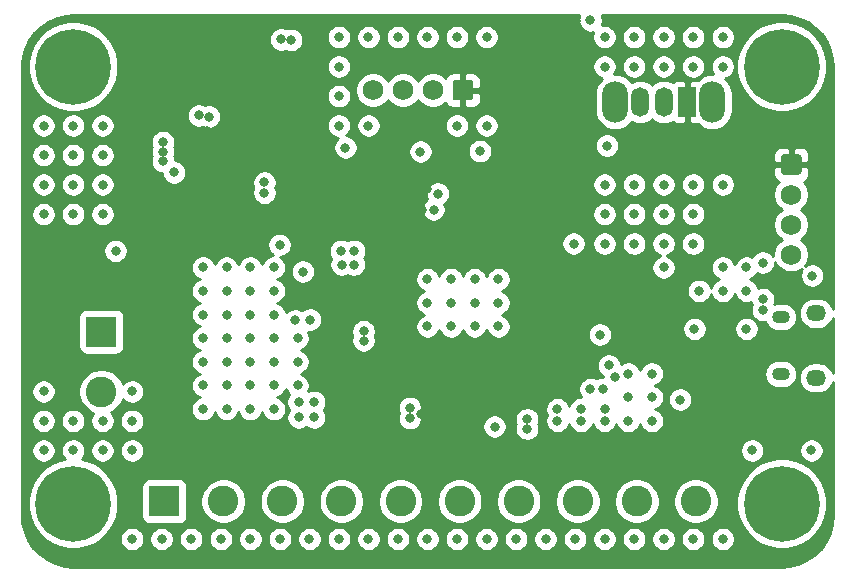
<source format=gbr>
%TF.GenerationSoftware,KiCad,Pcbnew,(5.1.9)-1*%
%TF.CreationDate,2021-03-08T12:26:08+05:30*%
%TF.ProjectId,STM32F4,53544d33-3246-4342-9e6b-696361645f70,rev?*%
%TF.SameCoordinates,Original*%
%TF.FileFunction,Copper,L3,Inr*%
%TF.FilePolarity,Positive*%
%FSLAX46Y46*%
G04 Gerber Fmt 4.6, Leading zero omitted, Abs format (unit mm)*
G04 Created by KiCad (PCBNEW (5.1.9)-1) date 2021-03-08 12:26:08*
%MOMM*%
%LPD*%
G01*
G04 APERTURE LIST*
%TA.AperFunction,ComponentPad*%
%ADD10C,6.400000*%
%TD*%
%TA.AperFunction,ComponentPad*%
%ADD11C,0.800000*%
%TD*%
%TA.AperFunction,ComponentPad*%
%ADD12C,2.600000*%
%TD*%
%TA.AperFunction,ComponentPad*%
%ADD13R,2.600000X2.600000*%
%TD*%
%TA.AperFunction,ComponentPad*%
%ADD14C,1.740000*%
%TD*%
%TA.AperFunction,ComponentPad*%
%ADD15R,1.500000X2.500000*%
%TD*%
%TA.AperFunction,ComponentPad*%
%ADD16O,1.500000X2.500000*%
%TD*%
%TA.AperFunction,ComponentPad*%
%ADD17O,2.200000X3.500000*%
%TD*%
%TA.AperFunction,ComponentPad*%
%ADD18O,1.500000X1.100000*%
%TD*%
%TA.AperFunction,ComponentPad*%
%ADD19O,1.700000X1.350000*%
%TD*%
%TA.AperFunction,ViaPad*%
%ADD20C,0.800000*%
%TD*%
%TA.AperFunction,Conductor*%
%ADD21C,0.254000*%
%TD*%
%TA.AperFunction,Conductor*%
%ADD22C,0.100000*%
%TD*%
G04 APERTURE END LIST*
D10*
%TO.N,GND*%
%TO.C,H4*%
X90000000Y-67000000D03*
D11*
X92400000Y-67000000D03*
X91697056Y-68697056D03*
X90000000Y-69400000D03*
X88302944Y-68697056D03*
X87600000Y-67000000D03*
X88302944Y-65302944D03*
X90000000Y-64600000D03*
X91697056Y-65302944D03*
%TD*%
%TO.N,GND*%
%TO.C,H3*%
X91697056Y-28302944D03*
X90000000Y-27600000D03*
X88302944Y-28302944D03*
X87600000Y-30000000D03*
X88302944Y-31697056D03*
X90000000Y-32400000D03*
X91697056Y-31697056D03*
X92400000Y-30000000D03*
D10*
X90000000Y-30000000D03*
%TD*%
D11*
%TO.N,GND*%
%TO.C,H2*%
X31697056Y-28302944D03*
X30000000Y-27600000D03*
X28302944Y-28302944D03*
X27600000Y-30000000D03*
X28302944Y-31697056D03*
X30000000Y-32400000D03*
X31697056Y-31697056D03*
X32400000Y-30000000D03*
D10*
X30000000Y-30000000D03*
%TD*%
D11*
%TO.N,GND*%
%TO.C,H1*%
X31697056Y-65302944D03*
X30000000Y-64600000D03*
X28302944Y-65302944D03*
X27600000Y-67000000D03*
X28302944Y-68697056D03*
X30000000Y-69400000D03*
X31697056Y-68697056D03*
X32400000Y-67000000D03*
D10*
X30000000Y-67000000D03*
%TD*%
D12*
%TO.N,GND*%
%TO.C,J1*%
X32385000Y-57531000D03*
D13*
%TO.N,+12V*%
X32385000Y-52451000D03*
%TD*%
D14*
%TO.N,GND*%
%TO.C,J4*%
X90800000Y-45920000D03*
%TO.N,USART_TX*%
X90800000Y-43380000D03*
%TO.N,USART_RX*%
X90800000Y-40840000D03*
%TO.N,+3V3*%
%TA.AperFunction,ComponentPad*%
G36*
G01*
X90179999Y-37430000D02*
X91420001Y-37430000D01*
G75*
G02*
X91670000Y-37679999I0J-249999D01*
G01*
X91670000Y-38920001D01*
G75*
G02*
X91420001Y-39170000I-249999J0D01*
G01*
X90179999Y-39170000D01*
G75*
G02*
X89930000Y-38920001I0J249999D01*
G01*
X89930000Y-37679999D01*
G75*
G02*
X90179999Y-37430000I249999J0D01*
G01*
G37*
%TD.AperFunction*%
%TD*%
D15*
%TO.N,+3V3*%
%TO.C,SW1*%
X82000000Y-33000000D03*
D16*
%TO.N,Net-(R10-Pad2)*%
X80000000Y-33000000D03*
%TO.N,GND*%
X78000000Y-33000000D03*
D17*
%TO.N,*%
X84100000Y-33000000D03*
X75900000Y-33000000D03*
%TD*%
D13*
%TO.N,PA0*%
%TO.C,J2*%
X37719000Y-66802000D03*
D12*
%TO.N,PA1*%
X42719000Y-66802000D03*
%TO.N,PA2*%
X47719000Y-66802000D03*
%TO.N,PA4*%
X52719000Y-66802000D03*
%TO.N,PA5*%
X57719000Y-66802000D03*
%TO.N,PA6*%
X62719000Y-66802000D03*
%TO.N,PA7*%
X67719000Y-66802000D03*
%TO.N,PC4*%
X72719000Y-66802000D03*
%TO.N,PB0*%
X77719000Y-66802000D03*
%TO.N,PB1*%
X82719000Y-66802000D03*
%TD*%
%TO.N,+3V3*%
%TO.C,J5*%
%TA.AperFunction,ComponentPad*%
G36*
G01*
X63870000Y-31379999D02*
X63870000Y-32620001D01*
G75*
G02*
X63620001Y-32870000I-249999J0D01*
G01*
X62379999Y-32870000D01*
G75*
G02*
X62130000Y-32620001I0J249999D01*
G01*
X62130000Y-31379999D01*
G75*
G02*
X62379999Y-31130000I249999J0D01*
G01*
X63620001Y-31130000D01*
G75*
G02*
X63870000Y-31379999I0J-249999D01*
G01*
G37*
%TD.AperFunction*%
D14*
%TO.N,I2C1_SCL*%
X60460000Y-32000000D03*
%TO.N,I2C1_SDA*%
X57920000Y-32000000D03*
%TO.N,GND*%
X55380000Y-32000000D03*
%TD*%
D18*
%TO.N,Net-(J6-Pad6)*%
%TO.C,J6*%
X89915000Y-56045000D03*
X89915000Y-51205000D03*
D19*
X92915000Y-56355000D03*
X92915000Y-50895000D03*
%TD*%
D20*
%TO.N,GND*%
X72382500Y-44982500D03*
X68436600Y-59863400D03*
X65686000Y-60486000D03*
X68436600Y-60663400D03*
X50400000Y-58400000D03*
X49100000Y-58400000D03*
X50070500Y-51429500D03*
X48800000Y-51500000D03*
X54600000Y-52400000D03*
X54600000Y-53200000D03*
X53773500Y-46773500D03*
X52726500Y-46773500D03*
X52700000Y-45600000D03*
X53800000Y-45600000D03*
X58500000Y-58900000D03*
X58500000Y-59774990D03*
X75200000Y-36700000D03*
X92580000Y-47700000D03*
X74850000Y-57300000D03*
X46200000Y-39800000D03*
X46200000Y-40700000D03*
X37600000Y-38000000D03*
X37600000Y-37200000D03*
X38544500Y-38955500D03*
X37600000Y-36400000D03*
X49444240Y-47355760D03*
X47485000Y-45085000D03*
X47600000Y-27700000D03*
X48469669Y-27730331D03*
X40640000Y-34140000D03*
X53060520Y-36860480D03*
X60514500Y-42114500D03*
X73800000Y-26100000D03*
X82600000Y-52200000D03*
X88400000Y-49699990D03*
X88400000Y-50600004D03*
X74600000Y-52700000D03*
X41500000Y-34234026D03*
X50400024Y-59700000D03*
X49100000Y-59699992D03*
X75000000Y-45000000D03*
X77500000Y-45000000D03*
X80000000Y-45000000D03*
X82500000Y-45000000D03*
X82500000Y-42500000D03*
X80000000Y-42500000D03*
X77500000Y-42500000D03*
X75000000Y-42500000D03*
X75000000Y-40000000D03*
X77500000Y-40000000D03*
X80000000Y-40000000D03*
X82500000Y-40000000D03*
X85000000Y-40000000D03*
X41000000Y-47000000D03*
X41000000Y-49000000D03*
X41000000Y-51000000D03*
X41000000Y-53000000D03*
X41000000Y-55000000D03*
X41000000Y-57000000D03*
X41000000Y-59000000D03*
X43000000Y-59000000D03*
X45000000Y-59000000D03*
X47000000Y-59000000D03*
X47000000Y-57000000D03*
X49000000Y-57000000D03*
X45000000Y-57000000D03*
X43000000Y-57000000D03*
X43000000Y-55000000D03*
X45000000Y-55000000D03*
X47000000Y-55000000D03*
X49000000Y-55000000D03*
X49000000Y-53000000D03*
X47000000Y-53000000D03*
X45000000Y-53000000D03*
X43000000Y-53000000D03*
X43000000Y-51000000D03*
X45000000Y-51000000D03*
X47000000Y-51000000D03*
X43000000Y-49000000D03*
X45000000Y-49000000D03*
X47000000Y-49000000D03*
X47000000Y-47000000D03*
X45000000Y-47000000D03*
X43000000Y-47000000D03*
X27500000Y-42500000D03*
X30000000Y-42500000D03*
X32500000Y-42500000D03*
X32500000Y-40000000D03*
X32500000Y-37500000D03*
X32500000Y-35000000D03*
X32500000Y-35000000D03*
X30000000Y-35000000D03*
X30000000Y-37500000D03*
X30000000Y-40000000D03*
X27500000Y-40000000D03*
X27500000Y-37500000D03*
X27500000Y-35000000D03*
X27500000Y-57500000D03*
X27500000Y-60000000D03*
X27500000Y-62500000D03*
X30000000Y-60000000D03*
X30000000Y-62500000D03*
X35000000Y-62500000D03*
X32500000Y-62500000D03*
X32500000Y-60000000D03*
X35000000Y-60000000D03*
X35000000Y-57500000D03*
X35000000Y-70000000D03*
X37500000Y-70000000D03*
X40000000Y-70000000D03*
X42500000Y-70000000D03*
X45000000Y-70000000D03*
X47500000Y-70000000D03*
X50000000Y-70000000D03*
X52500000Y-70000000D03*
X55000000Y-70000000D03*
X57500000Y-70000000D03*
X60000000Y-70000000D03*
X65000000Y-70000000D03*
X62500000Y-70000000D03*
X67500000Y-70000000D03*
X70000000Y-70000000D03*
X72500000Y-70000000D03*
X75000000Y-70000000D03*
X77500000Y-70000000D03*
X80000000Y-70000000D03*
X82500000Y-70000000D03*
X85000000Y-70000000D03*
X92500000Y-62500000D03*
X87500000Y-62500000D03*
X52500000Y-35000000D03*
X52500000Y-32500000D03*
X52500000Y-30000000D03*
X52500000Y-27500000D03*
X55000000Y-27500000D03*
X57500000Y-27500000D03*
X60000000Y-27500000D03*
X62500000Y-27500000D03*
X65000000Y-27500000D03*
X55000000Y-35000000D03*
X62500000Y-35000000D03*
X65000000Y-35000000D03*
X85000000Y-27500000D03*
X82500000Y-27500000D03*
X80000000Y-27500000D03*
X77500000Y-27500000D03*
X75000000Y-27500000D03*
X75000000Y-30000000D03*
X77500000Y-30000000D03*
X80000000Y-30000000D03*
X82500000Y-30000000D03*
X85000000Y-30000000D03*
X79000000Y-60000000D03*
X79000000Y-58000000D03*
X79000000Y-56000000D03*
X77000000Y-56000000D03*
X77000000Y-58000000D03*
X77000000Y-60000000D03*
X75000000Y-60000000D03*
X73000000Y-60000000D03*
X71000000Y-60000000D03*
X71000000Y-59000000D03*
X73000000Y-59000000D03*
X75000000Y-59000000D03*
X83000000Y-49000000D03*
X88400000Y-46600000D03*
X85000000Y-49000000D03*
X87000000Y-49000000D03*
X87000000Y-47000000D03*
X85000000Y-47000000D03*
X80000000Y-47000000D03*
X60000000Y-52000000D03*
X62000000Y-52000000D03*
X64000000Y-52000000D03*
X66000000Y-52000000D03*
X66000000Y-50000000D03*
X64000000Y-50000000D03*
X62000000Y-50000000D03*
X60000000Y-50000000D03*
X60000000Y-48000000D03*
X62000000Y-48000000D03*
X64000000Y-48000000D03*
X66000000Y-48000000D03*
X75900000Y-56250000D03*
%TO.N,Net-(D1-Pad1)*%
X81400000Y-58200000D03*
X33600000Y-45600000D03*
%TO.N,NRST*%
X59400000Y-37200000D03*
X64430136Y-37169474D03*
%TO.N,USART_TX*%
X75350014Y-55300000D03*
%TO.N,USART_RX*%
X73800000Y-57300000D03*
%TO.N,Net-(R10-Pad2)*%
X60886412Y-40755339D03*
%TO.N,+5V*%
X87000000Y-52200000D03*
%TO.N,+3V3*%
X47800000Y-34600000D03*
X48800000Y-34600000D03*
X48800000Y-33600000D03*
X48800000Y-32600000D03*
X47800000Y-32600000D03*
X47800000Y-33600000D03*
X48800000Y-31600000D03*
X47800000Y-31600000D03*
X46800000Y-35600000D03*
X47800000Y-35600000D03*
X48800000Y-35600000D03*
X48800000Y-30600000D03*
X47800000Y-30600000D03*
X46800000Y-34600000D03*
X70000000Y-45700000D03*
X68800000Y-56700000D03*
X70100000Y-56700000D03*
X53900000Y-56900000D03*
X53900000Y-57800000D03*
X60327060Y-59400000D03*
X59450010Y-59400000D03*
X79600000Y-36900000D03*
X70819667Y-57080342D03*
X92600000Y-36500000D03*
X41200000Y-41500000D03*
X41200000Y-42500000D03*
X51409500Y-36809500D03*
X59515019Y-42146774D03*
X59975000Y-40325000D03*
X65725000Y-38475000D03*
X55815500Y-47429499D03*
X72540000Y-26140000D03*
X41325942Y-35492050D03*
%TD*%
D21*
%TO.N,+3V3*%
X72804774Y-25798102D02*
X72765000Y-25998061D01*
X72765000Y-26201939D01*
X72804774Y-26401898D01*
X72882795Y-26590256D01*
X72996063Y-26759774D01*
X73140226Y-26903937D01*
X73309744Y-27017205D01*
X73498102Y-27095226D01*
X73698061Y-27135000D01*
X73901939Y-27135000D01*
X74042492Y-27107042D01*
X74004774Y-27198102D01*
X73965000Y-27398061D01*
X73965000Y-27601939D01*
X74004774Y-27801898D01*
X74082795Y-27990256D01*
X74196063Y-28159774D01*
X74340226Y-28303937D01*
X74509744Y-28417205D01*
X74698102Y-28495226D01*
X74898061Y-28535000D01*
X75101939Y-28535000D01*
X75301898Y-28495226D01*
X75490256Y-28417205D01*
X75659774Y-28303937D01*
X75803937Y-28159774D01*
X75917205Y-27990256D01*
X75995226Y-27801898D01*
X76035000Y-27601939D01*
X76035000Y-27398061D01*
X76465000Y-27398061D01*
X76465000Y-27601939D01*
X76504774Y-27801898D01*
X76582795Y-27990256D01*
X76696063Y-28159774D01*
X76840226Y-28303937D01*
X77009744Y-28417205D01*
X77198102Y-28495226D01*
X77398061Y-28535000D01*
X77601939Y-28535000D01*
X77801898Y-28495226D01*
X77990256Y-28417205D01*
X78159774Y-28303937D01*
X78303937Y-28159774D01*
X78417205Y-27990256D01*
X78495226Y-27801898D01*
X78535000Y-27601939D01*
X78535000Y-27398061D01*
X78965000Y-27398061D01*
X78965000Y-27601939D01*
X79004774Y-27801898D01*
X79082795Y-27990256D01*
X79196063Y-28159774D01*
X79340226Y-28303937D01*
X79509744Y-28417205D01*
X79698102Y-28495226D01*
X79898061Y-28535000D01*
X80101939Y-28535000D01*
X80301898Y-28495226D01*
X80490256Y-28417205D01*
X80659774Y-28303937D01*
X80803937Y-28159774D01*
X80917205Y-27990256D01*
X80995226Y-27801898D01*
X81035000Y-27601939D01*
X81035000Y-27398061D01*
X81465000Y-27398061D01*
X81465000Y-27601939D01*
X81504774Y-27801898D01*
X81582795Y-27990256D01*
X81696063Y-28159774D01*
X81840226Y-28303937D01*
X82009744Y-28417205D01*
X82198102Y-28495226D01*
X82398061Y-28535000D01*
X82601939Y-28535000D01*
X82801898Y-28495226D01*
X82990256Y-28417205D01*
X83159774Y-28303937D01*
X83303937Y-28159774D01*
X83417205Y-27990256D01*
X83495226Y-27801898D01*
X83535000Y-27601939D01*
X83535000Y-27398061D01*
X83965000Y-27398061D01*
X83965000Y-27601939D01*
X84004774Y-27801898D01*
X84082795Y-27990256D01*
X84196063Y-28159774D01*
X84340226Y-28303937D01*
X84509744Y-28417205D01*
X84698102Y-28495226D01*
X84898061Y-28535000D01*
X85101939Y-28535000D01*
X85301898Y-28495226D01*
X85490256Y-28417205D01*
X85659774Y-28303937D01*
X85803937Y-28159774D01*
X85917205Y-27990256D01*
X85995226Y-27801898D01*
X86035000Y-27601939D01*
X86035000Y-27398061D01*
X85995226Y-27198102D01*
X85917205Y-27009744D01*
X85803937Y-26840226D01*
X85659774Y-26696063D01*
X85490256Y-26582795D01*
X85301898Y-26504774D01*
X85101939Y-26465000D01*
X84898061Y-26465000D01*
X84698102Y-26504774D01*
X84509744Y-26582795D01*
X84340226Y-26696063D01*
X84196063Y-26840226D01*
X84082795Y-27009744D01*
X84004774Y-27198102D01*
X83965000Y-27398061D01*
X83535000Y-27398061D01*
X83495226Y-27198102D01*
X83417205Y-27009744D01*
X83303937Y-26840226D01*
X83159774Y-26696063D01*
X82990256Y-26582795D01*
X82801898Y-26504774D01*
X82601939Y-26465000D01*
X82398061Y-26465000D01*
X82198102Y-26504774D01*
X82009744Y-26582795D01*
X81840226Y-26696063D01*
X81696063Y-26840226D01*
X81582795Y-27009744D01*
X81504774Y-27198102D01*
X81465000Y-27398061D01*
X81035000Y-27398061D01*
X80995226Y-27198102D01*
X80917205Y-27009744D01*
X80803937Y-26840226D01*
X80659774Y-26696063D01*
X80490256Y-26582795D01*
X80301898Y-26504774D01*
X80101939Y-26465000D01*
X79898061Y-26465000D01*
X79698102Y-26504774D01*
X79509744Y-26582795D01*
X79340226Y-26696063D01*
X79196063Y-26840226D01*
X79082795Y-27009744D01*
X79004774Y-27198102D01*
X78965000Y-27398061D01*
X78535000Y-27398061D01*
X78495226Y-27198102D01*
X78417205Y-27009744D01*
X78303937Y-26840226D01*
X78159774Y-26696063D01*
X77990256Y-26582795D01*
X77801898Y-26504774D01*
X77601939Y-26465000D01*
X77398061Y-26465000D01*
X77198102Y-26504774D01*
X77009744Y-26582795D01*
X76840226Y-26696063D01*
X76696063Y-26840226D01*
X76582795Y-27009744D01*
X76504774Y-27198102D01*
X76465000Y-27398061D01*
X76035000Y-27398061D01*
X75995226Y-27198102D01*
X75917205Y-27009744D01*
X75803937Y-26840226D01*
X75659774Y-26696063D01*
X75490256Y-26582795D01*
X75301898Y-26504774D01*
X75101939Y-26465000D01*
X74898061Y-26465000D01*
X74757508Y-26492958D01*
X74795226Y-26401898D01*
X74835000Y-26201939D01*
X74835000Y-25998061D01*
X74795226Y-25798102D01*
X74738022Y-25660000D01*
X89970608Y-25660000D01*
X90768083Y-25731173D01*
X91511891Y-25934656D01*
X92207905Y-26266638D01*
X92834130Y-26716626D01*
X93370777Y-27270403D01*
X93800871Y-27910451D01*
X94110829Y-28616553D01*
X94292065Y-29371457D01*
X94340001Y-30024220D01*
X94340000Y-50502889D01*
X94306138Y-50391259D01*
X94184495Y-50163682D01*
X94020792Y-49964208D01*
X93821318Y-49800505D01*
X93593741Y-49678862D01*
X93346805Y-49603955D01*
X93154351Y-49585000D01*
X92675649Y-49585000D01*
X92483195Y-49603955D01*
X92236259Y-49678862D01*
X92008682Y-49800505D01*
X91809208Y-49964208D01*
X91645505Y-50163682D01*
X91523862Y-50391259D01*
X91448955Y-50638195D01*
X91423662Y-50895000D01*
X91448955Y-51151805D01*
X91523862Y-51398741D01*
X91645505Y-51626318D01*
X91809208Y-51825792D01*
X92008682Y-51989495D01*
X92236259Y-52111138D01*
X92483195Y-52186045D01*
X92675649Y-52205000D01*
X93154351Y-52205000D01*
X93346805Y-52186045D01*
X93593741Y-52111138D01*
X93821318Y-51989495D01*
X94020792Y-51825792D01*
X94184495Y-51626318D01*
X94306138Y-51398741D01*
X94340000Y-51287111D01*
X94340000Y-55962888D01*
X94306138Y-55851259D01*
X94184495Y-55623682D01*
X94020792Y-55424208D01*
X93821318Y-55260505D01*
X93593741Y-55138862D01*
X93346805Y-55063955D01*
X93154351Y-55045000D01*
X92675649Y-55045000D01*
X92483195Y-55063955D01*
X92236259Y-55138862D01*
X92008682Y-55260505D01*
X91809208Y-55424208D01*
X91645505Y-55623682D01*
X91523862Y-55851259D01*
X91448955Y-56098195D01*
X91423662Y-56355000D01*
X91448955Y-56611805D01*
X91523862Y-56858741D01*
X91645505Y-57086318D01*
X91809208Y-57285792D01*
X92008682Y-57449495D01*
X92236259Y-57571138D01*
X92483195Y-57646045D01*
X92675649Y-57665000D01*
X93154351Y-57665000D01*
X93346805Y-57646045D01*
X93593741Y-57571138D01*
X93821318Y-57449495D01*
X94020792Y-57285792D01*
X94184495Y-57086318D01*
X94306138Y-56858741D01*
X94340000Y-56747112D01*
X94340000Y-67970608D01*
X94268827Y-68768083D01*
X94065344Y-69511890D01*
X93733363Y-70207904D01*
X93283374Y-70834130D01*
X92729597Y-71370777D01*
X92089549Y-71800871D01*
X91383447Y-72110829D01*
X90628543Y-72292065D01*
X89975793Y-72340000D01*
X30029392Y-72340000D01*
X29231917Y-72268827D01*
X28488110Y-72065344D01*
X27792096Y-71733363D01*
X27165870Y-71283374D01*
X26629223Y-70729597D01*
X26199129Y-70089549D01*
X25889171Y-69383447D01*
X25707935Y-68628543D01*
X25660000Y-67975793D01*
X25660000Y-66622285D01*
X26165000Y-66622285D01*
X26165000Y-67377715D01*
X26312377Y-68118628D01*
X26601467Y-68816554D01*
X27021161Y-69444670D01*
X27555330Y-69978839D01*
X28183446Y-70398533D01*
X28881372Y-70687623D01*
X29622285Y-70835000D01*
X30377715Y-70835000D01*
X31118628Y-70687623D01*
X31816554Y-70398533D01*
X32444670Y-69978839D01*
X32525448Y-69898061D01*
X33965000Y-69898061D01*
X33965000Y-70101939D01*
X34004774Y-70301898D01*
X34082795Y-70490256D01*
X34196063Y-70659774D01*
X34340226Y-70803937D01*
X34509744Y-70917205D01*
X34698102Y-70995226D01*
X34898061Y-71035000D01*
X35101939Y-71035000D01*
X35301898Y-70995226D01*
X35490256Y-70917205D01*
X35659774Y-70803937D01*
X35803937Y-70659774D01*
X35917205Y-70490256D01*
X35995226Y-70301898D01*
X36035000Y-70101939D01*
X36035000Y-69898061D01*
X36465000Y-69898061D01*
X36465000Y-70101939D01*
X36504774Y-70301898D01*
X36582795Y-70490256D01*
X36696063Y-70659774D01*
X36840226Y-70803937D01*
X37009744Y-70917205D01*
X37198102Y-70995226D01*
X37398061Y-71035000D01*
X37601939Y-71035000D01*
X37801898Y-70995226D01*
X37990256Y-70917205D01*
X38159774Y-70803937D01*
X38303937Y-70659774D01*
X38417205Y-70490256D01*
X38495226Y-70301898D01*
X38535000Y-70101939D01*
X38535000Y-69898061D01*
X38965000Y-69898061D01*
X38965000Y-70101939D01*
X39004774Y-70301898D01*
X39082795Y-70490256D01*
X39196063Y-70659774D01*
X39340226Y-70803937D01*
X39509744Y-70917205D01*
X39698102Y-70995226D01*
X39898061Y-71035000D01*
X40101939Y-71035000D01*
X40301898Y-70995226D01*
X40490256Y-70917205D01*
X40659774Y-70803937D01*
X40803937Y-70659774D01*
X40917205Y-70490256D01*
X40995226Y-70301898D01*
X41035000Y-70101939D01*
X41035000Y-69898061D01*
X41465000Y-69898061D01*
X41465000Y-70101939D01*
X41504774Y-70301898D01*
X41582795Y-70490256D01*
X41696063Y-70659774D01*
X41840226Y-70803937D01*
X42009744Y-70917205D01*
X42198102Y-70995226D01*
X42398061Y-71035000D01*
X42601939Y-71035000D01*
X42801898Y-70995226D01*
X42990256Y-70917205D01*
X43159774Y-70803937D01*
X43303937Y-70659774D01*
X43417205Y-70490256D01*
X43495226Y-70301898D01*
X43535000Y-70101939D01*
X43535000Y-69898061D01*
X43965000Y-69898061D01*
X43965000Y-70101939D01*
X44004774Y-70301898D01*
X44082795Y-70490256D01*
X44196063Y-70659774D01*
X44340226Y-70803937D01*
X44509744Y-70917205D01*
X44698102Y-70995226D01*
X44898061Y-71035000D01*
X45101939Y-71035000D01*
X45301898Y-70995226D01*
X45490256Y-70917205D01*
X45659774Y-70803937D01*
X45803937Y-70659774D01*
X45917205Y-70490256D01*
X45995226Y-70301898D01*
X46035000Y-70101939D01*
X46035000Y-69898061D01*
X46465000Y-69898061D01*
X46465000Y-70101939D01*
X46504774Y-70301898D01*
X46582795Y-70490256D01*
X46696063Y-70659774D01*
X46840226Y-70803937D01*
X47009744Y-70917205D01*
X47198102Y-70995226D01*
X47398061Y-71035000D01*
X47601939Y-71035000D01*
X47801898Y-70995226D01*
X47990256Y-70917205D01*
X48159774Y-70803937D01*
X48303937Y-70659774D01*
X48417205Y-70490256D01*
X48495226Y-70301898D01*
X48535000Y-70101939D01*
X48535000Y-69898061D01*
X48965000Y-69898061D01*
X48965000Y-70101939D01*
X49004774Y-70301898D01*
X49082795Y-70490256D01*
X49196063Y-70659774D01*
X49340226Y-70803937D01*
X49509744Y-70917205D01*
X49698102Y-70995226D01*
X49898061Y-71035000D01*
X50101939Y-71035000D01*
X50301898Y-70995226D01*
X50490256Y-70917205D01*
X50659774Y-70803937D01*
X50803937Y-70659774D01*
X50917205Y-70490256D01*
X50995226Y-70301898D01*
X51035000Y-70101939D01*
X51035000Y-69898061D01*
X51465000Y-69898061D01*
X51465000Y-70101939D01*
X51504774Y-70301898D01*
X51582795Y-70490256D01*
X51696063Y-70659774D01*
X51840226Y-70803937D01*
X52009744Y-70917205D01*
X52198102Y-70995226D01*
X52398061Y-71035000D01*
X52601939Y-71035000D01*
X52801898Y-70995226D01*
X52990256Y-70917205D01*
X53159774Y-70803937D01*
X53303937Y-70659774D01*
X53417205Y-70490256D01*
X53495226Y-70301898D01*
X53535000Y-70101939D01*
X53535000Y-69898061D01*
X53965000Y-69898061D01*
X53965000Y-70101939D01*
X54004774Y-70301898D01*
X54082795Y-70490256D01*
X54196063Y-70659774D01*
X54340226Y-70803937D01*
X54509744Y-70917205D01*
X54698102Y-70995226D01*
X54898061Y-71035000D01*
X55101939Y-71035000D01*
X55301898Y-70995226D01*
X55490256Y-70917205D01*
X55659774Y-70803937D01*
X55803937Y-70659774D01*
X55917205Y-70490256D01*
X55995226Y-70301898D01*
X56035000Y-70101939D01*
X56035000Y-69898061D01*
X56465000Y-69898061D01*
X56465000Y-70101939D01*
X56504774Y-70301898D01*
X56582795Y-70490256D01*
X56696063Y-70659774D01*
X56840226Y-70803937D01*
X57009744Y-70917205D01*
X57198102Y-70995226D01*
X57398061Y-71035000D01*
X57601939Y-71035000D01*
X57801898Y-70995226D01*
X57990256Y-70917205D01*
X58159774Y-70803937D01*
X58303937Y-70659774D01*
X58417205Y-70490256D01*
X58495226Y-70301898D01*
X58535000Y-70101939D01*
X58535000Y-69898061D01*
X58965000Y-69898061D01*
X58965000Y-70101939D01*
X59004774Y-70301898D01*
X59082795Y-70490256D01*
X59196063Y-70659774D01*
X59340226Y-70803937D01*
X59509744Y-70917205D01*
X59698102Y-70995226D01*
X59898061Y-71035000D01*
X60101939Y-71035000D01*
X60301898Y-70995226D01*
X60490256Y-70917205D01*
X60659774Y-70803937D01*
X60803937Y-70659774D01*
X60917205Y-70490256D01*
X60995226Y-70301898D01*
X61035000Y-70101939D01*
X61035000Y-69898061D01*
X61465000Y-69898061D01*
X61465000Y-70101939D01*
X61504774Y-70301898D01*
X61582795Y-70490256D01*
X61696063Y-70659774D01*
X61840226Y-70803937D01*
X62009744Y-70917205D01*
X62198102Y-70995226D01*
X62398061Y-71035000D01*
X62601939Y-71035000D01*
X62801898Y-70995226D01*
X62990256Y-70917205D01*
X63159774Y-70803937D01*
X63303937Y-70659774D01*
X63417205Y-70490256D01*
X63495226Y-70301898D01*
X63535000Y-70101939D01*
X63535000Y-69898061D01*
X63965000Y-69898061D01*
X63965000Y-70101939D01*
X64004774Y-70301898D01*
X64082795Y-70490256D01*
X64196063Y-70659774D01*
X64340226Y-70803937D01*
X64509744Y-70917205D01*
X64698102Y-70995226D01*
X64898061Y-71035000D01*
X65101939Y-71035000D01*
X65301898Y-70995226D01*
X65490256Y-70917205D01*
X65659774Y-70803937D01*
X65803937Y-70659774D01*
X65917205Y-70490256D01*
X65995226Y-70301898D01*
X66035000Y-70101939D01*
X66035000Y-69898061D01*
X66465000Y-69898061D01*
X66465000Y-70101939D01*
X66504774Y-70301898D01*
X66582795Y-70490256D01*
X66696063Y-70659774D01*
X66840226Y-70803937D01*
X67009744Y-70917205D01*
X67198102Y-70995226D01*
X67398061Y-71035000D01*
X67601939Y-71035000D01*
X67801898Y-70995226D01*
X67990256Y-70917205D01*
X68159774Y-70803937D01*
X68303937Y-70659774D01*
X68417205Y-70490256D01*
X68495226Y-70301898D01*
X68535000Y-70101939D01*
X68535000Y-69898061D01*
X68965000Y-69898061D01*
X68965000Y-70101939D01*
X69004774Y-70301898D01*
X69082795Y-70490256D01*
X69196063Y-70659774D01*
X69340226Y-70803937D01*
X69509744Y-70917205D01*
X69698102Y-70995226D01*
X69898061Y-71035000D01*
X70101939Y-71035000D01*
X70301898Y-70995226D01*
X70490256Y-70917205D01*
X70659774Y-70803937D01*
X70803937Y-70659774D01*
X70917205Y-70490256D01*
X70995226Y-70301898D01*
X71035000Y-70101939D01*
X71035000Y-69898061D01*
X71465000Y-69898061D01*
X71465000Y-70101939D01*
X71504774Y-70301898D01*
X71582795Y-70490256D01*
X71696063Y-70659774D01*
X71840226Y-70803937D01*
X72009744Y-70917205D01*
X72198102Y-70995226D01*
X72398061Y-71035000D01*
X72601939Y-71035000D01*
X72801898Y-70995226D01*
X72990256Y-70917205D01*
X73159774Y-70803937D01*
X73303937Y-70659774D01*
X73417205Y-70490256D01*
X73495226Y-70301898D01*
X73535000Y-70101939D01*
X73535000Y-69898061D01*
X73965000Y-69898061D01*
X73965000Y-70101939D01*
X74004774Y-70301898D01*
X74082795Y-70490256D01*
X74196063Y-70659774D01*
X74340226Y-70803937D01*
X74509744Y-70917205D01*
X74698102Y-70995226D01*
X74898061Y-71035000D01*
X75101939Y-71035000D01*
X75301898Y-70995226D01*
X75490256Y-70917205D01*
X75659774Y-70803937D01*
X75803937Y-70659774D01*
X75917205Y-70490256D01*
X75995226Y-70301898D01*
X76035000Y-70101939D01*
X76035000Y-69898061D01*
X76465000Y-69898061D01*
X76465000Y-70101939D01*
X76504774Y-70301898D01*
X76582795Y-70490256D01*
X76696063Y-70659774D01*
X76840226Y-70803937D01*
X77009744Y-70917205D01*
X77198102Y-70995226D01*
X77398061Y-71035000D01*
X77601939Y-71035000D01*
X77801898Y-70995226D01*
X77990256Y-70917205D01*
X78159774Y-70803937D01*
X78303937Y-70659774D01*
X78417205Y-70490256D01*
X78495226Y-70301898D01*
X78535000Y-70101939D01*
X78535000Y-69898061D01*
X78965000Y-69898061D01*
X78965000Y-70101939D01*
X79004774Y-70301898D01*
X79082795Y-70490256D01*
X79196063Y-70659774D01*
X79340226Y-70803937D01*
X79509744Y-70917205D01*
X79698102Y-70995226D01*
X79898061Y-71035000D01*
X80101939Y-71035000D01*
X80301898Y-70995226D01*
X80490256Y-70917205D01*
X80659774Y-70803937D01*
X80803937Y-70659774D01*
X80917205Y-70490256D01*
X80995226Y-70301898D01*
X81035000Y-70101939D01*
X81035000Y-69898061D01*
X81465000Y-69898061D01*
X81465000Y-70101939D01*
X81504774Y-70301898D01*
X81582795Y-70490256D01*
X81696063Y-70659774D01*
X81840226Y-70803937D01*
X82009744Y-70917205D01*
X82198102Y-70995226D01*
X82398061Y-71035000D01*
X82601939Y-71035000D01*
X82801898Y-70995226D01*
X82990256Y-70917205D01*
X83159774Y-70803937D01*
X83303937Y-70659774D01*
X83417205Y-70490256D01*
X83495226Y-70301898D01*
X83535000Y-70101939D01*
X83535000Y-69898061D01*
X83965000Y-69898061D01*
X83965000Y-70101939D01*
X84004774Y-70301898D01*
X84082795Y-70490256D01*
X84196063Y-70659774D01*
X84340226Y-70803937D01*
X84509744Y-70917205D01*
X84698102Y-70995226D01*
X84898061Y-71035000D01*
X85101939Y-71035000D01*
X85301898Y-70995226D01*
X85490256Y-70917205D01*
X85659774Y-70803937D01*
X85803937Y-70659774D01*
X85917205Y-70490256D01*
X85995226Y-70301898D01*
X86035000Y-70101939D01*
X86035000Y-69898061D01*
X85995226Y-69698102D01*
X85917205Y-69509744D01*
X85803937Y-69340226D01*
X85659774Y-69196063D01*
X85490256Y-69082795D01*
X85301898Y-69004774D01*
X85101939Y-68965000D01*
X84898061Y-68965000D01*
X84698102Y-69004774D01*
X84509744Y-69082795D01*
X84340226Y-69196063D01*
X84196063Y-69340226D01*
X84082795Y-69509744D01*
X84004774Y-69698102D01*
X83965000Y-69898061D01*
X83535000Y-69898061D01*
X83495226Y-69698102D01*
X83417205Y-69509744D01*
X83303937Y-69340226D01*
X83159774Y-69196063D01*
X82990256Y-69082795D01*
X82801898Y-69004774D01*
X82601939Y-68965000D01*
X82398061Y-68965000D01*
X82198102Y-69004774D01*
X82009744Y-69082795D01*
X81840226Y-69196063D01*
X81696063Y-69340226D01*
X81582795Y-69509744D01*
X81504774Y-69698102D01*
X81465000Y-69898061D01*
X81035000Y-69898061D01*
X80995226Y-69698102D01*
X80917205Y-69509744D01*
X80803937Y-69340226D01*
X80659774Y-69196063D01*
X80490256Y-69082795D01*
X80301898Y-69004774D01*
X80101939Y-68965000D01*
X79898061Y-68965000D01*
X79698102Y-69004774D01*
X79509744Y-69082795D01*
X79340226Y-69196063D01*
X79196063Y-69340226D01*
X79082795Y-69509744D01*
X79004774Y-69698102D01*
X78965000Y-69898061D01*
X78535000Y-69898061D01*
X78495226Y-69698102D01*
X78417205Y-69509744D01*
X78303937Y-69340226D01*
X78159774Y-69196063D01*
X77990256Y-69082795D01*
X77801898Y-69004774D01*
X77601939Y-68965000D01*
X77398061Y-68965000D01*
X77198102Y-69004774D01*
X77009744Y-69082795D01*
X76840226Y-69196063D01*
X76696063Y-69340226D01*
X76582795Y-69509744D01*
X76504774Y-69698102D01*
X76465000Y-69898061D01*
X76035000Y-69898061D01*
X75995226Y-69698102D01*
X75917205Y-69509744D01*
X75803937Y-69340226D01*
X75659774Y-69196063D01*
X75490256Y-69082795D01*
X75301898Y-69004774D01*
X75101939Y-68965000D01*
X74898061Y-68965000D01*
X74698102Y-69004774D01*
X74509744Y-69082795D01*
X74340226Y-69196063D01*
X74196063Y-69340226D01*
X74082795Y-69509744D01*
X74004774Y-69698102D01*
X73965000Y-69898061D01*
X73535000Y-69898061D01*
X73495226Y-69698102D01*
X73417205Y-69509744D01*
X73303937Y-69340226D01*
X73159774Y-69196063D01*
X72990256Y-69082795D01*
X72801898Y-69004774D01*
X72601939Y-68965000D01*
X72398061Y-68965000D01*
X72198102Y-69004774D01*
X72009744Y-69082795D01*
X71840226Y-69196063D01*
X71696063Y-69340226D01*
X71582795Y-69509744D01*
X71504774Y-69698102D01*
X71465000Y-69898061D01*
X71035000Y-69898061D01*
X70995226Y-69698102D01*
X70917205Y-69509744D01*
X70803937Y-69340226D01*
X70659774Y-69196063D01*
X70490256Y-69082795D01*
X70301898Y-69004774D01*
X70101939Y-68965000D01*
X69898061Y-68965000D01*
X69698102Y-69004774D01*
X69509744Y-69082795D01*
X69340226Y-69196063D01*
X69196063Y-69340226D01*
X69082795Y-69509744D01*
X69004774Y-69698102D01*
X68965000Y-69898061D01*
X68535000Y-69898061D01*
X68495226Y-69698102D01*
X68417205Y-69509744D01*
X68303937Y-69340226D01*
X68159774Y-69196063D01*
X67990256Y-69082795D01*
X67801898Y-69004774D01*
X67601939Y-68965000D01*
X67398061Y-68965000D01*
X67198102Y-69004774D01*
X67009744Y-69082795D01*
X66840226Y-69196063D01*
X66696063Y-69340226D01*
X66582795Y-69509744D01*
X66504774Y-69698102D01*
X66465000Y-69898061D01*
X66035000Y-69898061D01*
X65995226Y-69698102D01*
X65917205Y-69509744D01*
X65803937Y-69340226D01*
X65659774Y-69196063D01*
X65490256Y-69082795D01*
X65301898Y-69004774D01*
X65101939Y-68965000D01*
X64898061Y-68965000D01*
X64698102Y-69004774D01*
X64509744Y-69082795D01*
X64340226Y-69196063D01*
X64196063Y-69340226D01*
X64082795Y-69509744D01*
X64004774Y-69698102D01*
X63965000Y-69898061D01*
X63535000Y-69898061D01*
X63495226Y-69698102D01*
X63417205Y-69509744D01*
X63303937Y-69340226D01*
X63159774Y-69196063D01*
X62990256Y-69082795D01*
X62801898Y-69004774D01*
X62601939Y-68965000D01*
X62398061Y-68965000D01*
X62198102Y-69004774D01*
X62009744Y-69082795D01*
X61840226Y-69196063D01*
X61696063Y-69340226D01*
X61582795Y-69509744D01*
X61504774Y-69698102D01*
X61465000Y-69898061D01*
X61035000Y-69898061D01*
X60995226Y-69698102D01*
X60917205Y-69509744D01*
X60803937Y-69340226D01*
X60659774Y-69196063D01*
X60490256Y-69082795D01*
X60301898Y-69004774D01*
X60101939Y-68965000D01*
X59898061Y-68965000D01*
X59698102Y-69004774D01*
X59509744Y-69082795D01*
X59340226Y-69196063D01*
X59196063Y-69340226D01*
X59082795Y-69509744D01*
X59004774Y-69698102D01*
X58965000Y-69898061D01*
X58535000Y-69898061D01*
X58495226Y-69698102D01*
X58417205Y-69509744D01*
X58303937Y-69340226D01*
X58159774Y-69196063D01*
X57990256Y-69082795D01*
X57801898Y-69004774D01*
X57601939Y-68965000D01*
X57398061Y-68965000D01*
X57198102Y-69004774D01*
X57009744Y-69082795D01*
X56840226Y-69196063D01*
X56696063Y-69340226D01*
X56582795Y-69509744D01*
X56504774Y-69698102D01*
X56465000Y-69898061D01*
X56035000Y-69898061D01*
X55995226Y-69698102D01*
X55917205Y-69509744D01*
X55803937Y-69340226D01*
X55659774Y-69196063D01*
X55490256Y-69082795D01*
X55301898Y-69004774D01*
X55101939Y-68965000D01*
X54898061Y-68965000D01*
X54698102Y-69004774D01*
X54509744Y-69082795D01*
X54340226Y-69196063D01*
X54196063Y-69340226D01*
X54082795Y-69509744D01*
X54004774Y-69698102D01*
X53965000Y-69898061D01*
X53535000Y-69898061D01*
X53495226Y-69698102D01*
X53417205Y-69509744D01*
X53303937Y-69340226D01*
X53159774Y-69196063D01*
X52990256Y-69082795D01*
X52801898Y-69004774D01*
X52601939Y-68965000D01*
X52398061Y-68965000D01*
X52198102Y-69004774D01*
X52009744Y-69082795D01*
X51840226Y-69196063D01*
X51696063Y-69340226D01*
X51582795Y-69509744D01*
X51504774Y-69698102D01*
X51465000Y-69898061D01*
X51035000Y-69898061D01*
X50995226Y-69698102D01*
X50917205Y-69509744D01*
X50803937Y-69340226D01*
X50659774Y-69196063D01*
X50490256Y-69082795D01*
X50301898Y-69004774D01*
X50101939Y-68965000D01*
X49898061Y-68965000D01*
X49698102Y-69004774D01*
X49509744Y-69082795D01*
X49340226Y-69196063D01*
X49196063Y-69340226D01*
X49082795Y-69509744D01*
X49004774Y-69698102D01*
X48965000Y-69898061D01*
X48535000Y-69898061D01*
X48495226Y-69698102D01*
X48417205Y-69509744D01*
X48303937Y-69340226D01*
X48159774Y-69196063D01*
X47990256Y-69082795D01*
X47801898Y-69004774D01*
X47601939Y-68965000D01*
X47398061Y-68965000D01*
X47198102Y-69004774D01*
X47009744Y-69082795D01*
X46840226Y-69196063D01*
X46696063Y-69340226D01*
X46582795Y-69509744D01*
X46504774Y-69698102D01*
X46465000Y-69898061D01*
X46035000Y-69898061D01*
X45995226Y-69698102D01*
X45917205Y-69509744D01*
X45803937Y-69340226D01*
X45659774Y-69196063D01*
X45490256Y-69082795D01*
X45301898Y-69004774D01*
X45101939Y-68965000D01*
X44898061Y-68965000D01*
X44698102Y-69004774D01*
X44509744Y-69082795D01*
X44340226Y-69196063D01*
X44196063Y-69340226D01*
X44082795Y-69509744D01*
X44004774Y-69698102D01*
X43965000Y-69898061D01*
X43535000Y-69898061D01*
X43495226Y-69698102D01*
X43417205Y-69509744D01*
X43303937Y-69340226D01*
X43159774Y-69196063D01*
X42990256Y-69082795D01*
X42801898Y-69004774D01*
X42601939Y-68965000D01*
X42398061Y-68965000D01*
X42198102Y-69004774D01*
X42009744Y-69082795D01*
X41840226Y-69196063D01*
X41696063Y-69340226D01*
X41582795Y-69509744D01*
X41504774Y-69698102D01*
X41465000Y-69898061D01*
X41035000Y-69898061D01*
X40995226Y-69698102D01*
X40917205Y-69509744D01*
X40803937Y-69340226D01*
X40659774Y-69196063D01*
X40490256Y-69082795D01*
X40301898Y-69004774D01*
X40101939Y-68965000D01*
X39898061Y-68965000D01*
X39698102Y-69004774D01*
X39509744Y-69082795D01*
X39340226Y-69196063D01*
X39196063Y-69340226D01*
X39082795Y-69509744D01*
X39004774Y-69698102D01*
X38965000Y-69898061D01*
X38535000Y-69898061D01*
X38495226Y-69698102D01*
X38417205Y-69509744D01*
X38303937Y-69340226D01*
X38159774Y-69196063D01*
X37990256Y-69082795D01*
X37801898Y-69004774D01*
X37601939Y-68965000D01*
X37398061Y-68965000D01*
X37198102Y-69004774D01*
X37009744Y-69082795D01*
X36840226Y-69196063D01*
X36696063Y-69340226D01*
X36582795Y-69509744D01*
X36504774Y-69698102D01*
X36465000Y-69898061D01*
X36035000Y-69898061D01*
X35995226Y-69698102D01*
X35917205Y-69509744D01*
X35803937Y-69340226D01*
X35659774Y-69196063D01*
X35490256Y-69082795D01*
X35301898Y-69004774D01*
X35101939Y-68965000D01*
X34898061Y-68965000D01*
X34698102Y-69004774D01*
X34509744Y-69082795D01*
X34340226Y-69196063D01*
X34196063Y-69340226D01*
X34082795Y-69509744D01*
X34004774Y-69698102D01*
X33965000Y-69898061D01*
X32525448Y-69898061D01*
X32978839Y-69444670D01*
X33398533Y-68816554D01*
X33687623Y-68118628D01*
X33835000Y-67377715D01*
X33835000Y-66622285D01*
X33687623Y-65881372D01*
X33530483Y-65502000D01*
X35780928Y-65502000D01*
X35780928Y-68102000D01*
X35793188Y-68226482D01*
X35829498Y-68346180D01*
X35888463Y-68456494D01*
X35967815Y-68553185D01*
X36064506Y-68632537D01*
X36174820Y-68691502D01*
X36294518Y-68727812D01*
X36419000Y-68740072D01*
X39019000Y-68740072D01*
X39143482Y-68727812D01*
X39263180Y-68691502D01*
X39373494Y-68632537D01*
X39470185Y-68553185D01*
X39549537Y-68456494D01*
X39608502Y-68346180D01*
X39644812Y-68226482D01*
X39657072Y-68102000D01*
X39657072Y-66611419D01*
X40784000Y-66611419D01*
X40784000Y-66992581D01*
X40858361Y-67366419D01*
X41004225Y-67718566D01*
X41215987Y-68035491D01*
X41485509Y-68305013D01*
X41802434Y-68516775D01*
X42154581Y-68662639D01*
X42528419Y-68737000D01*
X42909581Y-68737000D01*
X43283419Y-68662639D01*
X43635566Y-68516775D01*
X43952491Y-68305013D01*
X44222013Y-68035491D01*
X44433775Y-67718566D01*
X44579639Y-67366419D01*
X44654000Y-66992581D01*
X44654000Y-66611419D01*
X45784000Y-66611419D01*
X45784000Y-66992581D01*
X45858361Y-67366419D01*
X46004225Y-67718566D01*
X46215987Y-68035491D01*
X46485509Y-68305013D01*
X46802434Y-68516775D01*
X47154581Y-68662639D01*
X47528419Y-68737000D01*
X47909581Y-68737000D01*
X48283419Y-68662639D01*
X48635566Y-68516775D01*
X48952491Y-68305013D01*
X49222013Y-68035491D01*
X49433775Y-67718566D01*
X49579639Y-67366419D01*
X49654000Y-66992581D01*
X49654000Y-66611419D01*
X50784000Y-66611419D01*
X50784000Y-66992581D01*
X50858361Y-67366419D01*
X51004225Y-67718566D01*
X51215987Y-68035491D01*
X51485509Y-68305013D01*
X51802434Y-68516775D01*
X52154581Y-68662639D01*
X52528419Y-68737000D01*
X52909581Y-68737000D01*
X53283419Y-68662639D01*
X53635566Y-68516775D01*
X53952491Y-68305013D01*
X54222013Y-68035491D01*
X54433775Y-67718566D01*
X54579639Y-67366419D01*
X54654000Y-66992581D01*
X54654000Y-66611419D01*
X55784000Y-66611419D01*
X55784000Y-66992581D01*
X55858361Y-67366419D01*
X56004225Y-67718566D01*
X56215987Y-68035491D01*
X56485509Y-68305013D01*
X56802434Y-68516775D01*
X57154581Y-68662639D01*
X57528419Y-68737000D01*
X57909581Y-68737000D01*
X58283419Y-68662639D01*
X58635566Y-68516775D01*
X58952491Y-68305013D01*
X59222013Y-68035491D01*
X59433775Y-67718566D01*
X59579639Y-67366419D01*
X59654000Y-66992581D01*
X59654000Y-66611419D01*
X60784000Y-66611419D01*
X60784000Y-66992581D01*
X60858361Y-67366419D01*
X61004225Y-67718566D01*
X61215987Y-68035491D01*
X61485509Y-68305013D01*
X61802434Y-68516775D01*
X62154581Y-68662639D01*
X62528419Y-68737000D01*
X62909581Y-68737000D01*
X63283419Y-68662639D01*
X63635566Y-68516775D01*
X63952491Y-68305013D01*
X64222013Y-68035491D01*
X64433775Y-67718566D01*
X64579639Y-67366419D01*
X64654000Y-66992581D01*
X64654000Y-66611419D01*
X65784000Y-66611419D01*
X65784000Y-66992581D01*
X65858361Y-67366419D01*
X66004225Y-67718566D01*
X66215987Y-68035491D01*
X66485509Y-68305013D01*
X66802434Y-68516775D01*
X67154581Y-68662639D01*
X67528419Y-68737000D01*
X67909581Y-68737000D01*
X68283419Y-68662639D01*
X68635566Y-68516775D01*
X68952491Y-68305013D01*
X69222013Y-68035491D01*
X69433775Y-67718566D01*
X69579639Y-67366419D01*
X69654000Y-66992581D01*
X69654000Y-66611419D01*
X70784000Y-66611419D01*
X70784000Y-66992581D01*
X70858361Y-67366419D01*
X71004225Y-67718566D01*
X71215987Y-68035491D01*
X71485509Y-68305013D01*
X71802434Y-68516775D01*
X72154581Y-68662639D01*
X72528419Y-68737000D01*
X72909581Y-68737000D01*
X73283419Y-68662639D01*
X73635566Y-68516775D01*
X73952491Y-68305013D01*
X74222013Y-68035491D01*
X74433775Y-67718566D01*
X74579639Y-67366419D01*
X74654000Y-66992581D01*
X74654000Y-66611419D01*
X75784000Y-66611419D01*
X75784000Y-66992581D01*
X75858361Y-67366419D01*
X76004225Y-67718566D01*
X76215987Y-68035491D01*
X76485509Y-68305013D01*
X76802434Y-68516775D01*
X77154581Y-68662639D01*
X77528419Y-68737000D01*
X77909581Y-68737000D01*
X78283419Y-68662639D01*
X78635566Y-68516775D01*
X78952491Y-68305013D01*
X79222013Y-68035491D01*
X79433775Y-67718566D01*
X79579639Y-67366419D01*
X79654000Y-66992581D01*
X79654000Y-66611419D01*
X80784000Y-66611419D01*
X80784000Y-66992581D01*
X80858361Y-67366419D01*
X81004225Y-67718566D01*
X81215987Y-68035491D01*
X81485509Y-68305013D01*
X81802434Y-68516775D01*
X82154581Y-68662639D01*
X82528419Y-68737000D01*
X82909581Y-68737000D01*
X83283419Y-68662639D01*
X83635566Y-68516775D01*
X83952491Y-68305013D01*
X84222013Y-68035491D01*
X84433775Y-67718566D01*
X84579639Y-67366419D01*
X84654000Y-66992581D01*
X84654000Y-66622285D01*
X86165000Y-66622285D01*
X86165000Y-67377715D01*
X86312377Y-68118628D01*
X86601467Y-68816554D01*
X87021161Y-69444670D01*
X87555330Y-69978839D01*
X88183446Y-70398533D01*
X88881372Y-70687623D01*
X89622285Y-70835000D01*
X90377715Y-70835000D01*
X91118628Y-70687623D01*
X91816554Y-70398533D01*
X92444670Y-69978839D01*
X92978839Y-69444670D01*
X93398533Y-68816554D01*
X93687623Y-68118628D01*
X93835000Y-67377715D01*
X93835000Y-66622285D01*
X93687623Y-65881372D01*
X93398533Y-65183446D01*
X92978839Y-64555330D01*
X92444670Y-64021161D01*
X91816554Y-63601467D01*
X91118628Y-63312377D01*
X90377715Y-63165000D01*
X89622285Y-63165000D01*
X88881372Y-63312377D01*
X88183446Y-63601467D01*
X87555330Y-64021161D01*
X87021161Y-64555330D01*
X86601467Y-65183446D01*
X86312377Y-65881372D01*
X86165000Y-66622285D01*
X84654000Y-66622285D01*
X84654000Y-66611419D01*
X84579639Y-66237581D01*
X84433775Y-65885434D01*
X84222013Y-65568509D01*
X83952491Y-65298987D01*
X83635566Y-65087225D01*
X83283419Y-64941361D01*
X82909581Y-64867000D01*
X82528419Y-64867000D01*
X82154581Y-64941361D01*
X81802434Y-65087225D01*
X81485509Y-65298987D01*
X81215987Y-65568509D01*
X81004225Y-65885434D01*
X80858361Y-66237581D01*
X80784000Y-66611419D01*
X79654000Y-66611419D01*
X79579639Y-66237581D01*
X79433775Y-65885434D01*
X79222013Y-65568509D01*
X78952491Y-65298987D01*
X78635566Y-65087225D01*
X78283419Y-64941361D01*
X77909581Y-64867000D01*
X77528419Y-64867000D01*
X77154581Y-64941361D01*
X76802434Y-65087225D01*
X76485509Y-65298987D01*
X76215987Y-65568509D01*
X76004225Y-65885434D01*
X75858361Y-66237581D01*
X75784000Y-66611419D01*
X74654000Y-66611419D01*
X74579639Y-66237581D01*
X74433775Y-65885434D01*
X74222013Y-65568509D01*
X73952491Y-65298987D01*
X73635566Y-65087225D01*
X73283419Y-64941361D01*
X72909581Y-64867000D01*
X72528419Y-64867000D01*
X72154581Y-64941361D01*
X71802434Y-65087225D01*
X71485509Y-65298987D01*
X71215987Y-65568509D01*
X71004225Y-65885434D01*
X70858361Y-66237581D01*
X70784000Y-66611419D01*
X69654000Y-66611419D01*
X69579639Y-66237581D01*
X69433775Y-65885434D01*
X69222013Y-65568509D01*
X68952491Y-65298987D01*
X68635566Y-65087225D01*
X68283419Y-64941361D01*
X67909581Y-64867000D01*
X67528419Y-64867000D01*
X67154581Y-64941361D01*
X66802434Y-65087225D01*
X66485509Y-65298987D01*
X66215987Y-65568509D01*
X66004225Y-65885434D01*
X65858361Y-66237581D01*
X65784000Y-66611419D01*
X64654000Y-66611419D01*
X64579639Y-66237581D01*
X64433775Y-65885434D01*
X64222013Y-65568509D01*
X63952491Y-65298987D01*
X63635566Y-65087225D01*
X63283419Y-64941361D01*
X62909581Y-64867000D01*
X62528419Y-64867000D01*
X62154581Y-64941361D01*
X61802434Y-65087225D01*
X61485509Y-65298987D01*
X61215987Y-65568509D01*
X61004225Y-65885434D01*
X60858361Y-66237581D01*
X60784000Y-66611419D01*
X59654000Y-66611419D01*
X59579639Y-66237581D01*
X59433775Y-65885434D01*
X59222013Y-65568509D01*
X58952491Y-65298987D01*
X58635566Y-65087225D01*
X58283419Y-64941361D01*
X57909581Y-64867000D01*
X57528419Y-64867000D01*
X57154581Y-64941361D01*
X56802434Y-65087225D01*
X56485509Y-65298987D01*
X56215987Y-65568509D01*
X56004225Y-65885434D01*
X55858361Y-66237581D01*
X55784000Y-66611419D01*
X54654000Y-66611419D01*
X54579639Y-66237581D01*
X54433775Y-65885434D01*
X54222013Y-65568509D01*
X53952491Y-65298987D01*
X53635566Y-65087225D01*
X53283419Y-64941361D01*
X52909581Y-64867000D01*
X52528419Y-64867000D01*
X52154581Y-64941361D01*
X51802434Y-65087225D01*
X51485509Y-65298987D01*
X51215987Y-65568509D01*
X51004225Y-65885434D01*
X50858361Y-66237581D01*
X50784000Y-66611419D01*
X49654000Y-66611419D01*
X49579639Y-66237581D01*
X49433775Y-65885434D01*
X49222013Y-65568509D01*
X48952491Y-65298987D01*
X48635566Y-65087225D01*
X48283419Y-64941361D01*
X47909581Y-64867000D01*
X47528419Y-64867000D01*
X47154581Y-64941361D01*
X46802434Y-65087225D01*
X46485509Y-65298987D01*
X46215987Y-65568509D01*
X46004225Y-65885434D01*
X45858361Y-66237581D01*
X45784000Y-66611419D01*
X44654000Y-66611419D01*
X44579639Y-66237581D01*
X44433775Y-65885434D01*
X44222013Y-65568509D01*
X43952491Y-65298987D01*
X43635566Y-65087225D01*
X43283419Y-64941361D01*
X42909581Y-64867000D01*
X42528419Y-64867000D01*
X42154581Y-64941361D01*
X41802434Y-65087225D01*
X41485509Y-65298987D01*
X41215987Y-65568509D01*
X41004225Y-65885434D01*
X40858361Y-66237581D01*
X40784000Y-66611419D01*
X39657072Y-66611419D01*
X39657072Y-65502000D01*
X39644812Y-65377518D01*
X39608502Y-65257820D01*
X39549537Y-65147506D01*
X39470185Y-65050815D01*
X39373494Y-64971463D01*
X39263180Y-64912498D01*
X39143482Y-64876188D01*
X39019000Y-64863928D01*
X36419000Y-64863928D01*
X36294518Y-64876188D01*
X36174820Y-64912498D01*
X36064506Y-64971463D01*
X35967815Y-65050815D01*
X35888463Y-65147506D01*
X35829498Y-65257820D01*
X35793188Y-65377518D01*
X35780928Y-65502000D01*
X33530483Y-65502000D01*
X33398533Y-65183446D01*
X32978839Y-64555330D01*
X32444670Y-64021161D01*
X31816554Y-63601467D01*
X31118628Y-63312377D01*
X30728863Y-63234848D01*
X30803937Y-63159774D01*
X30917205Y-62990256D01*
X30995226Y-62801898D01*
X31035000Y-62601939D01*
X31035000Y-62398061D01*
X31465000Y-62398061D01*
X31465000Y-62601939D01*
X31504774Y-62801898D01*
X31582795Y-62990256D01*
X31696063Y-63159774D01*
X31840226Y-63303937D01*
X32009744Y-63417205D01*
X32198102Y-63495226D01*
X32398061Y-63535000D01*
X32601939Y-63535000D01*
X32801898Y-63495226D01*
X32990256Y-63417205D01*
X33159774Y-63303937D01*
X33303937Y-63159774D01*
X33417205Y-62990256D01*
X33495226Y-62801898D01*
X33535000Y-62601939D01*
X33535000Y-62398061D01*
X33965000Y-62398061D01*
X33965000Y-62601939D01*
X34004774Y-62801898D01*
X34082795Y-62990256D01*
X34196063Y-63159774D01*
X34340226Y-63303937D01*
X34509744Y-63417205D01*
X34698102Y-63495226D01*
X34898061Y-63535000D01*
X35101939Y-63535000D01*
X35301898Y-63495226D01*
X35490256Y-63417205D01*
X35659774Y-63303937D01*
X35803937Y-63159774D01*
X35917205Y-62990256D01*
X35995226Y-62801898D01*
X36035000Y-62601939D01*
X36035000Y-62398061D01*
X86465000Y-62398061D01*
X86465000Y-62601939D01*
X86504774Y-62801898D01*
X86582795Y-62990256D01*
X86696063Y-63159774D01*
X86840226Y-63303937D01*
X87009744Y-63417205D01*
X87198102Y-63495226D01*
X87398061Y-63535000D01*
X87601939Y-63535000D01*
X87801898Y-63495226D01*
X87990256Y-63417205D01*
X88159774Y-63303937D01*
X88303937Y-63159774D01*
X88417205Y-62990256D01*
X88495226Y-62801898D01*
X88535000Y-62601939D01*
X88535000Y-62398061D01*
X91465000Y-62398061D01*
X91465000Y-62601939D01*
X91504774Y-62801898D01*
X91582795Y-62990256D01*
X91696063Y-63159774D01*
X91840226Y-63303937D01*
X92009744Y-63417205D01*
X92198102Y-63495226D01*
X92398061Y-63535000D01*
X92601939Y-63535000D01*
X92801898Y-63495226D01*
X92990256Y-63417205D01*
X93159774Y-63303937D01*
X93303937Y-63159774D01*
X93417205Y-62990256D01*
X93495226Y-62801898D01*
X93535000Y-62601939D01*
X93535000Y-62398061D01*
X93495226Y-62198102D01*
X93417205Y-62009744D01*
X93303937Y-61840226D01*
X93159774Y-61696063D01*
X92990256Y-61582795D01*
X92801898Y-61504774D01*
X92601939Y-61465000D01*
X92398061Y-61465000D01*
X92198102Y-61504774D01*
X92009744Y-61582795D01*
X91840226Y-61696063D01*
X91696063Y-61840226D01*
X91582795Y-62009744D01*
X91504774Y-62198102D01*
X91465000Y-62398061D01*
X88535000Y-62398061D01*
X88495226Y-62198102D01*
X88417205Y-62009744D01*
X88303937Y-61840226D01*
X88159774Y-61696063D01*
X87990256Y-61582795D01*
X87801898Y-61504774D01*
X87601939Y-61465000D01*
X87398061Y-61465000D01*
X87198102Y-61504774D01*
X87009744Y-61582795D01*
X86840226Y-61696063D01*
X86696063Y-61840226D01*
X86582795Y-62009744D01*
X86504774Y-62198102D01*
X86465000Y-62398061D01*
X36035000Y-62398061D01*
X35995226Y-62198102D01*
X35917205Y-62009744D01*
X35803937Y-61840226D01*
X35659774Y-61696063D01*
X35490256Y-61582795D01*
X35301898Y-61504774D01*
X35101939Y-61465000D01*
X34898061Y-61465000D01*
X34698102Y-61504774D01*
X34509744Y-61582795D01*
X34340226Y-61696063D01*
X34196063Y-61840226D01*
X34082795Y-62009744D01*
X34004774Y-62198102D01*
X33965000Y-62398061D01*
X33535000Y-62398061D01*
X33495226Y-62198102D01*
X33417205Y-62009744D01*
X33303937Y-61840226D01*
X33159774Y-61696063D01*
X32990256Y-61582795D01*
X32801898Y-61504774D01*
X32601939Y-61465000D01*
X32398061Y-61465000D01*
X32198102Y-61504774D01*
X32009744Y-61582795D01*
X31840226Y-61696063D01*
X31696063Y-61840226D01*
X31582795Y-62009744D01*
X31504774Y-62198102D01*
X31465000Y-62398061D01*
X31035000Y-62398061D01*
X30995226Y-62198102D01*
X30917205Y-62009744D01*
X30803937Y-61840226D01*
X30659774Y-61696063D01*
X30490256Y-61582795D01*
X30301898Y-61504774D01*
X30101939Y-61465000D01*
X29898061Y-61465000D01*
X29698102Y-61504774D01*
X29509744Y-61582795D01*
X29340226Y-61696063D01*
X29196063Y-61840226D01*
X29082795Y-62009744D01*
X29004774Y-62198102D01*
X28965000Y-62398061D01*
X28965000Y-62601939D01*
X29004774Y-62801898D01*
X29082795Y-62990256D01*
X29196063Y-63159774D01*
X29271137Y-63234848D01*
X28881372Y-63312377D01*
X28183446Y-63601467D01*
X27555330Y-64021161D01*
X27021161Y-64555330D01*
X26601467Y-65183446D01*
X26312377Y-65881372D01*
X26165000Y-66622285D01*
X25660000Y-66622285D01*
X25660000Y-62398061D01*
X26465000Y-62398061D01*
X26465000Y-62601939D01*
X26504774Y-62801898D01*
X26582795Y-62990256D01*
X26696063Y-63159774D01*
X26840226Y-63303937D01*
X27009744Y-63417205D01*
X27198102Y-63495226D01*
X27398061Y-63535000D01*
X27601939Y-63535000D01*
X27801898Y-63495226D01*
X27990256Y-63417205D01*
X28159774Y-63303937D01*
X28303937Y-63159774D01*
X28417205Y-62990256D01*
X28495226Y-62801898D01*
X28535000Y-62601939D01*
X28535000Y-62398061D01*
X28495226Y-62198102D01*
X28417205Y-62009744D01*
X28303937Y-61840226D01*
X28159774Y-61696063D01*
X27990256Y-61582795D01*
X27801898Y-61504774D01*
X27601939Y-61465000D01*
X27398061Y-61465000D01*
X27198102Y-61504774D01*
X27009744Y-61582795D01*
X26840226Y-61696063D01*
X26696063Y-61840226D01*
X26582795Y-62009744D01*
X26504774Y-62198102D01*
X26465000Y-62398061D01*
X25660000Y-62398061D01*
X25660000Y-59898061D01*
X26465000Y-59898061D01*
X26465000Y-60101939D01*
X26504774Y-60301898D01*
X26582795Y-60490256D01*
X26696063Y-60659774D01*
X26840226Y-60803937D01*
X27009744Y-60917205D01*
X27198102Y-60995226D01*
X27398061Y-61035000D01*
X27601939Y-61035000D01*
X27801898Y-60995226D01*
X27990256Y-60917205D01*
X28159774Y-60803937D01*
X28303937Y-60659774D01*
X28417205Y-60490256D01*
X28495226Y-60301898D01*
X28535000Y-60101939D01*
X28535000Y-59898061D01*
X28965000Y-59898061D01*
X28965000Y-60101939D01*
X29004774Y-60301898D01*
X29082795Y-60490256D01*
X29196063Y-60659774D01*
X29340226Y-60803937D01*
X29509744Y-60917205D01*
X29698102Y-60995226D01*
X29898061Y-61035000D01*
X30101939Y-61035000D01*
X30301898Y-60995226D01*
X30490256Y-60917205D01*
X30659774Y-60803937D01*
X30803937Y-60659774D01*
X30917205Y-60490256D01*
X30995226Y-60301898D01*
X31035000Y-60101939D01*
X31035000Y-59898061D01*
X30995226Y-59698102D01*
X30917205Y-59509744D01*
X30803937Y-59340226D01*
X30659774Y-59196063D01*
X30490256Y-59082795D01*
X30301898Y-59004774D01*
X30101939Y-58965000D01*
X29898061Y-58965000D01*
X29698102Y-59004774D01*
X29509744Y-59082795D01*
X29340226Y-59196063D01*
X29196063Y-59340226D01*
X29082795Y-59509744D01*
X29004774Y-59698102D01*
X28965000Y-59898061D01*
X28535000Y-59898061D01*
X28495226Y-59698102D01*
X28417205Y-59509744D01*
X28303937Y-59340226D01*
X28159774Y-59196063D01*
X27990256Y-59082795D01*
X27801898Y-59004774D01*
X27601939Y-58965000D01*
X27398061Y-58965000D01*
X27198102Y-59004774D01*
X27009744Y-59082795D01*
X26840226Y-59196063D01*
X26696063Y-59340226D01*
X26582795Y-59509744D01*
X26504774Y-59698102D01*
X26465000Y-59898061D01*
X25660000Y-59898061D01*
X25660000Y-57398061D01*
X26465000Y-57398061D01*
X26465000Y-57601939D01*
X26504774Y-57801898D01*
X26582795Y-57990256D01*
X26696063Y-58159774D01*
X26840226Y-58303937D01*
X27009744Y-58417205D01*
X27198102Y-58495226D01*
X27398061Y-58535000D01*
X27601939Y-58535000D01*
X27801898Y-58495226D01*
X27990256Y-58417205D01*
X28159774Y-58303937D01*
X28303937Y-58159774D01*
X28417205Y-57990256D01*
X28495226Y-57801898D01*
X28535000Y-57601939D01*
X28535000Y-57398061D01*
X28523535Y-57340419D01*
X30450000Y-57340419D01*
X30450000Y-57721581D01*
X30524361Y-58095419D01*
X30670225Y-58447566D01*
X30881987Y-58764491D01*
X31151509Y-59034013D01*
X31468434Y-59245775D01*
X31696179Y-59340110D01*
X31696063Y-59340226D01*
X31582795Y-59509744D01*
X31504774Y-59698102D01*
X31465000Y-59898061D01*
X31465000Y-60101939D01*
X31504774Y-60301898D01*
X31582795Y-60490256D01*
X31696063Y-60659774D01*
X31840226Y-60803937D01*
X32009744Y-60917205D01*
X32198102Y-60995226D01*
X32398061Y-61035000D01*
X32601939Y-61035000D01*
X32801898Y-60995226D01*
X32990256Y-60917205D01*
X33159774Y-60803937D01*
X33303937Y-60659774D01*
X33417205Y-60490256D01*
X33495226Y-60301898D01*
X33535000Y-60101939D01*
X33535000Y-59898061D01*
X33965000Y-59898061D01*
X33965000Y-60101939D01*
X34004774Y-60301898D01*
X34082795Y-60490256D01*
X34196063Y-60659774D01*
X34340226Y-60803937D01*
X34509744Y-60917205D01*
X34698102Y-60995226D01*
X34898061Y-61035000D01*
X35101939Y-61035000D01*
X35301898Y-60995226D01*
X35490256Y-60917205D01*
X35659774Y-60803937D01*
X35803937Y-60659774D01*
X35917205Y-60490256D01*
X35995226Y-60301898D01*
X36035000Y-60101939D01*
X36035000Y-59898061D01*
X35995226Y-59698102D01*
X35917205Y-59509744D01*
X35803937Y-59340226D01*
X35659774Y-59196063D01*
X35490256Y-59082795D01*
X35301898Y-59004774D01*
X35101939Y-58965000D01*
X34898061Y-58965000D01*
X34698102Y-59004774D01*
X34509744Y-59082795D01*
X34340226Y-59196063D01*
X34196063Y-59340226D01*
X34082795Y-59509744D01*
X34004774Y-59698102D01*
X33965000Y-59898061D01*
X33535000Y-59898061D01*
X33495226Y-59698102D01*
X33417205Y-59509744D01*
X33303937Y-59340226D01*
X33236456Y-59272745D01*
X33301566Y-59245775D01*
X33618491Y-59034013D01*
X33888013Y-58764491D01*
X34099775Y-58447566D01*
X34212269Y-58175980D01*
X34340226Y-58303937D01*
X34509744Y-58417205D01*
X34698102Y-58495226D01*
X34898061Y-58535000D01*
X35101939Y-58535000D01*
X35301898Y-58495226D01*
X35490256Y-58417205D01*
X35659774Y-58303937D01*
X35803937Y-58159774D01*
X35917205Y-57990256D01*
X35995226Y-57801898D01*
X36035000Y-57601939D01*
X36035000Y-57398061D01*
X35995226Y-57198102D01*
X35917205Y-57009744D01*
X35803937Y-56840226D01*
X35659774Y-56696063D01*
X35490256Y-56582795D01*
X35301898Y-56504774D01*
X35101939Y-56465000D01*
X34898061Y-56465000D01*
X34698102Y-56504774D01*
X34509744Y-56582795D01*
X34340226Y-56696063D01*
X34196063Y-56840226D01*
X34194358Y-56842778D01*
X34099775Y-56614434D01*
X33888013Y-56297509D01*
X33618491Y-56027987D01*
X33301566Y-55816225D01*
X32949419Y-55670361D01*
X32575581Y-55596000D01*
X32194419Y-55596000D01*
X31820581Y-55670361D01*
X31468434Y-55816225D01*
X31151509Y-56027987D01*
X30881987Y-56297509D01*
X30670225Y-56614434D01*
X30524361Y-56966581D01*
X30450000Y-57340419D01*
X28523535Y-57340419D01*
X28495226Y-57198102D01*
X28417205Y-57009744D01*
X28303937Y-56840226D01*
X28159774Y-56696063D01*
X27990256Y-56582795D01*
X27801898Y-56504774D01*
X27601939Y-56465000D01*
X27398061Y-56465000D01*
X27198102Y-56504774D01*
X27009744Y-56582795D01*
X26840226Y-56696063D01*
X26696063Y-56840226D01*
X26582795Y-57009744D01*
X26504774Y-57198102D01*
X26465000Y-57398061D01*
X25660000Y-57398061D01*
X25660000Y-51151000D01*
X30446928Y-51151000D01*
X30446928Y-53751000D01*
X30459188Y-53875482D01*
X30495498Y-53995180D01*
X30554463Y-54105494D01*
X30633815Y-54202185D01*
X30730506Y-54281537D01*
X30840820Y-54340502D01*
X30960518Y-54376812D01*
X31085000Y-54389072D01*
X33685000Y-54389072D01*
X33809482Y-54376812D01*
X33929180Y-54340502D01*
X34039494Y-54281537D01*
X34136185Y-54202185D01*
X34215537Y-54105494D01*
X34274502Y-53995180D01*
X34310812Y-53875482D01*
X34323072Y-53751000D01*
X34323072Y-51151000D01*
X34310812Y-51026518D01*
X34274502Y-50906820D01*
X34215537Y-50796506D01*
X34136185Y-50699815D01*
X34039494Y-50620463D01*
X33929180Y-50561498D01*
X33809482Y-50525188D01*
X33685000Y-50512928D01*
X31085000Y-50512928D01*
X30960518Y-50525188D01*
X30840820Y-50561498D01*
X30730506Y-50620463D01*
X30633815Y-50699815D01*
X30554463Y-50796506D01*
X30495498Y-50906820D01*
X30459188Y-51026518D01*
X30446928Y-51151000D01*
X25660000Y-51151000D01*
X25660000Y-46898061D01*
X39965000Y-46898061D01*
X39965000Y-47101939D01*
X40004774Y-47301898D01*
X40082795Y-47490256D01*
X40196063Y-47659774D01*
X40340226Y-47803937D01*
X40509744Y-47917205D01*
X40698102Y-47995226D01*
X40722103Y-48000000D01*
X40698102Y-48004774D01*
X40509744Y-48082795D01*
X40340226Y-48196063D01*
X40196063Y-48340226D01*
X40082795Y-48509744D01*
X40004774Y-48698102D01*
X39965000Y-48898061D01*
X39965000Y-49101939D01*
X40004774Y-49301898D01*
X40082795Y-49490256D01*
X40196063Y-49659774D01*
X40340226Y-49803937D01*
X40509744Y-49917205D01*
X40698102Y-49995226D01*
X40722103Y-50000000D01*
X40698102Y-50004774D01*
X40509744Y-50082795D01*
X40340226Y-50196063D01*
X40196063Y-50340226D01*
X40082795Y-50509744D01*
X40004774Y-50698102D01*
X39965000Y-50898061D01*
X39965000Y-51101939D01*
X40004774Y-51301898D01*
X40082795Y-51490256D01*
X40196063Y-51659774D01*
X40340226Y-51803937D01*
X40509744Y-51917205D01*
X40698102Y-51995226D01*
X40722103Y-52000000D01*
X40698102Y-52004774D01*
X40509744Y-52082795D01*
X40340226Y-52196063D01*
X40196063Y-52340226D01*
X40082795Y-52509744D01*
X40004774Y-52698102D01*
X39965000Y-52898061D01*
X39965000Y-53101939D01*
X40004774Y-53301898D01*
X40082795Y-53490256D01*
X40196063Y-53659774D01*
X40340226Y-53803937D01*
X40509744Y-53917205D01*
X40698102Y-53995226D01*
X40722103Y-54000000D01*
X40698102Y-54004774D01*
X40509744Y-54082795D01*
X40340226Y-54196063D01*
X40196063Y-54340226D01*
X40082795Y-54509744D01*
X40004774Y-54698102D01*
X39965000Y-54898061D01*
X39965000Y-55101939D01*
X40004774Y-55301898D01*
X40082795Y-55490256D01*
X40196063Y-55659774D01*
X40340226Y-55803937D01*
X40509744Y-55917205D01*
X40698102Y-55995226D01*
X40722103Y-56000000D01*
X40698102Y-56004774D01*
X40509744Y-56082795D01*
X40340226Y-56196063D01*
X40196063Y-56340226D01*
X40082795Y-56509744D01*
X40004774Y-56698102D01*
X39965000Y-56898061D01*
X39965000Y-57101939D01*
X40004774Y-57301898D01*
X40082795Y-57490256D01*
X40196063Y-57659774D01*
X40340226Y-57803937D01*
X40509744Y-57917205D01*
X40698102Y-57995226D01*
X40722103Y-58000000D01*
X40698102Y-58004774D01*
X40509744Y-58082795D01*
X40340226Y-58196063D01*
X40196063Y-58340226D01*
X40082795Y-58509744D01*
X40004774Y-58698102D01*
X39965000Y-58898061D01*
X39965000Y-59101939D01*
X40004774Y-59301898D01*
X40082795Y-59490256D01*
X40196063Y-59659774D01*
X40340226Y-59803937D01*
X40509744Y-59917205D01*
X40698102Y-59995226D01*
X40898061Y-60035000D01*
X41101939Y-60035000D01*
X41301898Y-59995226D01*
X41490256Y-59917205D01*
X41659774Y-59803937D01*
X41803937Y-59659774D01*
X41917205Y-59490256D01*
X41995226Y-59301898D01*
X42000000Y-59277897D01*
X42004774Y-59301898D01*
X42082795Y-59490256D01*
X42196063Y-59659774D01*
X42340226Y-59803937D01*
X42509744Y-59917205D01*
X42698102Y-59995226D01*
X42898061Y-60035000D01*
X43101939Y-60035000D01*
X43301898Y-59995226D01*
X43490256Y-59917205D01*
X43659774Y-59803937D01*
X43803937Y-59659774D01*
X43917205Y-59490256D01*
X43995226Y-59301898D01*
X44000000Y-59277897D01*
X44004774Y-59301898D01*
X44082795Y-59490256D01*
X44196063Y-59659774D01*
X44340226Y-59803937D01*
X44509744Y-59917205D01*
X44698102Y-59995226D01*
X44898061Y-60035000D01*
X45101939Y-60035000D01*
X45301898Y-59995226D01*
X45490256Y-59917205D01*
X45659774Y-59803937D01*
X45803937Y-59659774D01*
X45917205Y-59490256D01*
X45995226Y-59301898D01*
X46000000Y-59277897D01*
X46004774Y-59301898D01*
X46082795Y-59490256D01*
X46196063Y-59659774D01*
X46340226Y-59803937D01*
X46509744Y-59917205D01*
X46698102Y-59995226D01*
X46898061Y-60035000D01*
X47101939Y-60035000D01*
X47301898Y-59995226D01*
X47490256Y-59917205D01*
X47659774Y-59803937D01*
X47803937Y-59659774D01*
X47917205Y-59490256D01*
X47995226Y-59301898D01*
X48035000Y-59101939D01*
X48035000Y-58898061D01*
X47995226Y-58698102D01*
X47917205Y-58509744D01*
X47803937Y-58340226D01*
X47659774Y-58196063D01*
X47490256Y-58082795D01*
X47301898Y-58004774D01*
X47277897Y-58000000D01*
X47301898Y-57995226D01*
X47490256Y-57917205D01*
X47659774Y-57803937D01*
X47803937Y-57659774D01*
X47917205Y-57490256D01*
X47995226Y-57301898D01*
X48000000Y-57277897D01*
X48004774Y-57301898D01*
X48082795Y-57490256D01*
X48196063Y-57659774D01*
X48288233Y-57751944D01*
X48182795Y-57909744D01*
X48104774Y-58098102D01*
X48065000Y-58298061D01*
X48065000Y-58501939D01*
X48104774Y-58701898D01*
X48182795Y-58890256D01*
X48289530Y-59049996D01*
X48182795Y-59209736D01*
X48104774Y-59398094D01*
X48065000Y-59598053D01*
X48065000Y-59801931D01*
X48104774Y-60001890D01*
X48182795Y-60190248D01*
X48296063Y-60359766D01*
X48440226Y-60503929D01*
X48609744Y-60617197D01*
X48798102Y-60695218D01*
X48998061Y-60734992D01*
X49201939Y-60734992D01*
X49401898Y-60695218D01*
X49590256Y-60617197D01*
X49750006Y-60510456D01*
X49909768Y-60617205D01*
X50098126Y-60695226D01*
X50298085Y-60735000D01*
X50501963Y-60735000D01*
X50701922Y-60695226D01*
X50890280Y-60617205D01*
X51059798Y-60503937D01*
X51203961Y-60359774D01*
X51317229Y-60190256D01*
X51395250Y-60001898D01*
X51435024Y-59801939D01*
X51435024Y-59598061D01*
X51395250Y-59398102D01*
X51317229Y-59209744D01*
X51210480Y-59049982D01*
X51317205Y-58890256D01*
X51355393Y-58798061D01*
X57465000Y-58798061D01*
X57465000Y-59001939D01*
X57504774Y-59201898D01*
X57560941Y-59337495D01*
X57504774Y-59473092D01*
X57465000Y-59673051D01*
X57465000Y-59876929D01*
X57504774Y-60076888D01*
X57582795Y-60265246D01*
X57696063Y-60434764D01*
X57840226Y-60578927D01*
X58009744Y-60692195D01*
X58198102Y-60770216D01*
X58398061Y-60809990D01*
X58601939Y-60809990D01*
X58801898Y-60770216D01*
X58990256Y-60692195D01*
X59159774Y-60578927D01*
X59303937Y-60434764D01*
X59337815Y-60384061D01*
X64651000Y-60384061D01*
X64651000Y-60587939D01*
X64690774Y-60787898D01*
X64768795Y-60976256D01*
X64882063Y-61145774D01*
X65026226Y-61289937D01*
X65195744Y-61403205D01*
X65384102Y-61481226D01*
X65584061Y-61521000D01*
X65787939Y-61521000D01*
X65987898Y-61481226D01*
X66176256Y-61403205D01*
X66345774Y-61289937D01*
X66489937Y-61145774D01*
X66603205Y-60976256D01*
X66681226Y-60787898D01*
X66721000Y-60587939D01*
X66721000Y-60384061D01*
X66681226Y-60184102D01*
X66603205Y-59995744D01*
X66489937Y-59826226D01*
X66425172Y-59761461D01*
X67401600Y-59761461D01*
X67401600Y-59965339D01*
X67441374Y-60165298D01*
X67482009Y-60263400D01*
X67441374Y-60361502D01*
X67401600Y-60561461D01*
X67401600Y-60765339D01*
X67441374Y-60965298D01*
X67519395Y-61153656D01*
X67632663Y-61323174D01*
X67776826Y-61467337D01*
X67946344Y-61580605D01*
X68134702Y-61658626D01*
X68334661Y-61698400D01*
X68538539Y-61698400D01*
X68738498Y-61658626D01*
X68926856Y-61580605D01*
X69096374Y-61467337D01*
X69240537Y-61323174D01*
X69353805Y-61153656D01*
X69431826Y-60965298D01*
X69471600Y-60765339D01*
X69471600Y-60561461D01*
X69431826Y-60361502D01*
X69391191Y-60263400D01*
X69431826Y-60165298D01*
X69471600Y-59965339D01*
X69471600Y-59761461D01*
X69431826Y-59561502D01*
X69353805Y-59373144D01*
X69240537Y-59203626D01*
X69096374Y-59059463D01*
X68926856Y-58946195D01*
X68810652Y-58898061D01*
X69965000Y-58898061D01*
X69965000Y-59101939D01*
X70004774Y-59301898D01*
X70082795Y-59490256D01*
X70089306Y-59500000D01*
X70082795Y-59509744D01*
X70004774Y-59698102D01*
X69965000Y-59898061D01*
X69965000Y-60101939D01*
X70004774Y-60301898D01*
X70082795Y-60490256D01*
X70196063Y-60659774D01*
X70340226Y-60803937D01*
X70509744Y-60917205D01*
X70698102Y-60995226D01*
X70898061Y-61035000D01*
X71101939Y-61035000D01*
X71301898Y-60995226D01*
X71490256Y-60917205D01*
X71659774Y-60803937D01*
X71803937Y-60659774D01*
X71917205Y-60490256D01*
X71995226Y-60301898D01*
X72000000Y-60277897D01*
X72004774Y-60301898D01*
X72082795Y-60490256D01*
X72196063Y-60659774D01*
X72340226Y-60803937D01*
X72509744Y-60917205D01*
X72698102Y-60995226D01*
X72898061Y-61035000D01*
X73101939Y-61035000D01*
X73301898Y-60995226D01*
X73490256Y-60917205D01*
X73659774Y-60803937D01*
X73803937Y-60659774D01*
X73917205Y-60490256D01*
X73995226Y-60301898D01*
X74000000Y-60277897D01*
X74004774Y-60301898D01*
X74082795Y-60490256D01*
X74196063Y-60659774D01*
X74340226Y-60803937D01*
X74509744Y-60917205D01*
X74698102Y-60995226D01*
X74898061Y-61035000D01*
X75101939Y-61035000D01*
X75301898Y-60995226D01*
X75490256Y-60917205D01*
X75659774Y-60803937D01*
X75803937Y-60659774D01*
X75917205Y-60490256D01*
X75995226Y-60301898D01*
X76000000Y-60277897D01*
X76004774Y-60301898D01*
X76082795Y-60490256D01*
X76196063Y-60659774D01*
X76340226Y-60803937D01*
X76509744Y-60917205D01*
X76698102Y-60995226D01*
X76898061Y-61035000D01*
X77101939Y-61035000D01*
X77301898Y-60995226D01*
X77490256Y-60917205D01*
X77659774Y-60803937D01*
X77803937Y-60659774D01*
X77917205Y-60490256D01*
X77995226Y-60301898D01*
X78000000Y-60277897D01*
X78004774Y-60301898D01*
X78082795Y-60490256D01*
X78196063Y-60659774D01*
X78340226Y-60803937D01*
X78509744Y-60917205D01*
X78698102Y-60995226D01*
X78898061Y-61035000D01*
X79101939Y-61035000D01*
X79301898Y-60995226D01*
X79490256Y-60917205D01*
X79659774Y-60803937D01*
X79803937Y-60659774D01*
X79917205Y-60490256D01*
X79995226Y-60301898D01*
X80035000Y-60101939D01*
X80035000Y-59898061D01*
X79995226Y-59698102D01*
X79917205Y-59509744D01*
X79803937Y-59340226D01*
X79659774Y-59196063D01*
X79490256Y-59082795D01*
X79301898Y-59004774D01*
X79277897Y-59000000D01*
X79301898Y-58995226D01*
X79490256Y-58917205D01*
X79659774Y-58803937D01*
X79803937Y-58659774D01*
X79917205Y-58490256D01*
X79995226Y-58301898D01*
X80035000Y-58101939D01*
X80035000Y-58098061D01*
X80365000Y-58098061D01*
X80365000Y-58301939D01*
X80404774Y-58501898D01*
X80482795Y-58690256D01*
X80596063Y-58859774D01*
X80740226Y-59003937D01*
X80909744Y-59117205D01*
X81098102Y-59195226D01*
X81298061Y-59235000D01*
X81501939Y-59235000D01*
X81701898Y-59195226D01*
X81890256Y-59117205D01*
X82059774Y-59003937D01*
X82203937Y-58859774D01*
X82317205Y-58690256D01*
X82395226Y-58501898D01*
X82435000Y-58301939D01*
X82435000Y-58098061D01*
X82395226Y-57898102D01*
X82317205Y-57709744D01*
X82203937Y-57540226D01*
X82059774Y-57396063D01*
X81890256Y-57282795D01*
X81701898Y-57204774D01*
X81501939Y-57165000D01*
X81298061Y-57165000D01*
X81098102Y-57204774D01*
X80909744Y-57282795D01*
X80740226Y-57396063D01*
X80596063Y-57540226D01*
X80482795Y-57709744D01*
X80404774Y-57898102D01*
X80365000Y-58098061D01*
X80035000Y-58098061D01*
X80035000Y-57898061D01*
X79995226Y-57698102D01*
X79917205Y-57509744D01*
X79803937Y-57340226D01*
X79659774Y-57196063D01*
X79490256Y-57082795D01*
X79301898Y-57004774D01*
X79277897Y-57000000D01*
X79301898Y-56995226D01*
X79490256Y-56917205D01*
X79659774Y-56803937D01*
X79803937Y-56659774D01*
X79917205Y-56490256D01*
X79995226Y-56301898D01*
X80035000Y-56101939D01*
X80035000Y-56045000D01*
X88524267Y-56045000D01*
X88547147Y-56277300D01*
X88614906Y-56500674D01*
X88724942Y-56706536D01*
X88873025Y-56886975D01*
X89053464Y-57035058D01*
X89259326Y-57145094D01*
X89482700Y-57212853D01*
X89656793Y-57230000D01*
X90173207Y-57230000D01*
X90347300Y-57212853D01*
X90570674Y-57145094D01*
X90776536Y-57035058D01*
X90956975Y-56886975D01*
X91105058Y-56706536D01*
X91215094Y-56500674D01*
X91282853Y-56277300D01*
X91305733Y-56045000D01*
X91282853Y-55812700D01*
X91215094Y-55589326D01*
X91105058Y-55383464D01*
X90956975Y-55203025D01*
X90776536Y-55054942D01*
X90570674Y-54944906D01*
X90347300Y-54877147D01*
X90173207Y-54860000D01*
X89656793Y-54860000D01*
X89482700Y-54877147D01*
X89259326Y-54944906D01*
X89053464Y-55054942D01*
X88873025Y-55203025D01*
X88724942Y-55383464D01*
X88614906Y-55589326D01*
X88547147Y-55812700D01*
X88524267Y-56045000D01*
X80035000Y-56045000D01*
X80035000Y-55898061D01*
X79995226Y-55698102D01*
X79917205Y-55509744D01*
X79803937Y-55340226D01*
X79659774Y-55196063D01*
X79490256Y-55082795D01*
X79301898Y-55004774D01*
X79101939Y-54965000D01*
X78898061Y-54965000D01*
X78698102Y-55004774D01*
X78509744Y-55082795D01*
X78340226Y-55196063D01*
X78196063Y-55340226D01*
X78082795Y-55509744D01*
X78004774Y-55698102D01*
X78000000Y-55722103D01*
X77995226Y-55698102D01*
X77917205Y-55509744D01*
X77803937Y-55340226D01*
X77659774Y-55196063D01*
X77490256Y-55082795D01*
X77301898Y-55004774D01*
X77101939Y-54965000D01*
X76898061Y-54965000D01*
X76698102Y-55004774D01*
X76509744Y-55082795D01*
X76379409Y-55169882D01*
X76345240Y-54998102D01*
X76267219Y-54809744D01*
X76153951Y-54640226D01*
X76009788Y-54496063D01*
X75840270Y-54382795D01*
X75651912Y-54304774D01*
X75451953Y-54265000D01*
X75248075Y-54265000D01*
X75048116Y-54304774D01*
X74859758Y-54382795D01*
X74690240Y-54496063D01*
X74546077Y-54640226D01*
X74432809Y-54809744D01*
X74354788Y-54998102D01*
X74315014Y-55198061D01*
X74315014Y-55401939D01*
X74354788Y-55601898D01*
X74432809Y-55790256D01*
X74546077Y-55959774D01*
X74690240Y-56103937D01*
X74859758Y-56217205D01*
X74865000Y-56219376D01*
X74865000Y-56265000D01*
X74748061Y-56265000D01*
X74548102Y-56304774D01*
X74359744Y-56382795D01*
X74325000Y-56406010D01*
X74290256Y-56382795D01*
X74101898Y-56304774D01*
X73901939Y-56265000D01*
X73698061Y-56265000D01*
X73498102Y-56304774D01*
X73309744Y-56382795D01*
X73140226Y-56496063D01*
X72996063Y-56640226D01*
X72882795Y-56809744D01*
X72804774Y-56998102D01*
X72765000Y-57198061D01*
X72765000Y-57401939D01*
X72804774Y-57601898D01*
X72882795Y-57790256D01*
X72996063Y-57959774D01*
X73001289Y-57965000D01*
X72898061Y-57965000D01*
X72698102Y-58004774D01*
X72509744Y-58082795D01*
X72340226Y-58196063D01*
X72196063Y-58340226D01*
X72082795Y-58509744D01*
X72004774Y-58698102D01*
X72000000Y-58722103D01*
X71995226Y-58698102D01*
X71917205Y-58509744D01*
X71803937Y-58340226D01*
X71659774Y-58196063D01*
X71490256Y-58082795D01*
X71301898Y-58004774D01*
X71101939Y-57965000D01*
X70898061Y-57965000D01*
X70698102Y-58004774D01*
X70509744Y-58082795D01*
X70340226Y-58196063D01*
X70196063Y-58340226D01*
X70082795Y-58509744D01*
X70004774Y-58698102D01*
X69965000Y-58898061D01*
X68810652Y-58898061D01*
X68738498Y-58868174D01*
X68538539Y-58828400D01*
X68334661Y-58828400D01*
X68134702Y-58868174D01*
X67946344Y-58946195D01*
X67776826Y-59059463D01*
X67632663Y-59203626D01*
X67519395Y-59373144D01*
X67441374Y-59561502D01*
X67401600Y-59761461D01*
X66425172Y-59761461D01*
X66345774Y-59682063D01*
X66176256Y-59568795D01*
X65987898Y-59490774D01*
X65787939Y-59451000D01*
X65584061Y-59451000D01*
X65384102Y-59490774D01*
X65195744Y-59568795D01*
X65026226Y-59682063D01*
X64882063Y-59826226D01*
X64768795Y-59995744D01*
X64690774Y-60184102D01*
X64651000Y-60384061D01*
X59337815Y-60384061D01*
X59417205Y-60265246D01*
X59495226Y-60076888D01*
X59535000Y-59876929D01*
X59535000Y-59673051D01*
X59495226Y-59473092D01*
X59439059Y-59337495D01*
X59495226Y-59201898D01*
X59535000Y-59001939D01*
X59535000Y-58798061D01*
X59495226Y-58598102D01*
X59417205Y-58409744D01*
X59303937Y-58240226D01*
X59159774Y-58096063D01*
X58990256Y-57982795D01*
X58801898Y-57904774D01*
X58601939Y-57865000D01*
X58398061Y-57865000D01*
X58198102Y-57904774D01*
X58009744Y-57982795D01*
X57840226Y-58096063D01*
X57696063Y-58240226D01*
X57582795Y-58409744D01*
X57504774Y-58598102D01*
X57465000Y-58798061D01*
X51355393Y-58798061D01*
X51395226Y-58701898D01*
X51435000Y-58501939D01*
X51435000Y-58298061D01*
X51395226Y-58098102D01*
X51317205Y-57909744D01*
X51203937Y-57740226D01*
X51059774Y-57596063D01*
X50890256Y-57482795D01*
X50701898Y-57404774D01*
X50501939Y-57365000D01*
X50298061Y-57365000D01*
X50098102Y-57404774D01*
X49922481Y-57477519D01*
X49995226Y-57301898D01*
X50035000Y-57101939D01*
X50035000Y-56898061D01*
X49995226Y-56698102D01*
X49917205Y-56509744D01*
X49803937Y-56340226D01*
X49659774Y-56196063D01*
X49490256Y-56082795D01*
X49301898Y-56004774D01*
X49277897Y-56000000D01*
X49301898Y-55995226D01*
X49490256Y-55917205D01*
X49659774Y-55803937D01*
X49803937Y-55659774D01*
X49917205Y-55490256D01*
X49995226Y-55301898D01*
X50035000Y-55101939D01*
X50035000Y-54898061D01*
X49995226Y-54698102D01*
X49917205Y-54509744D01*
X49803937Y-54340226D01*
X49659774Y-54196063D01*
X49490256Y-54082795D01*
X49301898Y-54004774D01*
X49277897Y-54000000D01*
X49301898Y-53995226D01*
X49490256Y-53917205D01*
X49659774Y-53803937D01*
X49803937Y-53659774D01*
X49917205Y-53490256D01*
X49995226Y-53301898D01*
X50035000Y-53101939D01*
X50035000Y-52898061D01*
X49995226Y-52698102D01*
X49917205Y-52509744D01*
X49874468Y-52445784D01*
X49968561Y-52464500D01*
X50172439Y-52464500D01*
X50372398Y-52424726D01*
X50560756Y-52346705D01*
X50633557Y-52298061D01*
X53565000Y-52298061D01*
X53565000Y-52501939D01*
X53604774Y-52701898D01*
X53645409Y-52800000D01*
X53604774Y-52898102D01*
X53565000Y-53098061D01*
X53565000Y-53301939D01*
X53604774Y-53501898D01*
X53682795Y-53690256D01*
X53796063Y-53859774D01*
X53940226Y-54003937D01*
X54109744Y-54117205D01*
X54298102Y-54195226D01*
X54498061Y-54235000D01*
X54701939Y-54235000D01*
X54901898Y-54195226D01*
X55090256Y-54117205D01*
X55259774Y-54003937D01*
X55403937Y-53859774D01*
X55517205Y-53690256D01*
X55595226Y-53501898D01*
X55635000Y-53301939D01*
X55635000Y-53098061D01*
X55595226Y-52898102D01*
X55554591Y-52800000D01*
X55595226Y-52701898D01*
X55635000Y-52501939D01*
X55635000Y-52298061D01*
X55595226Y-52098102D01*
X55517205Y-51909744D01*
X55403937Y-51740226D01*
X55259774Y-51596063D01*
X55090256Y-51482795D01*
X54901898Y-51404774D01*
X54701939Y-51365000D01*
X54498061Y-51365000D01*
X54298102Y-51404774D01*
X54109744Y-51482795D01*
X53940226Y-51596063D01*
X53796063Y-51740226D01*
X53682795Y-51909744D01*
X53604774Y-52098102D01*
X53565000Y-52298061D01*
X50633557Y-52298061D01*
X50730274Y-52233437D01*
X50874437Y-52089274D01*
X50987705Y-51919756D01*
X51065726Y-51731398D01*
X51105500Y-51531439D01*
X51105500Y-51327561D01*
X51065726Y-51127602D01*
X50987705Y-50939244D01*
X50874437Y-50769726D01*
X50730274Y-50625563D01*
X50560756Y-50512295D01*
X50372398Y-50434274D01*
X50172439Y-50394500D01*
X49968561Y-50394500D01*
X49768602Y-50434274D01*
X49580244Y-50512295D01*
X49410726Y-50625563D01*
X49388110Y-50648179D01*
X49290256Y-50582795D01*
X49101898Y-50504774D01*
X48901939Y-50465000D01*
X48698061Y-50465000D01*
X48498102Y-50504774D01*
X48309744Y-50582795D01*
X48140226Y-50696063D01*
X48018945Y-50817344D01*
X47995226Y-50698102D01*
X47917205Y-50509744D01*
X47803937Y-50340226D01*
X47659774Y-50196063D01*
X47490256Y-50082795D01*
X47301898Y-50004774D01*
X47277897Y-50000000D01*
X47301898Y-49995226D01*
X47490256Y-49917205D01*
X47659774Y-49803937D01*
X47803937Y-49659774D01*
X47917205Y-49490256D01*
X47995226Y-49301898D01*
X48035000Y-49101939D01*
X48035000Y-48898061D01*
X47995226Y-48698102D01*
X47917205Y-48509744D01*
X47803937Y-48340226D01*
X47659774Y-48196063D01*
X47490256Y-48082795D01*
X47301898Y-48004774D01*
X47277897Y-48000000D01*
X47301898Y-47995226D01*
X47490256Y-47917205D01*
X47659774Y-47803937D01*
X47803937Y-47659774D01*
X47917205Y-47490256D01*
X47995226Y-47301898D01*
X48004789Y-47253821D01*
X48409240Y-47253821D01*
X48409240Y-47457699D01*
X48449014Y-47657658D01*
X48527035Y-47846016D01*
X48640303Y-48015534D01*
X48784466Y-48159697D01*
X48953984Y-48272965D01*
X49142342Y-48350986D01*
X49342301Y-48390760D01*
X49546179Y-48390760D01*
X49746138Y-48350986D01*
X49934496Y-48272965D01*
X50104014Y-48159697D01*
X50248177Y-48015534D01*
X50326669Y-47898061D01*
X58965000Y-47898061D01*
X58965000Y-48101939D01*
X59004774Y-48301898D01*
X59082795Y-48490256D01*
X59196063Y-48659774D01*
X59340226Y-48803937D01*
X59509744Y-48917205D01*
X59698102Y-48995226D01*
X59722103Y-49000000D01*
X59698102Y-49004774D01*
X59509744Y-49082795D01*
X59340226Y-49196063D01*
X59196063Y-49340226D01*
X59082795Y-49509744D01*
X59004774Y-49698102D01*
X58965000Y-49898061D01*
X58965000Y-50101939D01*
X59004774Y-50301898D01*
X59082795Y-50490256D01*
X59196063Y-50659774D01*
X59340226Y-50803937D01*
X59509744Y-50917205D01*
X59698102Y-50995226D01*
X59722103Y-51000000D01*
X59698102Y-51004774D01*
X59509744Y-51082795D01*
X59340226Y-51196063D01*
X59196063Y-51340226D01*
X59082795Y-51509744D01*
X59004774Y-51698102D01*
X58965000Y-51898061D01*
X58965000Y-52101939D01*
X59004774Y-52301898D01*
X59082795Y-52490256D01*
X59196063Y-52659774D01*
X59340226Y-52803937D01*
X59509744Y-52917205D01*
X59698102Y-52995226D01*
X59898061Y-53035000D01*
X60101939Y-53035000D01*
X60301898Y-52995226D01*
X60490256Y-52917205D01*
X60659774Y-52803937D01*
X60803937Y-52659774D01*
X60917205Y-52490256D01*
X60995226Y-52301898D01*
X61000000Y-52277897D01*
X61004774Y-52301898D01*
X61082795Y-52490256D01*
X61196063Y-52659774D01*
X61340226Y-52803937D01*
X61509744Y-52917205D01*
X61698102Y-52995226D01*
X61898061Y-53035000D01*
X62101939Y-53035000D01*
X62301898Y-52995226D01*
X62490256Y-52917205D01*
X62659774Y-52803937D01*
X62803937Y-52659774D01*
X62917205Y-52490256D01*
X62995226Y-52301898D01*
X63000000Y-52277897D01*
X63004774Y-52301898D01*
X63082795Y-52490256D01*
X63196063Y-52659774D01*
X63340226Y-52803937D01*
X63509744Y-52917205D01*
X63698102Y-52995226D01*
X63898061Y-53035000D01*
X64101939Y-53035000D01*
X64301898Y-52995226D01*
X64490256Y-52917205D01*
X64659774Y-52803937D01*
X64803937Y-52659774D01*
X64917205Y-52490256D01*
X64995226Y-52301898D01*
X65000000Y-52277897D01*
X65004774Y-52301898D01*
X65082795Y-52490256D01*
X65196063Y-52659774D01*
X65340226Y-52803937D01*
X65509744Y-52917205D01*
X65698102Y-52995226D01*
X65898061Y-53035000D01*
X66101939Y-53035000D01*
X66301898Y-52995226D01*
X66490256Y-52917205D01*
X66659774Y-52803937D01*
X66803937Y-52659774D01*
X66845172Y-52598061D01*
X73565000Y-52598061D01*
X73565000Y-52801939D01*
X73604774Y-53001898D01*
X73682795Y-53190256D01*
X73796063Y-53359774D01*
X73940226Y-53503937D01*
X74109744Y-53617205D01*
X74298102Y-53695226D01*
X74498061Y-53735000D01*
X74701939Y-53735000D01*
X74901898Y-53695226D01*
X75090256Y-53617205D01*
X75259774Y-53503937D01*
X75403937Y-53359774D01*
X75517205Y-53190256D01*
X75595226Y-53001898D01*
X75635000Y-52801939D01*
X75635000Y-52598061D01*
X75595226Y-52398102D01*
X75517205Y-52209744D01*
X75442582Y-52098061D01*
X81565000Y-52098061D01*
X81565000Y-52301939D01*
X81604774Y-52501898D01*
X81682795Y-52690256D01*
X81796063Y-52859774D01*
X81940226Y-53003937D01*
X82109744Y-53117205D01*
X82298102Y-53195226D01*
X82498061Y-53235000D01*
X82701939Y-53235000D01*
X82901898Y-53195226D01*
X83090256Y-53117205D01*
X83259774Y-53003937D01*
X83403937Y-52859774D01*
X83517205Y-52690256D01*
X83595226Y-52501898D01*
X83635000Y-52301939D01*
X83635000Y-52098061D01*
X85965000Y-52098061D01*
X85965000Y-52301939D01*
X86004774Y-52501898D01*
X86082795Y-52690256D01*
X86196063Y-52859774D01*
X86340226Y-53003937D01*
X86509744Y-53117205D01*
X86698102Y-53195226D01*
X86898061Y-53235000D01*
X87101939Y-53235000D01*
X87301898Y-53195226D01*
X87490256Y-53117205D01*
X87659774Y-53003937D01*
X87803937Y-52859774D01*
X87917205Y-52690256D01*
X87995226Y-52501898D01*
X88035000Y-52301939D01*
X88035000Y-52098061D01*
X87995226Y-51898102D01*
X87917205Y-51709744D01*
X87803937Y-51540226D01*
X87659774Y-51396063D01*
X87490256Y-51282795D01*
X87301898Y-51204774D01*
X87101939Y-51165000D01*
X86898061Y-51165000D01*
X86698102Y-51204774D01*
X86509744Y-51282795D01*
X86340226Y-51396063D01*
X86196063Y-51540226D01*
X86082795Y-51709744D01*
X86004774Y-51898102D01*
X85965000Y-52098061D01*
X83635000Y-52098061D01*
X83595226Y-51898102D01*
X83517205Y-51709744D01*
X83403937Y-51540226D01*
X83259774Y-51396063D01*
X83090256Y-51282795D01*
X82901898Y-51204774D01*
X82701939Y-51165000D01*
X82498061Y-51165000D01*
X82298102Y-51204774D01*
X82109744Y-51282795D01*
X81940226Y-51396063D01*
X81796063Y-51540226D01*
X81682795Y-51709744D01*
X81604774Y-51898102D01*
X81565000Y-52098061D01*
X75442582Y-52098061D01*
X75403937Y-52040226D01*
X75259774Y-51896063D01*
X75090256Y-51782795D01*
X74901898Y-51704774D01*
X74701939Y-51665000D01*
X74498061Y-51665000D01*
X74298102Y-51704774D01*
X74109744Y-51782795D01*
X73940226Y-51896063D01*
X73796063Y-52040226D01*
X73682795Y-52209744D01*
X73604774Y-52398102D01*
X73565000Y-52598061D01*
X66845172Y-52598061D01*
X66917205Y-52490256D01*
X66995226Y-52301898D01*
X67035000Y-52101939D01*
X67035000Y-51898061D01*
X66995226Y-51698102D01*
X66917205Y-51509744D01*
X66803937Y-51340226D01*
X66659774Y-51196063D01*
X66490256Y-51082795D01*
X66301898Y-51004774D01*
X66277897Y-51000000D01*
X66301898Y-50995226D01*
X66490256Y-50917205D01*
X66659774Y-50803937D01*
X66803937Y-50659774D01*
X66917205Y-50490256D01*
X66995226Y-50301898D01*
X67035000Y-50101939D01*
X67035000Y-49898061D01*
X66995226Y-49698102D01*
X66917205Y-49509744D01*
X66803937Y-49340226D01*
X66659774Y-49196063D01*
X66490256Y-49082795D01*
X66301898Y-49004774D01*
X66277897Y-49000000D01*
X66301898Y-48995226D01*
X66490256Y-48917205D01*
X66518907Y-48898061D01*
X81965000Y-48898061D01*
X81965000Y-49101939D01*
X82004774Y-49301898D01*
X82082795Y-49490256D01*
X82196063Y-49659774D01*
X82340226Y-49803937D01*
X82509744Y-49917205D01*
X82698102Y-49995226D01*
X82898061Y-50035000D01*
X83101939Y-50035000D01*
X83301898Y-49995226D01*
X83490256Y-49917205D01*
X83659774Y-49803937D01*
X83803937Y-49659774D01*
X83917205Y-49490256D01*
X83995226Y-49301898D01*
X84000000Y-49277897D01*
X84004774Y-49301898D01*
X84082795Y-49490256D01*
X84196063Y-49659774D01*
X84340226Y-49803937D01*
X84509744Y-49917205D01*
X84698102Y-49995226D01*
X84898061Y-50035000D01*
X85101939Y-50035000D01*
X85301898Y-49995226D01*
X85490256Y-49917205D01*
X85659774Y-49803937D01*
X85803937Y-49659774D01*
X85917205Y-49490256D01*
X85995226Y-49301898D01*
X86000000Y-49277897D01*
X86004774Y-49301898D01*
X86082795Y-49490256D01*
X86196063Y-49659774D01*
X86340226Y-49803937D01*
X86509744Y-49917205D01*
X86698102Y-49995226D01*
X86898061Y-50035000D01*
X87101939Y-50035000D01*
X87301898Y-49995226D01*
X87395719Y-49956364D01*
X87404774Y-50001888D01*
X87466123Y-50149997D01*
X87404774Y-50298106D01*
X87365000Y-50498065D01*
X87365000Y-50701943D01*
X87404774Y-50901902D01*
X87482795Y-51090260D01*
X87596063Y-51259778D01*
X87740226Y-51403941D01*
X87909744Y-51517209D01*
X88098102Y-51595230D01*
X88298061Y-51635004D01*
X88501939Y-51635004D01*
X88601134Y-51615273D01*
X88614906Y-51660674D01*
X88724942Y-51866536D01*
X88873025Y-52046975D01*
X89053464Y-52195058D01*
X89259326Y-52305094D01*
X89482700Y-52372853D01*
X89656793Y-52390000D01*
X90173207Y-52390000D01*
X90347300Y-52372853D01*
X90570674Y-52305094D01*
X90776536Y-52195058D01*
X90956975Y-52046975D01*
X91105058Y-51866536D01*
X91215094Y-51660674D01*
X91282853Y-51437300D01*
X91305733Y-51205000D01*
X91282853Y-50972700D01*
X91215094Y-50749326D01*
X91105058Y-50543464D01*
X90956975Y-50363025D01*
X90776536Y-50214942D01*
X90570674Y-50104906D01*
X90347300Y-50037147D01*
X90173207Y-50020000D01*
X89656793Y-50020000D01*
X89482700Y-50037147D01*
X89365952Y-50072562D01*
X89395226Y-50001888D01*
X89435000Y-49801929D01*
X89435000Y-49598051D01*
X89395226Y-49398092D01*
X89317205Y-49209734D01*
X89203937Y-49040216D01*
X89059774Y-48896053D01*
X88890256Y-48782785D01*
X88701898Y-48704764D01*
X88501939Y-48664990D01*
X88298061Y-48664990D01*
X88098102Y-48704764D01*
X88004281Y-48743626D01*
X87995226Y-48698102D01*
X87917205Y-48509744D01*
X87803937Y-48340226D01*
X87659774Y-48196063D01*
X87490256Y-48082795D01*
X87301898Y-48004774D01*
X87277897Y-48000000D01*
X87301898Y-47995226D01*
X87490256Y-47917205D01*
X87659774Y-47803937D01*
X87803937Y-47659774D01*
X87902453Y-47512334D01*
X87909744Y-47517205D01*
X88098102Y-47595226D01*
X88298061Y-47635000D01*
X88501939Y-47635000D01*
X88701898Y-47595226D01*
X88890256Y-47517205D01*
X89059774Y-47403937D01*
X89203937Y-47259774D01*
X89317205Y-47090256D01*
X89395226Y-46901898D01*
X89435000Y-46701939D01*
X89435000Y-46557354D01*
X89466286Y-46632885D01*
X89630990Y-46879382D01*
X89840618Y-47089010D01*
X90087115Y-47253714D01*
X90361008Y-47367164D01*
X90651770Y-47425000D01*
X90948230Y-47425000D01*
X91238992Y-47367164D01*
X91512885Y-47253714D01*
X91730630Y-47108221D01*
X91662795Y-47209744D01*
X91584774Y-47398102D01*
X91545000Y-47598061D01*
X91545000Y-47801939D01*
X91584774Y-48001898D01*
X91662795Y-48190256D01*
X91776063Y-48359774D01*
X91920226Y-48503937D01*
X92089744Y-48617205D01*
X92278102Y-48695226D01*
X92478061Y-48735000D01*
X92681939Y-48735000D01*
X92881898Y-48695226D01*
X93070256Y-48617205D01*
X93239774Y-48503937D01*
X93383937Y-48359774D01*
X93497205Y-48190256D01*
X93575226Y-48001898D01*
X93615000Y-47801939D01*
X93615000Y-47598061D01*
X93575226Y-47398102D01*
X93497205Y-47209744D01*
X93383937Y-47040226D01*
X93239774Y-46896063D01*
X93070256Y-46782795D01*
X92881898Y-46704774D01*
X92681939Y-46665000D01*
X92478061Y-46665000D01*
X92278102Y-46704774D01*
X92089744Y-46782795D01*
X91988221Y-46850630D01*
X92133714Y-46632885D01*
X92247164Y-46358992D01*
X92305000Y-46068230D01*
X92305000Y-45771770D01*
X92247164Y-45481008D01*
X92133714Y-45207115D01*
X91969010Y-44960618D01*
X91759382Y-44750990D01*
X91608240Y-44650000D01*
X91759382Y-44549010D01*
X91969010Y-44339382D01*
X92133714Y-44092885D01*
X92247164Y-43818992D01*
X92305000Y-43528230D01*
X92305000Y-43231770D01*
X92247164Y-42941008D01*
X92133714Y-42667115D01*
X91969010Y-42420618D01*
X91759382Y-42210990D01*
X91608240Y-42110000D01*
X91759382Y-42009010D01*
X91969010Y-41799382D01*
X92133714Y-41552885D01*
X92247164Y-41278992D01*
X92305000Y-40988230D01*
X92305000Y-40691770D01*
X92247164Y-40401008D01*
X92133714Y-40127115D01*
X91969010Y-39880618D01*
X91863322Y-39774930D01*
X91914180Y-39759502D01*
X92024494Y-39700537D01*
X92121185Y-39621185D01*
X92200537Y-39524494D01*
X92259502Y-39414180D01*
X92295812Y-39294482D01*
X92308072Y-39170000D01*
X92305000Y-38585750D01*
X92146250Y-38427000D01*
X90927000Y-38427000D01*
X90927000Y-38447000D01*
X90673000Y-38447000D01*
X90673000Y-38427000D01*
X89453750Y-38427000D01*
X89295000Y-38585750D01*
X89291928Y-39170000D01*
X89304188Y-39294482D01*
X89340498Y-39414180D01*
X89399463Y-39524494D01*
X89478815Y-39621185D01*
X89575506Y-39700537D01*
X89685820Y-39759502D01*
X89736678Y-39774930D01*
X89630990Y-39880618D01*
X89466286Y-40127115D01*
X89352836Y-40401008D01*
X89295000Y-40691770D01*
X89295000Y-40988230D01*
X89352836Y-41278992D01*
X89466286Y-41552885D01*
X89630990Y-41799382D01*
X89840618Y-42009010D01*
X89991760Y-42110000D01*
X89840618Y-42210990D01*
X89630990Y-42420618D01*
X89466286Y-42667115D01*
X89352836Y-42941008D01*
X89295000Y-43231770D01*
X89295000Y-43528230D01*
X89352836Y-43818992D01*
X89466286Y-44092885D01*
X89630990Y-44339382D01*
X89840618Y-44549010D01*
X89991760Y-44650000D01*
X89840618Y-44750990D01*
X89630990Y-44960618D01*
X89466286Y-45207115D01*
X89352836Y-45481008D01*
X89295000Y-45771770D01*
X89295000Y-46068230D01*
X89297346Y-46080022D01*
X89203937Y-45940226D01*
X89059774Y-45796063D01*
X88890256Y-45682795D01*
X88701898Y-45604774D01*
X88501939Y-45565000D01*
X88298061Y-45565000D01*
X88098102Y-45604774D01*
X87909744Y-45682795D01*
X87740226Y-45796063D01*
X87596063Y-45940226D01*
X87497547Y-46087666D01*
X87490256Y-46082795D01*
X87301898Y-46004774D01*
X87101939Y-45965000D01*
X86898061Y-45965000D01*
X86698102Y-46004774D01*
X86509744Y-46082795D01*
X86340226Y-46196063D01*
X86196063Y-46340226D01*
X86082795Y-46509744D01*
X86004774Y-46698102D01*
X86000000Y-46722103D01*
X85995226Y-46698102D01*
X85917205Y-46509744D01*
X85803937Y-46340226D01*
X85659774Y-46196063D01*
X85490256Y-46082795D01*
X85301898Y-46004774D01*
X85101939Y-45965000D01*
X84898061Y-45965000D01*
X84698102Y-46004774D01*
X84509744Y-46082795D01*
X84340226Y-46196063D01*
X84196063Y-46340226D01*
X84082795Y-46509744D01*
X84004774Y-46698102D01*
X83965000Y-46898061D01*
X83965000Y-47101939D01*
X84004774Y-47301898D01*
X84082795Y-47490256D01*
X84196063Y-47659774D01*
X84340226Y-47803937D01*
X84509744Y-47917205D01*
X84698102Y-47995226D01*
X84722103Y-48000000D01*
X84698102Y-48004774D01*
X84509744Y-48082795D01*
X84340226Y-48196063D01*
X84196063Y-48340226D01*
X84082795Y-48509744D01*
X84004774Y-48698102D01*
X84000000Y-48722103D01*
X83995226Y-48698102D01*
X83917205Y-48509744D01*
X83803937Y-48340226D01*
X83659774Y-48196063D01*
X83490256Y-48082795D01*
X83301898Y-48004774D01*
X83101939Y-47965000D01*
X82898061Y-47965000D01*
X82698102Y-48004774D01*
X82509744Y-48082795D01*
X82340226Y-48196063D01*
X82196063Y-48340226D01*
X82082795Y-48509744D01*
X82004774Y-48698102D01*
X81965000Y-48898061D01*
X66518907Y-48898061D01*
X66659774Y-48803937D01*
X66803937Y-48659774D01*
X66917205Y-48490256D01*
X66995226Y-48301898D01*
X67035000Y-48101939D01*
X67035000Y-47898061D01*
X66995226Y-47698102D01*
X66917205Y-47509744D01*
X66803937Y-47340226D01*
X66659774Y-47196063D01*
X66490256Y-47082795D01*
X66301898Y-47004774D01*
X66101939Y-46965000D01*
X65898061Y-46965000D01*
X65698102Y-47004774D01*
X65509744Y-47082795D01*
X65340226Y-47196063D01*
X65196063Y-47340226D01*
X65082795Y-47509744D01*
X65004774Y-47698102D01*
X65000000Y-47722103D01*
X64995226Y-47698102D01*
X64917205Y-47509744D01*
X64803937Y-47340226D01*
X64659774Y-47196063D01*
X64490256Y-47082795D01*
X64301898Y-47004774D01*
X64101939Y-46965000D01*
X63898061Y-46965000D01*
X63698102Y-47004774D01*
X63509744Y-47082795D01*
X63340226Y-47196063D01*
X63196063Y-47340226D01*
X63082795Y-47509744D01*
X63004774Y-47698102D01*
X63000000Y-47722103D01*
X62995226Y-47698102D01*
X62917205Y-47509744D01*
X62803937Y-47340226D01*
X62659774Y-47196063D01*
X62490256Y-47082795D01*
X62301898Y-47004774D01*
X62101939Y-46965000D01*
X61898061Y-46965000D01*
X61698102Y-47004774D01*
X61509744Y-47082795D01*
X61340226Y-47196063D01*
X61196063Y-47340226D01*
X61082795Y-47509744D01*
X61004774Y-47698102D01*
X61000000Y-47722103D01*
X60995226Y-47698102D01*
X60917205Y-47509744D01*
X60803937Y-47340226D01*
X60659774Y-47196063D01*
X60490256Y-47082795D01*
X60301898Y-47004774D01*
X60101939Y-46965000D01*
X59898061Y-46965000D01*
X59698102Y-47004774D01*
X59509744Y-47082795D01*
X59340226Y-47196063D01*
X59196063Y-47340226D01*
X59082795Y-47509744D01*
X59004774Y-47698102D01*
X58965000Y-47898061D01*
X50326669Y-47898061D01*
X50361445Y-47846016D01*
X50439466Y-47657658D01*
X50479240Y-47457699D01*
X50479240Y-47253821D01*
X50439466Y-47053862D01*
X50361445Y-46865504D01*
X50248177Y-46695986D01*
X50104014Y-46551823D01*
X49934496Y-46438555D01*
X49746138Y-46360534D01*
X49546179Y-46320760D01*
X49342301Y-46320760D01*
X49142342Y-46360534D01*
X48953984Y-46438555D01*
X48784466Y-46551823D01*
X48640303Y-46695986D01*
X48527035Y-46865504D01*
X48449014Y-47053862D01*
X48409240Y-47253821D01*
X48004789Y-47253821D01*
X48035000Y-47101939D01*
X48035000Y-46898061D01*
X47995226Y-46698102D01*
X47917205Y-46509744D01*
X47803937Y-46340226D01*
X47659774Y-46196063D01*
X47545937Y-46120000D01*
X47586939Y-46120000D01*
X47786898Y-46080226D01*
X47975256Y-46002205D01*
X48144774Y-45888937D01*
X48288937Y-45744774D01*
X48402205Y-45575256D01*
X48434180Y-45498061D01*
X51665000Y-45498061D01*
X51665000Y-45701939D01*
X51704774Y-45901898D01*
X51782795Y-46090256D01*
X51860520Y-46206580D01*
X51809295Y-46283244D01*
X51731274Y-46471602D01*
X51691500Y-46671561D01*
X51691500Y-46875439D01*
X51731274Y-47075398D01*
X51809295Y-47263756D01*
X51922563Y-47433274D01*
X52066726Y-47577437D01*
X52236244Y-47690705D01*
X52424602Y-47768726D01*
X52624561Y-47808500D01*
X52828439Y-47808500D01*
X53028398Y-47768726D01*
X53216756Y-47690705D01*
X53250000Y-47668492D01*
X53283244Y-47690705D01*
X53471602Y-47768726D01*
X53671561Y-47808500D01*
X53875439Y-47808500D01*
X54075398Y-47768726D01*
X54263756Y-47690705D01*
X54433274Y-47577437D01*
X54577437Y-47433274D01*
X54690705Y-47263756D01*
X54768726Y-47075398D01*
X54808500Y-46875439D01*
X54808500Y-46671561D01*
X54768726Y-46471602D01*
X54690705Y-46283244D01*
X54639480Y-46206580D01*
X54717205Y-46090256D01*
X54795226Y-45901898D01*
X54835000Y-45701939D01*
X54835000Y-45498061D01*
X54795226Y-45298102D01*
X54717205Y-45109744D01*
X54603937Y-44940226D01*
X54544272Y-44880561D01*
X71347500Y-44880561D01*
X71347500Y-45084439D01*
X71387274Y-45284398D01*
X71465295Y-45472756D01*
X71578563Y-45642274D01*
X71722726Y-45786437D01*
X71892244Y-45899705D01*
X72080602Y-45977726D01*
X72280561Y-46017500D01*
X72484439Y-46017500D01*
X72684398Y-45977726D01*
X72872756Y-45899705D01*
X73042274Y-45786437D01*
X73186437Y-45642274D01*
X73299705Y-45472756D01*
X73377726Y-45284398D01*
X73417500Y-45084439D01*
X73417500Y-44898061D01*
X73965000Y-44898061D01*
X73965000Y-45101939D01*
X74004774Y-45301898D01*
X74082795Y-45490256D01*
X74196063Y-45659774D01*
X74340226Y-45803937D01*
X74509744Y-45917205D01*
X74698102Y-45995226D01*
X74898061Y-46035000D01*
X75101939Y-46035000D01*
X75301898Y-45995226D01*
X75490256Y-45917205D01*
X75659774Y-45803937D01*
X75803937Y-45659774D01*
X75917205Y-45490256D01*
X75995226Y-45301898D01*
X76035000Y-45101939D01*
X76035000Y-44898061D01*
X76465000Y-44898061D01*
X76465000Y-45101939D01*
X76504774Y-45301898D01*
X76582795Y-45490256D01*
X76696063Y-45659774D01*
X76840226Y-45803937D01*
X77009744Y-45917205D01*
X77198102Y-45995226D01*
X77398061Y-46035000D01*
X77601939Y-46035000D01*
X77801898Y-45995226D01*
X77990256Y-45917205D01*
X78159774Y-45803937D01*
X78303937Y-45659774D01*
X78417205Y-45490256D01*
X78495226Y-45301898D01*
X78535000Y-45101939D01*
X78535000Y-44898061D01*
X78965000Y-44898061D01*
X78965000Y-45101939D01*
X79004774Y-45301898D01*
X79082795Y-45490256D01*
X79196063Y-45659774D01*
X79340226Y-45803937D01*
X79509744Y-45917205D01*
X79698102Y-45995226D01*
X79722103Y-46000000D01*
X79698102Y-46004774D01*
X79509744Y-46082795D01*
X79340226Y-46196063D01*
X79196063Y-46340226D01*
X79082795Y-46509744D01*
X79004774Y-46698102D01*
X78965000Y-46898061D01*
X78965000Y-47101939D01*
X79004774Y-47301898D01*
X79082795Y-47490256D01*
X79196063Y-47659774D01*
X79340226Y-47803937D01*
X79509744Y-47917205D01*
X79698102Y-47995226D01*
X79898061Y-48035000D01*
X80101939Y-48035000D01*
X80301898Y-47995226D01*
X80490256Y-47917205D01*
X80659774Y-47803937D01*
X80803937Y-47659774D01*
X80917205Y-47490256D01*
X80995226Y-47301898D01*
X81035000Y-47101939D01*
X81035000Y-46898061D01*
X80995226Y-46698102D01*
X80917205Y-46509744D01*
X80803937Y-46340226D01*
X80659774Y-46196063D01*
X80490256Y-46082795D01*
X80301898Y-46004774D01*
X80277897Y-46000000D01*
X80301898Y-45995226D01*
X80490256Y-45917205D01*
X80659774Y-45803937D01*
X80803937Y-45659774D01*
X80917205Y-45490256D01*
X80995226Y-45301898D01*
X81035000Y-45101939D01*
X81035000Y-44898061D01*
X81465000Y-44898061D01*
X81465000Y-45101939D01*
X81504774Y-45301898D01*
X81582795Y-45490256D01*
X81696063Y-45659774D01*
X81840226Y-45803937D01*
X82009744Y-45917205D01*
X82198102Y-45995226D01*
X82398061Y-46035000D01*
X82601939Y-46035000D01*
X82801898Y-45995226D01*
X82990256Y-45917205D01*
X83159774Y-45803937D01*
X83303937Y-45659774D01*
X83417205Y-45490256D01*
X83495226Y-45301898D01*
X83535000Y-45101939D01*
X83535000Y-44898061D01*
X83495226Y-44698102D01*
X83417205Y-44509744D01*
X83303937Y-44340226D01*
X83159774Y-44196063D01*
X82990256Y-44082795D01*
X82801898Y-44004774D01*
X82601939Y-43965000D01*
X82398061Y-43965000D01*
X82198102Y-44004774D01*
X82009744Y-44082795D01*
X81840226Y-44196063D01*
X81696063Y-44340226D01*
X81582795Y-44509744D01*
X81504774Y-44698102D01*
X81465000Y-44898061D01*
X81035000Y-44898061D01*
X80995226Y-44698102D01*
X80917205Y-44509744D01*
X80803937Y-44340226D01*
X80659774Y-44196063D01*
X80490256Y-44082795D01*
X80301898Y-44004774D01*
X80101939Y-43965000D01*
X79898061Y-43965000D01*
X79698102Y-44004774D01*
X79509744Y-44082795D01*
X79340226Y-44196063D01*
X79196063Y-44340226D01*
X79082795Y-44509744D01*
X79004774Y-44698102D01*
X78965000Y-44898061D01*
X78535000Y-44898061D01*
X78495226Y-44698102D01*
X78417205Y-44509744D01*
X78303937Y-44340226D01*
X78159774Y-44196063D01*
X77990256Y-44082795D01*
X77801898Y-44004774D01*
X77601939Y-43965000D01*
X77398061Y-43965000D01*
X77198102Y-44004774D01*
X77009744Y-44082795D01*
X76840226Y-44196063D01*
X76696063Y-44340226D01*
X76582795Y-44509744D01*
X76504774Y-44698102D01*
X76465000Y-44898061D01*
X76035000Y-44898061D01*
X75995226Y-44698102D01*
X75917205Y-44509744D01*
X75803937Y-44340226D01*
X75659774Y-44196063D01*
X75490256Y-44082795D01*
X75301898Y-44004774D01*
X75101939Y-43965000D01*
X74898061Y-43965000D01*
X74698102Y-44004774D01*
X74509744Y-44082795D01*
X74340226Y-44196063D01*
X74196063Y-44340226D01*
X74082795Y-44509744D01*
X74004774Y-44698102D01*
X73965000Y-44898061D01*
X73417500Y-44898061D01*
X73417500Y-44880561D01*
X73377726Y-44680602D01*
X73299705Y-44492244D01*
X73186437Y-44322726D01*
X73042274Y-44178563D01*
X72872756Y-44065295D01*
X72684398Y-43987274D01*
X72484439Y-43947500D01*
X72280561Y-43947500D01*
X72080602Y-43987274D01*
X71892244Y-44065295D01*
X71722726Y-44178563D01*
X71578563Y-44322726D01*
X71465295Y-44492244D01*
X71387274Y-44680602D01*
X71347500Y-44880561D01*
X54544272Y-44880561D01*
X54459774Y-44796063D01*
X54290256Y-44682795D01*
X54101898Y-44604774D01*
X53901939Y-44565000D01*
X53698061Y-44565000D01*
X53498102Y-44604774D01*
X53309744Y-44682795D01*
X53250000Y-44722715D01*
X53190256Y-44682795D01*
X53001898Y-44604774D01*
X52801939Y-44565000D01*
X52598061Y-44565000D01*
X52398102Y-44604774D01*
X52209744Y-44682795D01*
X52040226Y-44796063D01*
X51896063Y-44940226D01*
X51782795Y-45109744D01*
X51704774Y-45298102D01*
X51665000Y-45498061D01*
X48434180Y-45498061D01*
X48480226Y-45386898D01*
X48520000Y-45186939D01*
X48520000Y-44983061D01*
X48480226Y-44783102D01*
X48402205Y-44594744D01*
X48288937Y-44425226D01*
X48144774Y-44281063D01*
X47975256Y-44167795D01*
X47786898Y-44089774D01*
X47586939Y-44050000D01*
X47383061Y-44050000D01*
X47183102Y-44089774D01*
X46994744Y-44167795D01*
X46825226Y-44281063D01*
X46681063Y-44425226D01*
X46567795Y-44594744D01*
X46489774Y-44783102D01*
X46450000Y-44983061D01*
X46450000Y-45186939D01*
X46489774Y-45386898D01*
X46567795Y-45575256D01*
X46681063Y-45744774D01*
X46825226Y-45888937D01*
X46939063Y-45965000D01*
X46898061Y-45965000D01*
X46698102Y-46004774D01*
X46509744Y-46082795D01*
X46340226Y-46196063D01*
X46196063Y-46340226D01*
X46082795Y-46509744D01*
X46004774Y-46698102D01*
X46000000Y-46722103D01*
X45995226Y-46698102D01*
X45917205Y-46509744D01*
X45803937Y-46340226D01*
X45659774Y-46196063D01*
X45490256Y-46082795D01*
X45301898Y-46004774D01*
X45101939Y-45965000D01*
X44898061Y-45965000D01*
X44698102Y-46004774D01*
X44509744Y-46082795D01*
X44340226Y-46196063D01*
X44196063Y-46340226D01*
X44082795Y-46509744D01*
X44004774Y-46698102D01*
X44000000Y-46722103D01*
X43995226Y-46698102D01*
X43917205Y-46509744D01*
X43803937Y-46340226D01*
X43659774Y-46196063D01*
X43490256Y-46082795D01*
X43301898Y-46004774D01*
X43101939Y-45965000D01*
X42898061Y-45965000D01*
X42698102Y-46004774D01*
X42509744Y-46082795D01*
X42340226Y-46196063D01*
X42196063Y-46340226D01*
X42082795Y-46509744D01*
X42004774Y-46698102D01*
X42000000Y-46722103D01*
X41995226Y-46698102D01*
X41917205Y-46509744D01*
X41803937Y-46340226D01*
X41659774Y-46196063D01*
X41490256Y-46082795D01*
X41301898Y-46004774D01*
X41101939Y-45965000D01*
X40898061Y-45965000D01*
X40698102Y-46004774D01*
X40509744Y-46082795D01*
X40340226Y-46196063D01*
X40196063Y-46340226D01*
X40082795Y-46509744D01*
X40004774Y-46698102D01*
X39965000Y-46898061D01*
X25660000Y-46898061D01*
X25660000Y-45498061D01*
X32565000Y-45498061D01*
X32565000Y-45701939D01*
X32604774Y-45901898D01*
X32682795Y-46090256D01*
X32796063Y-46259774D01*
X32940226Y-46403937D01*
X33109744Y-46517205D01*
X33298102Y-46595226D01*
X33498061Y-46635000D01*
X33701939Y-46635000D01*
X33901898Y-46595226D01*
X34090256Y-46517205D01*
X34259774Y-46403937D01*
X34403937Y-46259774D01*
X34517205Y-46090256D01*
X34595226Y-45901898D01*
X34635000Y-45701939D01*
X34635000Y-45498061D01*
X34595226Y-45298102D01*
X34517205Y-45109744D01*
X34403937Y-44940226D01*
X34259774Y-44796063D01*
X34090256Y-44682795D01*
X33901898Y-44604774D01*
X33701939Y-44565000D01*
X33498061Y-44565000D01*
X33298102Y-44604774D01*
X33109744Y-44682795D01*
X32940226Y-44796063D01*
X32796063Y-44940226D01*
X32682795Y-45109744D01*
X32604774Y-45298102D01*
X32565000Y-45498061D01*
X25660000Y-45498061D01*
X25660000Y-42398061D01*
X26465000Y-42398061D01*
X26465000Y-42601939D01*
X26504774Y-42801898D01*
X26582795Y-42990256D01*
X26696063Y-43159774D01*
X26840226Y-43303937D01*
X27009744Y-43417205D01*
X27198102Y-43495226D01*
X27398061Y-43535000D01*
X27601939Y-43535000D01*
X27801898Y-43495226D01*
X27990256Y-43417205D01*
X28159774Y-43303937D01*
X28303937Y-43159774D01*
X28417205Y-42990256D01*
X28495226Y-42801898D01*
X28535000Y-42601939D01*
X28535000Y-42398061D01*
X28965000Y-42398061D01*
X28965000Y-42601939D01*
X29004774Y-42801898D01*
X29082795Y-42990256D01*
X29196063Y-43159774D01*
X29340226Y-43303937D01*
X29509744Y-43417205D01*
X29698102Y-43495226D01*
X29898061Y-43535000D01*
X30101939Y-43535000D01*
X30301898Y-43495226D01*
X30490256Y-43417205D01*
X30659774Y-43303937D01*
X30803937Y-43159774D01*
X30917205Y-42990256D01*
X30995226Y-42801898D01*
X31035000Y-42601939D01*
X31035000Y-42398061D01*
X31465000Y-42398061D01*
X31465000Y-42601939D01*
X31504774Y-42801898D01*
X31582795Y-42990256D01*
X31696063Y-43159774D01*
X31840226Y-43303937D01*
X32009744Y-43417205D01*
X32198102Y-43495226D01*
X32398061Y-43535000D01*
X32601939Y-43535000D01*
X32801898Y-43495226D01*
X32990256Y-43417205D01*
X33159774Y-43303937D01*
X33303937Y-43159774D01*
X33417205Y-42990256D01*
X33495226Y-42801898D01*
X33535000Y-42601939D01*
X33535000Y-42398061D01*
X33495226Y-42198102D01*
X33418372Y-42012561D01*
X59479500Y-42012561D01*
X59479500Y-42216439D01*
X59519274Y-42416398D01*
X59597295Y-42604756D01*
X59710563Y-42774274D01*
X59854726Y-42918437D01*
X60024244Y-43031705D01*
X60212602Y-43109726D01*
X60412561Y-43149500D01*
X60616439Y-43149500D01*
X60816398Y-43109726D01*
X61004756Y-43031705D01*
X61174274Y-42918437D01*
X61318437Y-42774274D01*
X61431705Y-42604756D01*
X61509726Y-42416398D01*
X61513373Y-42398061D01*
X73965000Y-42398061D01*
X73965000Y-42601939D01*
X74004774Y-42801898D01*
X74082795Y-42990256D01*
X74196063Y-43159774D01*
X74340226Y-43303937D01*
X74509744Y-43417205D01*
X74698102Y-43495226D01*
X74898061Y-43535000D01*
X75101939Y-43535000D01*
X75301898Y-43495226D01*
X75490256Y-43417205D01*
X75659774Y-43303937D01*
X75803937Y-43159774D01*
X75917205Y-42990256D01*
X75995226Y-42801898D01*
X76035000Y-42601939D01*
X76035000Y-42398061D01*
X76465000Y-42398061D01*
X76465000Y-42601939D01*
X76504774Y-42801898D01*
X76582795Y-42990256D01*
X76696063Y-43159774D01*
X76840226Y-43303937D01*
X77009744Y-43417205D01*
X77198102Y-43495226D01*
X77398061Y-43535000D01*
X77601939Y-43535000D01*
X77801898Y-43495226D01*
X77990256Y-43417205D01*
X78159774Y-43303937D01*
X78303937Y-43159774D01*
X78417205Y-42990256D01*
X78495226Y-42801898D01*
X78535000Y-42601939D01*
X78535000Y-42398061D01*
X78965000Y-42398061D01*
X78965000Y-42601939D01*
X79004774Y-42801898D01*
X79082795Y-42990256D01*
X79196063Y-43159774D01*
X79340226Y-43303937D01*
X79509744Y-43417205D01*
X79698102Y-43495226D01*
X79898061Y-43535000D01*
X80101939Y-43535000D01*
X80301898Y-43495226D01*
X80490256Y-43417205D01*
X80659774Y-43303937D01*
X80803937Y-43159774D01*
X80917205Y-42990256D01*
X80995226Y-42801898D01*
X81035000Y-42601939D01*
X81035000Y-42398061D01*
X81465000Y-42398061D01*
X81465000Y-42601939D01*
X81504774Y-42801898D01*
X81582795Y-42990256D01*
X81696063Y-43159774D01*
X81840226Y-43303937D01*
X82009744Y-43417205D01*
X82198102Y-43495226D01*
X82398061Y-43535000D01*
X82601939Y-43535000D01*
X82801898Y-43495226D01*
X82990256Y-43417205D01*
X83159774Y-43303937D01*
X83303937Y-43159774D01*
X83417205Y-42990256D01*
X83495226Y-42801898D01*
X83535000Y-42601939D01*
X83535000Y-42398061D01*
X83495226Y-42198102D01*
X83417205Y-42009744D01*
X83303937Y-41840226D01*
X83159774Y-41696063D01*
X82990256Y-41582795D01*
X82801898Y-41504774D01*
X82601939Y-41465000D01*
X82398061Y-41465000D01*
X82198102Y-41504774D01*
X82009744Y-41582795D01*
X81840226Y-41696063D01*
X81696063Y-41840226D01*
X81582795Y-42009744D01*
X81504774Y-42198102D01*
X81465000Y-42398061D01*
X81035000Y-42398061D01*
X80995226Y-42198102D01*
X80917205Y-42009744D01*
X80803937Y-41840226D01*
X80659774Y-41696063D01*
X80490256Y-41582795D01*
X80301898Y-41504774D01*
X80101939Y-41465000D01*
X79898061Y-41465000D01*
X79698102Y-41504774D01*
X79509744Y-41582795D01*
X79340226Y-41696063D01*
X79196063Y-41840226D01*
X79082795Y-42009744D01*
X79004774Y-42198102D01*
X78965000Y-42398061D01*
X78535000Y-42398061D01*
X78495226Y-42198102D01*
X78417205Y-42009744D01*
X78303937Y-41840226D01*
X78159774Y-41696063D01*
X77990256Y-41582795D01*
X77801898Y-41504774D01*
X77601939Y-41465000D01*
X77398061Y-41465000D01*
X77198102Y-41504774D01*
X77009744Y-41582795D01*
X76840226Y-41696063D01*
X76696063Y-41840226D01*
X76582795Y-42009744D01*
X76504774Y-42198102D01*
X76465000Y-42398061D01*
X76035000Y-42398061D01*
X75995226Y-42198102D01*
X75917205Y-42009744D01*
X75803937Y-41840226D01*
X75659774Y-41696063D01*
X75490256Y-41582795D01*
X75301898Y-41504774D01*
X75101939Y-41465000D01*
X74898061Y-41465000D01*
X74698102Y-41504774D01*
X74509744Y-41582795D01*
X74340226Y-41696063D01*
X74196063Y-41840226D01*
X74082795Y-42009744D01*
X74004774Y-42198102D01*
X73965000Y-42398061D01*
X61513373Y-42398061D01*
X61549500Y-42216439D01*
X61549500Y-42012561D01*
X61509726Y-41812602D01*
X61435444Y-41633271D01*
X61546186Y-41559276D01*
X61690349Y-41415113D01*
X61803617Y-41245595D01*
X61881638Y-41057237D01*
X61921412Y-40857278D01*
X61921412Y-40653400D01*
X61881638Y-40453441D01*
X61803617Y-40265083D01*
X61690349Y-40095565D01*
X61546186Y-39951402D01*
X61466356Y-39898061D01*
X73965000Y-39898061D01*
X73965000Y-40101939D01*
X74004774Y-40301898D01*
X74082795Y-40490256D01*
X74196063Y-40659774D01*
X74340226Y-40803937D01*
X74509744Y-40917205D01*
X74698102Y-40995226D01*
X74898061Y-41035000D01*
X75101939Y-41035000D01*
X75301898Y-40995226D01*
X75490256Y-40917205D01*
X75659774Y-40803937D01*
X75803937Y-40659774D01*
X75917205Y-40490256D01*
X75995226Y-40301898D01*
X76035000Y-40101939D01*
X76035000Y-39898061D01*
X76465000Y-39898061D01*
X76465000Y-40101939D01*
X76504774Y-40301898D01*
X76582795Y-40490256D01*
X76696063Y-40659774D01*
X76840226Y-40803937D01*
X77009744Y-40917205D01*
X77198102Y-40995226D01*
X77398061Y-41035000D01*
X77601939Y-41035000D01*
X77801898Y-40995226D01*
X77990256Y-40917205D01*
X78159774Y-40803937D01*
X78303937Y-40659774D01*
X78417205Y-40490256D01*
X78495226Y-40301898D01*
X78535000Y-40101939D01*
X78535000Y-39898061D01*
X78965000Y-39898061D01*
X78965000Y-40101939D01*
X79004774Y-40301898D01*
X79082795Y-40490256D01*
X79196063Y-40659774D01*
X79340226Y-40803937D01*
X79509744Y-40917205D01*
X79698102Y-40995226D01*
X79898061Y-41035000D01*
X80101939Y-41035000D01*
X80301898Y-40995226D01*
X80490256Y-40917205D01*
X80659774Y-40803937D01*
X80803937Y-40659774D01*
X80917205Y-40490256D01*
X80995226Y-40301898D01*
X81035000Y-40101939D01*
X81035000Y-39898061D01*
X81465000Y-39898061D01*
X81465000Y-40101939D01*
X81504774Y-40301898D01*
X81582795Y-40490256D01*
X81696063Y-40659774D01*
X81840226Y-40803937D01*
X82009744Y-40917205D01*
X82198102Y-40995226D01*
X82398061Y-41035000D01*
X82601939Y-41035000D01*
X82801898Y-40995226D01*
X82990256Y-40917205D01*
X83159774Y-40803937D01*
X83303937Y-40659774D01*
X83417205Y-40490256D01*
X83495226Y-40301898D01*
X83535000Y-40101939D01*
X83535000Y-39898061D01*
X83965000Y-39898061D01*
X83965000Y-40101939D01*
X84004774Y-40301898D01*
X84082795Y-40490256D01*
X84196063Y-40659774D01*
X84340226Y-40803937D01*
X84509744Y-40917205D01*
X84698102Y-40995226D01*
X84898061Y-41035000D01*
X85101939Y-41035000D01*
X85301898Y-40995226D01*
X85490256Y-40917205D01*
X85659774Y-40803937D01*
X85803937Y-40659774D01*
X85917205Y-40490256D01*
X85995226Y-40301898D01*
X86035000Y-40101939D01*
X86035000Y-39898061D01*
X85995226Y-39698102D01*
X85917205Y-39509744D01*
X85803937Y-39340226D01*
X85659774Y-39196063D01*
X85490256Y-39082795D01*
X85301898Y-39004774D01*
X85101939Y-38965000D01*
X84898061Y-38965000D01*
X84698102Y-39004774D01*
X84509744Y-39082795D01*
X84340226Y-39196063D01*
X84196063Y-39340226D01*
X84082795Y-39509744D01*
X84004774Y-39698102D01*
X83965000Y-39898061D01*
X83535000Y-39898061D01*
X83495226Y-39698102D01*
X83417205Y-39509744D01*
X83303937Y-39340226D01*
X83159774Y-39196063D01*
X82990256Y-39082795D01*
X82801898Y-39004774D01*
X82601939Y-38965000D01*
X82398061Y-38965000D01*
X82198102Y-39004774D01*
X82009744Y-39082795D01*
X81840226Y-39196063D01*
X81696063Y-39340226D01*
X81582795Y-39509744D01*
X81504774Y-39698102D01*
X81465000Y-39898061D01*
X81035000Y-39898061D01*
X80995226Y-39698102D01*
X80917205Y-39509744D01*
X80803937Y-39340226D01*
X80659774Y-39196063D01*
X80490256Y-39082795D01*
X80301898Y-39004774D01*
X80101939Y-38965000D01*
X79898061Y-38965000D01*
X79698102Y-39004774D01*
X79509744Y-39082795D01*
X79340226Y-39196063D01*
X79196063Y-39340226D01*
X79082795Y-39509744D01*
X79004774Y-39698102D01*
X78965000Y-39898061D01*
X78535000Y-39898061D01*
X78495226Y-39698102D01*
X78417205Y-39509744D01*
X78303937Y-39340226D01*
X78159774Y-39196063D01*
X77990256Y-39082795D01*
X77801898Y-39004774D01*
X77601939Y-38965000D01*
X77398061Y-38965000D01*
X77198102Y-39004774D01*
X77009744Y-39082795D01*
X76840226Y-39196063D01*
X76696063Y-39340226D01*
X76582795Y-39509744D01*
X76504774Y-39698102D01*
X76465000Y-39898061D01*
X76035000Y-39898061D01*
X75995226Y-39698102D01*
X75917205Y-39509744D01*
X75803937Y-39340226D01*
X75659774Y-39196063D01*
X75490256Y-39082795D01*
X75301898Y-39004774D01*
X75101939Y-38965000D01*
X74898061Y-38965000D01*
X74698102Y-39004774D01*
X74509744Y-39082795D01*
X74340226Y-39196063D01*
X74196063Y-39340226D01*
X74082795Y-39509744D01*
X74004774Y-39698102D01*
X73965000Y-39898061D01*
X61466356Y-39898061D01*
X61376668Y-39838134D01*
X61188310Y-39760113D01*
X60988351Y-39720339D01*
X60784473Y-39720339D01*
X60584514Y-39760113D01*
X60396156Y-39838134D01*
X60226638Y-39951402D01*
X60082475Y-40095565D01*
X59969207Y-40265083D01*
X59891186Y-40453441D01*
X59851412Y-40653400D01*
X59851412Y-40857278D01*
X59891186Y-41057237D01*
X59965468Y-41236568D01*
X59854726Y-41310563D01*
X59710563Y-41454726D01*
X59597295Y-41624244D01*
X59519274Y-41812602D01*
X59479500Y-42012561D01*
X33418372Y-42012561D01*
X33417205Y-42009744D01*
X33303937Y-41840226D01*
X33159774Y-41696063D01*
X32990256Y-41582795D01*
X32801898Y-41504774D01*
X32601939Y-41465000D01*
X32398061Y-41465000D01*
X32198102Y-41504774D01*
X32009744Y-41582795D01*
X31840226Y-41696063D01*
X31696063Y-41840226D01*
X31582795Y-42009744D01*
X31504774Y-42198102D01*
X31465000Y-42398061D01*
X31035000Y-42398061D01*
X30995226Y-42198102D01*
X30917205Y-42009744D01*
X30803937Y-41840226D01*
X30659774Y-41696063D01*
X30490256Y-41582795D01*
X30301898Y-41504774D01*
X30101939Y-41465000D01*
X29898061Y-41465000D01*
X29698102Y-41504774D01*
X29509744Y-41582795D01*
X29340226Y-41696063D01*
X29196063Y-41840226D01*
X29082795Y-42009744D01*
X29004774Y-42198102D01*
X28965000Y-42398061D01*
X28535000Y-42398061D01*
X28495226Y-42198102D01*
X28417205Y-42009744D01*
X28303937Y-41840226D01*
X28159774Y-41696063D01*
X27990256Y-41582795D01*
X27801898Y-41504774D01*
X27601939Y-41465000D01*
X27398061Y-41465000D01*
X27198102Y-41504774D01*
X27009744Y-41582795D01*
X26840226Y-41696063D01*
X26696063Y-41840226D01*
X26582795Y-42009744D01*
X26504774Y-42198102D01*
X26465000Y-42398061D01*
X25660000Y-42398061D01*
X25660000Y-39898061D01*
X26465000Y-39898061D01*
X26465000Y-40101939D01*
X26504774Y-40301898D01*
X26582795Y-40490256D01*
X26696063Y-40659774D01*
X26840226Y-40803937D01*
X27009744Y-40917205D01*
X27198102Y-40995226D01*
X27398061Y-41035000D01*
X27601939Y-41035000D01*
X27801898Y-40995226D01*
X27990256Y-40917205D01*
X28159774Y-40803937D01*
X28303937Y-40659774D01*
X28417205Y-40490256D01*
X28495226Y-40301898D01*
X28535000Y-40101939D01*
X28535000Y-39898061D01*
X28965000Y-39898061D01*
X28965000Y-40101939D01*
X29004774Y-40301898D01*
X29082795Y-40490256D01*
X29196063Y-40659774D01*
X29340226Y-40803937D01*
X29509744Y-40917205D01*
X29698102Y-40995226D01*
X29898061Y-41035000D01*
X30101939Y-41035000D01*
X30301898Y-40995226D01*
X30490256Y-40917205D01*
X30659774Y-40803937D01*
X30803937Y-40659774D01*
X30917205Y-40490256D01*
X30995226Y-40301898D01*
X31035000Y-40101939D01*
X31035000Y-39898061D01*
X31465000Y-39898061D01*
X31465000Y-40101939D01*
X31504774Y-40301898D01*
X31582795Y-40490256D01*
X31696063Y-40659774D01*
X31840226Y-40803937D01*
X32009744Y-40917205D01*
X32198102Y-40995226D01*
X32398061Y-41035000D01*
X32601939Y-41035000D01*
X32801898Y-40995226D01*
X32990256Y-40917205D01*
X33159774Y-40803937D01*
X33303937Y-40659774D01*
X33417205Y-40490256D01*
X33495226Y-40301898D01*
X33535000Y-40101939D01*
X33535000Y-39898061D01*
X33495226Y-39698102D01*
X33417205Y-39509744D01*
X33303937Y-39340226D01*
X33159774Y-39196063D01*
X32990256Y-39082795D01*
X32801898Y-39004774D01*
X32601939Y-38965000D01*
X32398061Y-38965000D01*
X32198102Y-39004774D01*
X32009744Y-39082795D01*
X31840226Y-39196063D01*
X31696063Y-39340226D01*
X31582795Y-39509744D01*
X31504774Y-39698102D01*
X31465000Y-39898061D01*
X31035000Y-39898061D01*
X30995226Y-39698102D01*
X30917205Y-39509744D01*
X30803937Y-39340226D01*
X30659774Y-39196063D01*
X30490256Y-39082795D01*
X30301898Y-39004774D01*
X30101939Y-38965000D01*
X29898061Y-38965000D01*
X29698102Y-39004774D01*
X29509744Y-39082795D01*
X29340226Y-39196063D01*
X29196063Y-39340226D01*
X29082795Y-39509744D01*
X29004774Y-39698102D01*
X28965000Y-39898061D01*
X28535000Y-39898061D01*
X28495226Y-39698102D01*
X28417205Y-39509744D01*
X28303937Y-39340226D01*
X28159774Y-39196063D01*
X27990256Y-39082795D01*
X27801898Y-39004774D01*
X27601939Y-38965000D01*
X27398061Y-38965000D01*
X27198102Y-39004774D01*
X27009744Y-39082795D01*
X26840226Y-39196063D01*
X26696063Y-39340226D01*
X26582795Y-39509744D01*
X26504774Y-39698102D01*
X26465000Y-39898061D01*
X25660000Y-39898061D01*
X25660000Y-37398061D01*
X26465000Y-37398061D01*
X26465000Y-37601939D01*
X26504774Y-37801898D01*
X26582795Y-37990256D01*
X26696063Y-38159774D01*
X26840226Y-38303937D01*
X27009744Y-38417205D01*
X27198102Y-38495226D01*
X27398061Y-38535000D01*
X27601939Y-38535000D01*
X27801898Y-38495226D01*
X27990256Y-38417205D01*
X28159774Y-38303937D01*
X28303937Y-38159774D01*
X28417205Y-37990256D01*
X28495226Y-37801898D01*
X28535000Y-37601939D01*
X28535000Y-37398061D01*
X28965000Y-37398061D01*
X28965000Y-37601939D01*
X29004774Y-37801898D01*
X29082795Y-37990256D01*
X29196063Y-38159774D01*
X29340226Y-38303937D01*
X29509744Y-38417205D01*
X29698102Y-38495226D01*
X29898061Y-38535000D01*
X30101939Y-38535000D01*
X30301898Y-38495226D01*
X30490256Y-38417205D01*
X30659774Y-38303937D01*
X30803937Y-38159774D01*
X30917205Y-37990256D01*
X30995226Y-37801898D01*
X31035000Y-37601939D01*
X31035000Y-37398061D01*
X31465000Y-37398061D01*
X31465000Y-37601939D01*
X31504774Y-37801898D01*
X31582795Y-37990256D01*
X31696063Y-38159774D01*
X31840226Y-38303937D01*
X32009744Y-38417205D01*
X32198102Y-38495226D01*
X32398061Y-38535000D01*
X32601939Y-38535000D01*
X32801898Y-38495226D01*
X32990256Y-38417205D01*
X33159774Y-38303937D01*
X33303937Y-38159774D01*
X33417205Y-37990256D01*
X33495226Y-37801898D01*
X33535000Y-37601939D01*
X33535000Y-37398061D01*
X33495226Y-37198102D01*
X33417205Y-37009744D01*
X33303937Y-36840226D01*
X33159774Y-36696063D01*
X32990256Y-36582795D01*
X32801898Y-36504774D01*
X32601939Y-36465000D01*
X32398061Y-36465000D01*
X32198102Y-36504774D01*
X32009744Y-36582795D01*
X31840226Y-36696063D01*
X31696063Y-36840226D01*
X31582795Y-37009744D01*
X31504774Y-37198102D01*
X31465000Y-37398061D01*
X31035000Y-37398061D01*
X30995226Y-37198102D01*
X30917205Y-37009744D01*
X30803937Y-36840226D01*
X30659774Y-36696063D01*
X30490256Y-36582795D01*
X30301898Y-36504774D01*
X30101939Y-36465000D01*
X29898061Y-36465000D01*
X29698102Y-36504774D01*
X29509744Y-36582795D01*
X29340226Y-36696063D01*
X29196063Y-36840226D01*
X29082795Y-37009744D01*
X29004774Y-37198102D01*
X28965000Y-37398061D01*
X28535000Y-37398061D01*
X28495226Y-37198102D01*
X28417205Y-37009744D01*
X28303937Y-36840226D01*
X28159774Y-36696063D01*
X27990256Y-36582795D01*
X27801898Y-36504774D01*
X27601939Y-36465000D01*
X27398061Y-36465000D01*
X27198102Y-36504774D01*
X27009744Y-36582795D01*
X26840226Y-36696063D01*
X26696063Y-36840226D01*
X26582795Y-37009744D01*
X26504774Y-37198102D01*
X26465000Y-37398061D01*
X25660000Y-37398061D01*
X25660000Y-36298061D01*
X36565000Y-36298061D01*
X36565000Y-36501939D01*
X36604774Y-36701898D01*
X36645409Y-36800000D01*
X36604774Y-36898102D01*
X36565000Y-37098061D01*
X36565000Y-37301939D01*
X36604774Y-37501898D01*
X36645409Y-37600000D01*
X36604774Y-37698102D01*
X36565000Y-37898061D01*
X36565000Y-38101939D01*
X36604774Y-38301898D01*
X36682795Y-38490256D01*
X36796063Y-38659774D01*
X36940226Y-38803937D01*
X37109744Y-38917205D01*
X37298102Y-38995226D01*
X37498061Y-39035000D01*
X37509500Y-39035000D01*
X37509500Y-39057439D01*
X37549274Y-39257398D01*
X37627295Y-39445756D01*
X37740563Y-39615274D01*
X37884726Y-39759437D01*
X38054244Y-39872705D01*
X38242602Y-39950726D01*
X38442561Y-39990500D01*
X38646439Y-39990500D01*
X38846398Y-39950726D01*
X39034756Y-39872705D01*
X39204274Y-39759437D01*
X39265650Y-39698061D01*
X45165000Y-39698061D01*
X45165000Y-39901939D01*
X45204774Y-40101898D01*
X45266120Y-40250000D01*
X45204774Y-40398102D01*
X45165000Y-40598061D01*
X45165000Y-40801939D01*
X45204774Y-41001898D01*
X45282795Y-41190256D01*
X45396063Y-41359774D01*
X45540226Y-41503937D01*
X45709744Y-41617205D01*
X45898102Y-41695226D01*
X46098061Y-41735000D01*
X46301939Y-41735000D01*
X46501898Y-41695226D01*
X46690256Y-41617205D01*
X46859774Y-41503937D01*
X47003937Y-41359774D01*
X47117205Y-41190256D01*
X47195226Y-41001898D01*
X47235000Y-40801939D01*
X47235000Y-40598061D01*
X47195226Y-40398102D01*
X47133880Y-40250000D01*
X47195226Y-40101898D01*
X47235000Y-39901939D01*
X47235000Y-39698061D01*
X47195226Y-39498102D01*
X47117205Y-39309744D01*
X47003937Y-39140226D01*
X46859774Y-38996063D01*
X46690256Y-38882795D01*
X46501898Y-38804774D01*
X46301939Y-38765000D01*
X46098061Y-38765000D01*
X45898102Y-38804774D01*
X45709744Y-38882795D01*
X45540226Y-38996063D01*
X45396063Y-39140226D01*
X45282795Y-39309744D01*
X45204774Y-39498102D01*
X45165000Y-39698061D01*
X39265650Y-39698061D01*
X39348437Y-39615274D01*
X39461705Y-39445756D01*
X39539726Y-39257398D01*
X39579500Y-39057439D01*
X39579500Y-38853561D01*
X39539726Y-38653602D01*
X39461705Y-38465244D01*
X39348437Y-38295726D01*
X39204274Y-38151563D01*
X39034756Y-38038295D01*
X38846398Y-37960274D01*
X38646439Y-37920500D01*
X38635000Y-37920500D01*
X38635000Y-37898061D01*
X38595226Y-37698102D01*
X38554591Y-37600000D01*
X38595226Y-37501898D01*
X38635000Y-37301939D01*
X38635000Y-37098061D01*
X38595226Y-36898102D01*
X38554591Y-36800000D01*
X38595226Y-36701898D01*
X38635000Y-36501939D01*
X38635000Y-36298061D01*
X38595226Y-36098102D01*
X38517205Y-35909744D01*
X38403937Y-35740226D01*
X38259774Y-35596063D01*
X38090256Y-35482795D01*
X37901898Y-35404774D01*
X37701939Y-35365000D01*
X37498061Y-35365000D01*
X37298102Y-35404774D01*
X37109744Y-35482795D01*
X36940226Y-35596063D01*
X36796063Y-35740226D01*
X36682795Y-35909744D01*
X36604774Y-36098102D01*
X36565000Y-36298061D01*
X25660000Y-36298061D01*
X25660000Y-34898061D01*
X26465000Y-34898061D01*
X26465000Y-35101939D01*
X26504774Y-35301898D01*
X26582795Y-35490256D01*
X26696063Y-35659774D01*
X26840226Y-35803937D01*
X27009744Y-35917205D01*
X27198102Y-35995226D01*
X27398061Y-36035000D01*
X27601939Y-36035000D01*
X27801898Y-35995226D01*
X27990256Y-35917205D01*
X28159774Y-35803937D01*
X28303937Y-35659774D01*
X28417205Y-35490256D01*
X28495226Y-35301898D01*
X28535000Y-35101939D01*
X28535000Y-34898061D01*
X28965000Y-34898061D01*
X28965000Y-35101939D01*
X29004774Y-35301898D01*
X29082795Y-35490256D01*
X29196063Y-35659774D01*
X29340226Y-35803937D01*
X29509744Y-35917205D01*
X29698102Y-35995226D01*
X29898061Y-36035000D01*
X30101939Y-36035000D01*
X30301898Y-35995226D01*
X30490256Y-35917205D01*
X30659774Y-35803937D01*
X30803937Y-35659774D01*
X30917205Y-35490256D01*
X30995226Y-35301898D01*
X31035000Y-35101939D01*
X31035000Y-34898061D01*
X31465000Y-34898061D01*
X31465000Y-35101939D01*
X31504774Y-35301898D01*
X31582795Y-35490256D01*
X31696063Y-35659774D01*
X31840226Y-35803937D01*
X32009744Y-35917205D01*
X32198102Y-35995226D01*
X32398061Y-36035000D01*
X32601939Y-36035000D01*
X32801898Y-35995226D01*
X32990256Y-35917205D01*
X33159774Y-35803937D01*
X33303937Y-35659774D01*
X33417205Y-35490256D01*
X33495226Y-35301898D01*
X33535000Y-35101939D01*
X33535000Y-34898061D01*
X33495226Y-34698102D01*
X33417205Y-34509744D01*
X33303937Y-34340226D01*
X33159774Y-34196063D01*
X32990256Y-34082795D01*
X32882260Y-34038061D01*
X39605000Y-34038061D01*
X39605000Y-34241939D01*
X39644774Y-34441898D01*
X39722795Y-34630256D01*
X39836063Y-34799774D01*
X39980226Y-34943937D01*
X40149744Y-35057205D01*
X40338102Y-35135226D01*
X40538061Y-35175000D01*
X40741939Y-35175000D01*
X40941898Y-35135226D01*
X40968994Y-35124003D01*
X41009744Y-35151231D01*
X41198102Y-35229252D01*
X41398061Y-35269026D01*
X41601939Y-35269026D01*
X41801898Y-35229252D01*
X41990256Y-35151231D01*
X42159774Y-35037963D01*
X42299676Y-34898061D01*
X51465000Y-34898061D01*
X51465000Y-35101939D01*
X51504774Y-35301898D01*
X51582795Y-35490256D01*
X51696063Y-35659774D01*
X51840226Y-35803937D01*
X52009744Y-35917205D01*
X52198102Y-35995226D01*
X52398061Y-36035000D01*
X52432987Y-36035000D01*
X52400746Y-36056543D01*
X52256583Y-36200706D01*
X52143315Y-36370224D01*
X52065294Y-36558582D01*
X52025520Y-36758541D01*
X52025520Y-36962419D01*
X52065294Y-37162378D01*
X52143315Y-37350736D01*
X52256583Y-37520254D01*
X52400746Y-37664417D01*
X52570264Y-37777685D01*
X52758622Y-37855706D01*
X52958581Y-37895480D01*
X53162459Y-37895480D01*
X53362418Y-37855706D01*
X53550776Y-37777685D01*
X53720294Y-37664417D01*
X53864457Y-37520254D01*
X53977725Y-37350736D01*
X54055746Y-37162378D01*
X54068539Y-37098061D01*
X58365000Y-37098061D01*
X58365000Y-37301939D01*
X58404774Y-37501898D01*
X58482795Y-37690256D01*
X58596063Y-37859774D01*
X58740226Y-38003937D01*
X58909744Y-38117205D01*
X59098102Y-38195226D01*
X59298061Y-38235000D01*
X59501939Y-38235000D01*
X59701898Y-38195226D01*
X59890256Y-38117205D01*
X60059774Y-38003937D01*
X60203937Y-37859774D01*
X60317205Y-37690256D01*
X60395226Y-37501898D01*
X60435000Y-37301939D01*
X60435000Y-37098061D01*
X60428929Y-37067535D01*
X63395136Y-37067535D01*
X63395136Y-37271413D01*
X63434910Y-37471372D01*
X63512931Y-37659730D01*
X63626199Y-37829248D01*
X63770362Y-37973411D01*
X63939880Y-38086679D01*
X64128238Y-38164700D01*
X64328197Y-38204474D01*
X64532075Y-38204474D01*
X64732034Y-38164700D01*
X64920392Y-38086679D01*
X65089910Y-37973411D01*
X65234073Y-37829248D01*
X65347341Y-37659730D01*
X65425362Y-37471372D01*
X65465136Y-37271413D01*
X65465136Y-37067535D01*
X65425362Y-36867576D01*
X65347341Y-36679218D01*
X65293114Y-36598061D01*
X74165000Y-36598061D01*
X74165000Y-36801939D01*
X74204774Y-37001898D01*
X74282795Y-37190256D01*
X74396063Y-37359774D01*
X74540226Y-37503937D01*
X74709744Y-37617205D01*
X74898102Y-37695226D01*
X75098061Y-37735000D01*
X75301939Y-37735000D01*
X75501898Y-37695226D01*
X75690256Y-37617205D01*
X75859774Y-37503937D01*
X75933711Y-37430000D01*
X89291928Y-37430000D01*
X89295000Y-38014250D01*
X89453750Y-38173000D01*
X90673000Y-38173000D01*
X90673000Y-36953750D01*
X90927000Y-36953750D01*
X90927000Y-38173000D01*
X92146250Y-38173000D01*
X92305000Y-38014250D01*
X92308072Y-37430000D01*
X92295812Y-37305518D01*
X92259502Y-37185820D01*
X92200537Y-37075506D01*
X92121185Y-36978815D01*
X92024494Y-36899463D01*
X91914180Y-36840498D01*
X91794482Y-36804188D01*
X91670000Y-36791928D01*
X91085750Y-36795000D01*
X90927000Y-36953750D01*
X90673000Y-36953750D01*
X90514250Y-36795000D01*
X89930000Y-36791928D01*
X89805518Y-36804188D01*
X89685820Y-36840498D01*
X89575506Y-36899463D01*
X89478815Y-36978815D01*
X89399463Y-37075506D01*
X89340498Y-37185820D01*
X89304188Y-37305518D01*
X89291928Y-37430000D01*
X75933711Y-37430000D01*
X76003937Y-37359774D01*
X76117205Y-37190256D01*
X76195226Y-37001898D01*
X76235000Y-36801939D01*
X76235000Y-36598061D01*
X76195226Y-36398102D01*
X76117205Y-36209744D01*
X76003937Y-36040226D01*
X75859774Y-35896063D01*
X75690256Y-35782795D01*
X75501898Y-35704774D01*
X75301939Y-35665000D01*
X75098061Y-35665000D01*
X74898102Y-35704774D01*
X74709744Y-35782795D01*
X74540226Y-35896063D01*
X74396063Y-36040226D01*
X74282795Y-36209744D01*
X74204774Y-36398102D01*
X74165000Y-36598061D01*
X65293114Y-36598061D01*
X65234073Y-36509700D01*
X65089910Y-36365537D01*
X64920392Y-36252269D01*
X64732034Y-36174248D01*
X64532075Y-36134474D01*
X64328197Y-36134474D01*
X64128238Y-36174248D01*
X63939880Y-36252269D01*
X63770362Y-36365537D01*
X63626199Y-36509700D01*
X63512931Y-36679218D01*
X63434910Y-36867576D01*
X63395136Y-37067535D01*
X60428929Y-37067535D01*
X60395226Y-36898102D01*
X60317205Y-36709744D01*
X60203937Y-36540226D01*
X60059774Y-36396063D01*
X59890256Y-36282795D01*
X59701898Y-36204774D01*
X59501939Y-36165000D01*
X59298061Y-36165000D01*
X59098102Y-36204774D01*
X58909744Y-36282795D01*
X58740226Y-36396063D01*
X58596063Y-36540226D01*
X58482795Y-36709744D01*
X58404774Y-36898102D01*
X58365000Y-37098061D01*
X54068539Y-37098061D01*
X54095520Y-36962419D01*
X54095520Y-36758541D01*
X54055746Y-36558582D01*
X53977725Y-36370224D01*
X53864457Y-36200706D01*
X53720294Y-36056543D01*
X53550776Y-35943275D01*
X53362418Y-35865254D01*
X53162459Y-35825480D01*
X53127533Y-35825480D01*
X53159774Y-35803937D01*
X53303937Y-35659774D01*
X53417205Y-35490256D01*
X53495226Y-35301898D01*
X53535000Y-35101939D01*
X53535000Y-34898061D01*
X53965000Y-34898061D01*
X53965000Y-35101939D01*
X54004774Y-35301898D01*
X54082795Y-35490256D01*
X54196063Y-35659774D01*
X54340226Y-35803937D01*
X54509744Y-35917205D01*
X54698102Y-35995226D01*
X54898061Y-36035000D01*
X55101939Y-36035000D01*
X55301898Y-35995226D01*
X55490256Y-35917205D01*
X55659774Y-35803937D01*
X55803937Y-35659774D01*
X55917205Y-35490256D01*
X55995226Y-35301898D01*
X56035000Y-35101939D01*
X56035000Y-34898061D01*
X61465000Y-34898061D01*
X61465000Y-35101939D01*
X61504774Y-35301898D01*
X61582795Y-35490256D01*
X61696063Y-35659774D01*
X61840226Y-35803937D01*
X62009744Y-35917205D01*
X62198102Y-35995226D01*
X62398061Y-36035000D01*
X62601939Y-36035000D01*
X62801898Y-35995226D01*
X62990256Y-35917205D01*
X63159774Y-35803937D01*
X63303937Y-35659774D01*
X63417205Y-35490256D01*
X63495226Y-35301898D01*
X63535000Y-35101939D01*
X63535000Y-34898061D01*
X63965000Y-34898061D01*
X63965000Y-35101939D01*
X64004774Y-35301898D01*
X64082795Y-35490256D01*
X64196063Y-35659774D01*
X64340226Y-35803937D01*
X64509744Y-35917205D01*
X64698102Y-35995226D01*
X64898061Y-36035000D01*
X65101939Y-36035000D01*
X65301898Y-35995226D01*
X65490256Y-35917205D01*
X65659774Y-35803937D01*
X65803937Y-35659774D01*
X65917205Y-35490256D01*
X65995226Y-35301898D01*
X66035000Y-35101939D01*
X66035000Y-34898061D01*
X65995226Y-34698102D01*
X65917205Y-34509744D01*
X65803937Y-34340226D01*
X65659774Y-34196063D01*
X65490256Y-34082795D01*
X65301898Y-34004774D01*
X65101939Y-33965000D01*
X64898061Y-33965000D01*
X64698102Y-34004774D01*
X64509744Y-34082795D01*
X64340226Y-34196063D01*
X64196063Y-34340226D01*
X64082795Y-34509744D01*
X64004774Y-34698102D01*
X63965000Y-34898061D01*
X63535000Y-34898061D01*
X63495226Y-34698102D01*
X63417205Y-34509744D01*
X63303937Y-34340226D01*
X63159774Y-34196063D01*
X62990256Y-34082795D01*
X62801898Y-34004774D01*
X62601939Y-33965000D01*
X62398061Y-33965000D01*
X62198102Y-34004774D01*
X62009744Y-34082795D01*
X61840226Y-34196063D01*
X61696063Y-34340226D01*
X61582795Y-34509744D01*
X61504774Y-34698102D01*
X61465000Y-34898061D01*
X56035000Y-34898061D01*
X55995226Y-34698102D01*
X55917205Y-34509744D01*
X55803937Y-34340226D01*
X55659774Y-34196063D01*
X55490256Y-34082795D01*
X55301898Y-34004774D01*
X55101939Y-33965000D01*
X54898061Y-33965000D01*
X54698102Y-34004774D01*
X54509744Y-34082795D01*
X54340226Y-34196063D01*
X54196063Y-34340226D01*
X54082795Y-34509744D01*
X54004774Y-34698102D01*
X53965000Y-34898061D01*
X53535000Y-34898061D01*
X53495226Y-34698102D01*
X53417205Y-34509744D01*
X53303937Y-34340226D01*
X53159774Y-34196063D01*
X52990256Y-34082795D01*
X52801898Y-34004774D01*
X52601939Y-33965000D01*
X52398061Y-33965000D01*
X52198102Y-34004774D01*
X52009744Y-34082795D01*
X51840226Y-34196063D01*
X51696063Y-34340226D01*
X51582795Y-34509744D01*
X51504774Y-34698102D01*
X51465000Y-34898061D01*
X42299676Y-34898061D01*
X42303937Y-34893800D01*
X42417205Y-34724282D01*
X42495226Y-34535924D01*
X42535000Y-34335965D01*
X42535000Y-34132087D01*
X42495226Y-33932128D01*
X42417205Y-33743770D01*
X42303937Y-33574252D01*
X42159774Y-33430089D01*
X41990256Y-33316821D01*
X41801898Y-33238800D01*
X41601939Y-33199026D01*
X41398061Y-33199026D01*
X41198102Y-33238800D01*
X41171006Y-33250023D01*
X41130256Y-33222795D01*
X40941898Y-33144774D01*
X40741939Y-33105000D01*
X40538061Y-33105000D01*
X40338102Y-33144774D01*
X40149744Y-33222795D01*
X39980226Y-33336063D01*
X39836063Y-33480226D01*
X39722795Y-33649744D01*
X39644774Y-33838102D01*
X39605000Y-34038061D01*
X32882260Y-34038061D01*
X32801898Y-34004774D01*
X32601939Y-33965000D01*
X32398061Y-33965000D01*
X32198102Y-34004774D01*
X32009744Y-34082795D01*
X31840226Y-34196063D01*
X31696063Y-34340226D01*
X31582795Y-34509744D01*
X31504774Y-34698102D01*
X31465000Y-34898061D01*
X31035000Y-34898061D01*
X30995226Y-34698102D01*
X30917205Y-34509744D01*
X30803937Y-34340226D01*
X30659774Y-34196063D01*
X30490256Y-34082795D01*
X30301898Y-34004774D01*
X30101939Y-33965000D01*
X29898061Y-33965000D01*
X29698102Y-34004774D01*
X29509744Y-34082795D01*
X29340226Y-34196063D01*
X29196063Y-34340226D01*
X29082795Y-34509744D01*
X29004774Y-34698102D01*
X28965000Y-34898061D01*
X28535000Y-34898061D01*
X28495226Y-34698102D01*
X28417205Y-34509744D01*
X28303937Y-34340226D01*
X28159774Y-34196063D01*
X27990256Y-34082795D01*
X27801898Y-34004774D01*
X27601939Y-33965000D01*
X27398061Y-33965000D01*
X27198102Y-34004774D01*
X27009744Y-34082795D01*
X26840226Y-34196063D01*
X26696063Y-34340226D01*
X26582795Y-34509744D01*
X26504774Y-34698102D01*
X26465000Y-34898061D01*
X25660000Y-34898061D01*
X25660000Y-30029392D01*
X25696333Y-29622285D01*
X26165000Y-29622285D01*
X26165000Y-30377715D01*
X26312377Y-31118628D01*
X26601467Y-31816554D01*
X27021161Y-32444670D01*
X27555330Y-32978839D01*
X28183446Y-33398533D01*
X28881372Y-33687623D01*
X29622285Y-33835000D01*
X30377715Y-33835000D01*
X31118628Y-33687623D01*
X31816554Y-33398533D01*
X32444670Y-32978839D01*
X32978839Y-32444670D01*
X33009982Y-32398061D01*
X51465000Y-32398061D01*
X51465000Y-32601939D01*
X51504774Y-32801898D01*
X51582795Y-32990256D01*
X51696063Y-33159774D01*
X51840226Y-33303937D01*
X52009744Y-33417205D01*
X52198102Y-33495226D01*
X52398061Y-33535000D01*
X52601939Y-33535000D01*
X52801898Y-33495226D01*
X52990256Y-33417205D01*
X53159774Y-33303937D01*
X53303937Y-33159774D01*
X53417205Y-32990256D01*
X53495226Y-32801898D01*
X53535000Y-32601939D01*
X53535000Y-32398061D01*
X53495226Y-32198102D01*
X53417205Y-32009744D01*
X53311651Y-31851770D01*
X53875000Y-31851770D01*
X53875000Y-32148230D01*
X53932836Y-32438992D01*
X54046286Y-32712885D01*
X54210990Y-32959382D01*
X54420618Y-33169010D01*
X54667115Y-33333714D01*
X54941008Y-33447164D01*
X55231770Y-33505000D01*
X55528230Y-33505000D01*
X55818992Y-33447164D01*
X56092885Y-33333714D01*
X56339382Y-33169010D01*
X56549010Y-32959382D01*
X56650000Y-32808240D01*
X56750990Y-32959382D01*
X56960618Y-33169010D01*
X57207115Y-33333714D01*
X57481008Y-33447164D01*
X57771770Y-33505000D01*
X58068230Y-33505000D01*
X58358992Y-33447164D01*
X58632885Y-33333714D01*
X58879382Y-33169010D01*
X59089010Y-32959382D01*
X59190000Y-32808240D01*
X59290990Y-32959382D01*
X59500618Y-33169010D01*
X59747115Y-33333714D01*
X60021008Y-33447164D01*
X60311770Y-33505000D01*
X60608230Y-33505000D01*
X60898992Y-33447164D01*
X61172885Y-33333714D01*
X61419382Y-33169010D01*
X61525070Y-33063322D01*
X61540498Y-33114180D01*
X61599463Y-33224494D01*
X61678815Y-33321185D01*
X61775506Y-33400537D01*
X61885820Y-33459502D01*
X62005518Y-33495812D01*
X62130000Y-33508072D01*
X62714250Y-33505000D01*
X62873000Y-33346250D01*
X62873000Y-32127000D01*
X63127000Y-32127000D01*
X63127000Y-33346250D01*
X63285750Y-33505000D01*
X63870000Y-33508072D01*
X63994482Y-33495812D01*
X64114180Y-33459502D01*
X64224494Y-33400537D01*
X64321185Y-33321185D01*
X64400537Y-33224494D01*
X64459502Y-33114180D01*
X64495812Y-32994482D01*
X64508072Y-32870000D01*
X64505000Y-32285750D01*
X64346250Y-32127000D01*
X63127000Y-32127000D01*
X62873000Y-32127000D01*
X62853000Y-32127000D01*
X62853000Y-31873000D01*
X62873000Y-31873000D01*
X62873000Y-30653750D01*
X63127000Y-30653750D01*
X63127000Y-31873000D01*
X64346250Y-31873000D01*
X64505000Y-31714250D01*
X64508072Y-31130000D01*
X64495812Y-31005518D01*
X64459502Y-30885820D01*
X64400537Y-30775506D01*
X64321185Y-30678815D01*
X64224494Y-30599463D01*
X64114180Y-30540498D01*
X63994482Y-30504188D01*
X63870000Y-30491928D01*
X63285750Y-30495000D01*
X63127000Y-30653750D01*
X62873000Y-30653750D01*
X62714250Y-30495000D01*
X62130000Y-30491928D01*
X62005518Y-30504188D01*
X61885820Y-30540498D01*
X61775506Y-30599463D01*
X61678815Y-30678815D01*
X61599463Y-30775506D01*
X61540498Y-30885820D01*
X61525070Y-30936678D01*
X61419382Y-30830990D01*
X61172885Y-30666286D01*
X60898992Y-30552836D01*
X60608230Y-30495000D01*
X60311770Y-30495000D01*
X60021008Y-30552836D01*
X59747115Y-30666286D01*
X59500618Y-30830990D01*
X59290990Y-31040618D01*
X59190000Y-31191760D01*
X59089010Y-31040618D01*
X58879382Y-30830990D01*
X58632885Y-30666286D01*
X58358992Y-30552836D01*
X58068230Y-30495000D01*
X57771770Y-30495000D01*
X57481008Y-30552836D01*
X57207115Y-30666286D01*
X56960618Y-30830990D01*
X56750990Y-31040618D01*
X56650000Y-31191760D01*
X56549010Y-31040618D01*
X56339382Y-30830990D01*
X56092885Y-30666286D01*
X55818992Y-30552836D01*
X55528230Y-30495000D01*
X55231770Y-30495000D01*
X54941008Y-30552836D01*
X54667115Y-30666286D01*
X54420618Y-30830990D01*
X54210990Y-31040618D01*
X54046286Y-31287115D01*
X53932836Y-31561008D01*
X53875000Y-31851770D01*
X53311651Y-31851770D01*
X53303937Y-31840226D01*
X53159774Y-31696063D01*
X52990256Y-31582795D01*
X52801898Y-31504774D01*
X52601939Y-31465000D01*
X52398061Y-31465000D01*
X52198102Y-31504774D01*
X52009744Y-31582795D01*
X51840226Y-31696063D01*
X51696063Y-31840226D01*
X51582795Y-32009744D01*
X51504774Y-32198102D01*
X51465000Y-32398061D01*
X33009982Y-32398061D01*
X33398533Y-31816554D01*
X33687623Y-31118628D01*
X33835000Y-30377715D01*
X33835000Y-29898061D01*
X51465000Y-29898061D01*
X51465000Y-30101939D01*
X51504774Y-30301898D01*
X51582795Y-30490256D01*
X51696063Y-30659774D01*
X51840226Y-30803937D01*
X52009744Y-30917205D01*
X52198102Y-30995226D01*
X52398061Y-31035000D01*
X52601939Y-31035000D01*
X52801898Y-30995226D01*
X52990256Y-30917205D01*
X53159774Y-30803937D01*
X53303937Y-30659774D01*
X53417205Y-30490256D01*
X53495226Y-30301898D01*
X53535000Y-30101939D01*
X53535000Y-29898061D01*
X73965000Y-29898061D01*
X73965000Y-30101939D01*
X74004774Y-30301898D01*
X74082795Y-30490256D01*
X74196063Y-30659774D01*
X74340226Y-30803937D01*
X74509744Y-30917205D01*
X74698102Y-30995226D01*
X74792921Y-31014086D01*
X74667235Y-31117234D01*
X74450422Y-31381422D01*
X74289315Y-31682832D01*
X74190105Y-32009881D01*
X74165000Y-32264775D01*
X74165000Y-33735224D01*
X74190105Y-33990118D01*
X74289314Y-34317167D01*
X74450421Y-34618577D01*
X74667234Y-34882766D01*
X74931422Y-35099579D01*
X75232832Y-35260686D01*
X75559881Y-35359895D01*
X75900000Y-35393394D01*
X76240118Y-35359895D01*
X76567167Y-35260686D01*
X76868577Y-35099579D01*
X77132766Y-34882766D01*
X77290139Y-34691006D01*
X77467419Y-34785764D01*
X77728493Y-34864960D01*
X78000000Y-34891701D01*
X78271506Y-34864960D01*
X78532580Y-34785764D01*
X78773187Y-34657157D01*
X78984080Y-34484081D01*
X79000000Y-34464683D01*
X79015919Y-34484080D01*
X79226812Y-34657157D01*
X79467419Y-34785764D01*
X79728493Y-34864960D01*
X80000000Y-34891701D01*
X80271506Y-34864960D01*
X80532580Y-34785764D01*
X80765885Y-34661060D01*
X80798815Y-34701185D01*
X80895506Y-34780537D01*
X81005820Y-34839502D01*
X81125518Y-34875812D01*
X81250000Y-34888072D01*
X81714250Y-34885000D01*
X81873000Y-34726250D01*
X81873000Y-33127000D01*
X81853000Y-33127000D01*
X81853000Y-32873000D01*
X81873000Y-32873000D01*
X81873000Y-31273750D01*
X82127000Y-31273750D01*
X82127000Y-32873000D01*
X82147000Y-32873000D01*
X82147000Y-33127000D01*
X82127000Y-33127000D01*
X82127000Y-34726250D01*
X82285750Y-34885000D01*
X82750000Y-34888072D01*
X82862496Y-34876992D01*
X82867234Y-34882766D01*
X83131422Y-35099579D01*
X83432832Y-35260686D01*
X83759881Y-35359895D01*
X84100000Y-35393394D01*
X84440118Y-35359895D01*
X84767167Y-35260686D01*
X85068577Y-35099579D01*
X85332766Y-34882766D01*
X85549579Y-34618578D01*
X85710686Y-34317168D01*
X85809895Y-33990119D01*
X85835000Y-33735225D01*
X85835000Y-32264775D01*
X85809895Y-32009881D01*
X85710686Y-31682832D01*
X85549579Y-31381422D01*
X85332766Y-31117234D01*
X85207080Y-31014086D01*
X85301898Y-30995226D01*
X85490256Y-30917205D01*
X85659774Y-30803937D01*
X85803937Y-30659774D01*
X85917205Y-30490256D01*
X85995226Y-30301898D01*
X86035000Y-30101939D01*
X86035000Y-29898061D01*
X85995226Y-29698102D01*
X85963822Y-29622285D01*
X86165000Y-29622285D01*
X86165000Y-30377715D01*
X86312377Y-31118628D01*
X86601467Y-31816554D01*
X87021161Y-32444670D01*
X87555330Y-32978839D01*
X88183446Y-33398533D01*
X88881372Y-33687623D01*
X89622285Y-33835000D01*
X90377715Y-33835000D01*
X91118628Y-33687623D01*
X91816554Y-33398533D01*
X92444670Y-32978839D01*
X92978839Y-32444670D01*
X93398533Y-31816554D01*
X93687623Y-31118628D01*
X93835000Y-30377715D01*
X93835000Y-29622285D01*
X93687623Y-28881372D01*
X93398533Y-28183446D01*
X92978839Y-27555330D01*
X92444670Y-27021161D01*
X91816554Y-26601467D01*
X91118628Y-26312377D01*
X90377715Y-26165000D01*
X89622285Y-26165000D01*
X88881372Y-26312377D01*
X88183446Y-26601467D01*
X87555330Y-27021161D01*
X87021161Y-27555330D01*
X86601467Y-28183446D01*
X86312377Y-28881372D01*
X86165000Y-29622285D01*
X85963822Y-29622285D01*
X85917205Y-29509744D01*
X85803937Y-29340226D01*
X85659774Y-29196063D01*
X85490256Y-29082795D01*
X85301898Y-29004774D01*
X85101939Y-28965000D01*
X84898061Y-28965000D01*
X84698102Y-29004774D01*
X84509744Y-29082795D01*
X84340226Y-29196063D01*
X84196063Y-29340226D01*
X84082795Y-29509744D01*
X84004774Y-29698102D01*
X83965000Y-29898061D01*
X83965000Y-30101939D01*
X84004774Y-30301898D01*
X84082795Y-30490256D01*
X84164802Y-30612988D01*
X84100000Y-30606606D01*
X83759882Y-30640105D01*
X83432833Y-30739314D01*
X83131423Y-30900421D01*
X82867235Y-31117234D01*
X82862497Y-31123008D01*
X82750000Y-31111928D01*
X82285750Y-31115000D01*
X82127000Y-31273750D01*
X81873000Y-31273750D01*
X81714250Y-31115000D01*
X81250000Y-31111928D01*
X81125518Y-31124188D01*
X81005820Y-31160498D01*
X80895506Y-31219463D01*
X80798815Y-31298815D01*
X80765886Y-31338940D01*
X80532581Y-31214236D01*
X80271507Y-31135040D01*
X80000000Y-31108299D01*
X79728494Y-31135040D01*
X79467420Y-31214236D01*
X79226813Y-31342843D01*
X79015920Y-31515919D01*
X79000000Y-31535317D01*
X78984081Y-31515919D01*
X78773188Y-31342843D01*
X78532581Y-31214236D01*
X78271507Y-31135040D01*
X78000000Y-31108299D01*
X77728494Y-31135040D01*
X77467420Y-31214236D01*
X77290139Y-31308994D01*
X77132766Y-31117234D01*
X76868578Y-30900421D01*
X76567168Y-30739314D01*
X76240119Y-30640105D01*
X75900000Y-30606606D01*
X75835198Y-30612988D01*
X75917205Y-30490256D01*
X75995226Y-30301898D01*
X76035000Y-30101939D01*
X76035000Y-29898061D01*
X76465000Y-29898061D01*
X76465000Y-30101939D01*
X76504774Y-30301898D01*
X76582795Y-30490256D01*
X76696063Y-30659774D01*
X76840226Y-30803937D01*
X77009744Y-30917205D01*
X77198102Y-30995226D01*
X77398061Y-31035000D01*
X77601939Y-31035000D01*
X77801898Y-30995226D01*
X77990256Y-30917205D01*
X78159774Y-30803937D01*
X78303937Y-30659774D01*
X78417205Y-30490256D01*
X78495226Y-30301898D01*
X78535000Y-30101939D01*
X78535000Y-29898061D01*
X78965000Y-29898061D01*
X78965000Y-30101939D01*
X79004774Y-30301898D01*
X79082795Y-30490256D01*
X79196063Y-30659774D01*
X79340226Y-30803937D01*
X79509744Y-30917205D01*
X79698102Y-30995226D01*
X79898061Y-31035000D01*
X80101939Y-31035000D01*
X80301898Y-30995226D01*
X80490256Y-30917205D01*
X80659774Y-30803937D01*
X80803937Y-30659774D01*
X80917205Y-30490256D01*
X80995226Y-30301898D01*
X81035000Y-30101939D01*
X81035000Y-29898061D01*
X81465000Y-29898061D01*
X81465000Y-30101939D01*
X81504774Y-30301898D01*
X81582795Y-30490256D01*
X81696063Y-30659774D01*
X81840226Y-30803937D01*
X82009744Y-30917205D01*
X82198102Y-30995226D01*
X82398061Y-31035000D01*
X82601939Y-31035000D01*
X82801898Y-30995226D01*
X82990256Y-30917205D01*
X83159774Y-30803937D01*
X83303937Y-30659774D01*
X83417205Y-30490256D01*
X83495226Y-30301898D01*
X83535000Y-30101939D01*
X83535000Y-29898061D01*
X83495226Y-29698102D01*
X83417205Y-29509744D01*
X83303937Y-29340226D01*
X83159774Y-29196063D01*
X82990256Y-29082795D01*
X82801898Y-29004774D01*
X82601939Y-28965000D01*
X82398061Y-28965000D01*
X82198102Y-29004774D01*
X82009744Y-29082795D01*
X81840226Y-29196063D01*
X81696063Y-29340226D01*
X81582795Y-29509744D01*
X81504774Y-29698102D01*
X81465000Y-29898061D01*
X81035000Y-29898061D01*
X80995226Y-29698102D01*
X80917205Y-29509744D01*
X80803937Y-29340226D01*
X80659774Y-29196063D01*
X80490256Y-29082795D01*
X80301898Y-29004774D01*
X80101939Y-28965000D01*
X79898061Y-28965000D01*
X79698102Y-29004774D01*
X79509744Y-29082795D01*
X79340226Y-29196063D01*
X79196063Y-29340226D01*
X79082795Y-29509744D01*
X79004774Y-29698102D01*
X78965000Y-29898061D01*
X78535000Y-29898061D01*
X78495226Y-29698102D01*
X78417205Y-29509744D01*
X78303937Y-29340226D01*
X78159774Y-29196063D01*
X77990256Y-29082795D01*
X77801898Y-29004774D01*
X77601939Y-28965000D01*
X77398061Y-28965000D01*
X77198102Y-29004774D01*
X77009744Y-29082795D01*
X76840226Y-29196063D01*
X76696063Y-29340226D01*
X76582795Y-29509744D01*
X76504774Y-29698102D01*
X76465000Y-29898061D01*
X76035000Y-29898061D01*
X75995226Y-29698102D01*
X75917205Y-29509744D01*
X75803937Y-29340226D01*
X75659774Y-29196063D01*
X75490256Y-29082795D01*
X75301898Y-29004774D01*
X75101939Y-28965000D01*
X74898061Y-28965000D01*
X74698102Y-29004774D01*
X74509744Y-29082795D01*
X74340226Y-29196063D01*
X74196063Y-29340226D01*
X74082795Y-29509744D01*
X74004774Y-29698102D01*
X73965000Y-29898061D01*
X53535000Y-29898061D01*
X53495226Y-29698102D01*
X53417205Y-29509744D01*
X53303937Y-29340226D01*
X53159774Y-29196063D01*
X52990256Y-29082795D01*
X52801898Y-29004774D01*
X52601939Y-28965000D01*
X52398061Y-28965000D01*
X52198102Y-29004774D01*
X52009744Y-29082795D01*
X51840226Y-29196063D01*
X51696063Y-29340226D01*
X51582795Y-29509744D01*
X51504774Y-29698102D01*
X51465000Y-29898061D01*
X33835000Y-29898061D01*
X33835000Y-29622285D01*
X33687623Y-28881372D01*
X33398533Y-28183446D01*
X33007391Y-27598061D01*
X46565000Y-27598061D01*
X46565000Y-27801939D01*
X46604774Y-28001898D01*
X46682795Y-28190256D01*
X46796063Y-28359774D01*
X46940226Y-28503937D01*
X47109744Y-28617205D01*
X47298102Y-28695226D01*
X47498061Y-28735000D01*
X47701939Y-28735000D01*
X47901898Y-28695226D01*
X47998222Y-28655327D01*
X48167771Y-28725557D01*
X48367730Y-28765331D01*
X48571608Y-28765331D01*
X48771567Y-28725557D01*
X48959925Y-28647536D01*
X49129443Y-28534268D01*
X49273606Y-28390105D01*
X49386874Y-28220587D01*
X49464895Y-28032229D01*
X49504669Y-27832270D01*
X49504669Y-27628392D01*
X49464895Y-27428433D01*
X49452315Y-27398061D01*
X51465000Y-27398061D01*
X51465000Y-27601939D01*
X51504774Y-27801898D01*
X51582795Y-27990256D01*
X51696063Y-28159774D01*
X51840226Y-28303937D01*
X52009744Y-28417205D01*
X52198102Y-28495226D01*
X52398061Y-28535000D01*
X52601939Y-28535000D01*
X52801898Y-28495226D01*
X52990256Y-28417205D01*
X53159774Y-28303937D01*
X53303937Y-28159774D01*
X53417205Y-27990256D01*
X53495226Y-27801898D01*
X53535000Y-27601939D01*
X53535000Y-27398061D01*
X53965000Y-27398061D01*
X53965000Y-27601939D01*
X54004774Y-27801898D01*
X54082795Y-27990256D01*
X54196063Y-28159774D01*
X54340226Y-28303937D01*
X54509744Y-28417205D01*
X54698102Y-28495226D01*
X54898061Y-28535000D01*
X55101939Y-28535000D01*
X55301898Y-28495226D01*
X55490256Y-28417205D01*
X55659774Y-28303937D01*
X55803937Y-28159774D01*
X55917205Y-27990256D01*
X55995226Y-27801898D01*
X56035000Y-27601939D01*
X56035000Y-27398061D01*
X56465000Y-27398061D01*
X56465000Y-27601939D01*
X56504774Y-27801898D01*
X56582795Y-27990256D01*
X56696063Y-28159774D01*
X56840226Y-28303937D01*
X57009744Y-28417205D01*
X57198102Y-28495226D01*
X57398061Y-28535000D01*
X57601939Y-28535000D01*
X57801898Y-28495226D01*
X57990256Y-28417205D01*
X58159774Y-28303937D01*
X58303937Y-28159774D01*
X58417205Y-27990256D01*
X58495226Y-27801898D01*
X58535000Y-27601939D01*
X58535000Y-27398061D01*
X58965000Y-27398061D01*
X58965000Y-27601939D01*
X59004774Y-27801898D01*
X59082795Y-27990256D01*
X59196063Y-28159774D01*
X59340226Y-28303937D01*
X59509744Y-28417205D01*
X59698102Y-28495226D01*
X59898061Y-28535000D01*
X60101939Y-28535000D01*
X60301898Y-28495226D01*
X60490256Y-28417205D01*
X60659774Y-28303937D01*
X60803937Y-28159774D01*
X60917205Y-27990256D01*
X60995226Y-27801898D01*
X61035000Y-27601939D01*
X61035000Y-27398061D01*
X61465000Y-27398061D01*
X61465000Y-27601939D01*
X61504774Y-27801898D01*
X61582795Y-27990256D01*
X61696063Y-28159774D01*
X61840226Y-28303937D01*
X62009744Y-28417205D01*
X62198102Y-28495226D01*
X62398061Y-28535000D01*
X62601939Y-28535000D01*
X62801898Y-28495226D01*
X62990256Y-28417205D01*
X63159774Y-28303937D01*
X63303937Y-28159774D01*
X63417205Y-27990256D01*
X63495226Y-27801898D01*
X63535000Y-27601939D01*
X63535000Y-27398061D01*
X63965000Y-27398061D01*
X63965000Y-27601939D01*
X64004774Y-27801898D01*
X64082795Y-27990256D01*
X64196063Y-28159774D01*
X64340226Y-28303937D01*
X64509744Y-28417205D01*
X64698102Y-28495226D01*
X64898061Y-28535000D01*
X65101939Y-28535000D01*
X65301898Y-28495226D01*
X65490256Y-28417205D01*
X65659774Y-28303937D01*
X65803937Y-28159774D01*
X65917205Y-27990256D01*
X65995226Y-27801898D01*
X66035000Y-27601939D01*
X66035000Y-27398061D01*
X65995226Y-27198102D01*
X65917205Y-27009744D01*
X65803937Y-26840226D01*
X65659774Y-26696063D01*
X65490256Y-26582795D01*
X65301898Y-26504774D01*
X65101939Y-26465000D01*
X64898061Y-26465000D01*
X64698102Y-26504774D01*
X64509744Y-26582795D01*
X64340226Y-26696063D01*
X64196063Y-26840226D01*
X64082795Y-27009744D01*
X64004774Y-27198102D01*
X63965000Y-27398061D01*
X63535000Y-27398061D01*
X63495226Y-27198102D01*
X63417205Y-27009744D01*
X63303937Y-26840226D01*
X63159774Y-26696063D01*
X62990256Y-26582795D01*
X62801898Y-26504774D01*
X62601939Y-26465000D01*
X62398061Y-26465000D01*
X62198102Y-26504774D01*
X62009744Y-26582795D01*
X61840226Y-26696063D01*
X61696063Y-26840226D01*
X61582795Y-27009744D01*
X61504774Y-27198102D01*
X61465000Y-27398061D01*
X61035000Y-27398061D01*
X60995226Y-27198102D01*
X60917205Y-27009744D01*
X60803937Y-26840226D01*
X60659774Y-26696063D01*
X60490256Y-26582795D01*
X60301898Y-26504774D01*
X60101939Y-26465000D01*
X59898061Y-26465000D01*
X59698102Y-26504774D01*
X59509744Y-26582795D01*
X59340226Y-26696063D01*
X59196063Y-26840226D01*
X59082795Y-27009744D01*
X59004774Y-27198102D01*
X58965000Y-27398061D01*
X58535000Y-27398061D01*
X58495226Y-27198102D01*
X58417205Y-27009744D01*
X58303937Y-26840226D01*
X58159774Y-26696063D01*
X57990256Y-26582795D01*
X57801898Y-26504774D01*
X57601939Y-26465000D01*
X57398061Y-26465000D01*
X57198102Y-26504774D01*
X57009744Y-26582795D01*
X56840226Y-26696063D01*
X56696063Y-26840226D01*
X56582795Y-27009744D01*
X56504774Y-27198102D01*
X56465000Y-27398061D01*
X56035000Y-27398061D01*
X55995226Y-27198102D01*
X55917205Y-27009744D01*
X55803937Y-26840226D01*
X55659774Y-26696063D01*
X55490256Y-26582795D01*
X55301898Y-26504774D01*
X55101939Y-26465000D01*
X54898061Y-26465000D01*
X54698102Y-26504774D01*
X54509744Y-26582795D01*
X54340226Y-26696063D01*
X54196063Y-26840226D01*
X54082795Y-27009744D01*
X54004774Y-27198102D01*
X53965000Y-27398061D01*
X53535000Y-27398061D01*
X53495226Y-27198102D01*
X53417205Y-27009744D01*
X53303937Y-26840226D01*
X53159774Y-26696063D01*
X52990256Y-26582795D01*
X52801898Y-26504774D01*
X52601939Y-26465000D01*
X52398061Y-26465000D01*
X52198102Y-26504774D01*
X52009744Y-26582795D01*
X51840226Y-26696063D01*
X51696063Y-26840226D01*
X51582795Y-27009744D01*
X51504774Y-27198102D01*
X51465000Y-27398061D01*
X49452315Y-27398061D01*
X49386874Y-27240075D01*
X49273606Y-27070557D01*
X49129443Y-26926394D01*
X48959925Y-26813126D01*
X48771567Y-26735105D01*
X48571608Y-26695331D01*
X48367730Y-26695331D01*
X48167771Y-26735105D01*
X48071447Y-26775004D01*
X47901898Y-26704774D01*
X47701939Y-26665000D01*
X47498061Y-26665000D01*
X47298102Y-26704774D01*
X47109744Y-26782795D01*
X46940226Y-26896063D01*
X46796063Y-27040226D01*
X46682795Y-27209744D01*
X46604774Y-27398102D01*
X46565000Y-27598061D01*
X33007391Y-27598061D01*
X32978839Y-27555330D01*
X32444670Y-27021161D01*
X31816554Y-26601467D01*
X31118628Y-26312377D01*
X30377715Y-26165000D01*
X29622285Y-26165000D01*
X28881372Y-26312377D01*
X28183446Y-26601467D01*
X27555330Y-27021161D01*
X27021161Y-27555330D01*
X26601467Y-28183446D01*
X26312377Y-28881372D01*
X26165000Y-29622285D01*
X25696333Y-29622285D01*
X25731173Y-29231917D01*
X25934656Y-28488109D01*
X26266638Y-27792095D01*
X26716626Y-27165870D01*
X27270403Y-26629223D01*
X27910451Y-26199129D01*
X28616553Y-25889171D01*
X29371457Y-25707935D01*
X30024207Y-25660000D01*
X72861978Y-25660000D01*
X72804774Y-25798102D01*
%TA.AperFunction,Conductor*%
D22*
G36*
X72804774Y-25798102D02*
G01*
X72765000Y-25998061D01*
X72765000Y-26201939D01*
X72804774Y-26401898D01*
X72882795Y-26590256D01*
X72996063Y-26759774D01*
X73140226Y-26903937D01*
X73309744Y-27017205D01*
X73498102Y-27095226D01*
X73698061Y-27135000D01*
X73901939Y-27135000D01*
X74042492Y-27107042D01*
X74004774Y-27198102D01*
X73965000Y-27398061D01*
X73965000Y-27601939D01*
X74004774Y-27801898D01*
X74082795Y-27990256D01*
X74196063Y-28159774D01*
X74340226Y-28303937D01*
X74509744Y-28417205D01*
X74698102Y-28495226D01*
X74898061Y-28535000D01*
X75101939Y-28535000D01*
X75301898Y-28495226D01*
X75490256Y-28417205D01*
X75659774Y-28303937D01*
X75803937Y-28159774D01*
X75917205Y-27990256D01*
X75995226Y-27801898D01*
X76035000Y-27601939D01*
X76035000Y-27398061D01*
X76465000Y-27398061D01*
X76465000Y-27601939D01*
X76504774Y-27801898D01*
X76582795Y-27990256D01*
X76696063Y-28159774D01*
X76840226Y-28303937D01*
X77009744Y-28417205D01*
X77198102Y-28495226D01*
X77398061Y-28535000D01*
X77601939Y-28535000D01*
X77801898Y-28495226D01*
X77990256Y-28417205D01*
X78159774Y-28303937D01*
X78303937Y-28159774D01*
X78417205Y-27990256D01*
X78495226Y-27801898D01*
X78535000Y-27601939D01*
X78535000Y-27398061D01*
X78965000Y-27398061D01*
X78965000Y-27601939D01*
X79004774Y-27801898D01*
X79082795Y-27990256D01*
X79196063Y-28159774D01*
X79340226Y-28303937D01*
X79509744Y-28417205D01*
X79698102Y-28495226D01*
X79898061Y-28535000D01*
X80101939Y-28535000D01*
X80301898Y-28495226D01*
X80490256Y-28417205D01*
X80659774Y-28303937D01*
X80803937Y-28159774D01*
X80917205Y-27990256D01*
X80995226Y-27801898D01*
X81035000Y-27601939D01*
X81035000Y-27398061D01*
X81465000Y-27398061D01*
X81465000Y-27601939D01*
X81504774Y-27801898D01*
X81582795Y-27990256D01*
X81696063Y-28159774D01*
X81840226Y-28303937D01*
X82009744Y-28417205D01*
X82198102Y-28495226D01*
X82398061Y-28535000D01*
X82601939Y-28535000D01*
X82801898Y-28495226D01*
X82990256Y-28417205D01*
X83159774Y-28303937D01*
X83303937Y-28159774D01*
X83417205Y-27990256D01*
X83495226Y-27801898D01*
X83535000Y-27601939D01*
X83535000Y-27398061D01*
X83965000Y-27398061D01*
X83965000Y-27601939D01*
X84004774Y-27801898D01*
X84082795Y-27990256D01*
X84196063Y-28159774D01*
X84340226Y-28303937D01*
X84509744Y-28417205D01*
X84698102Y-28495226D01*
X84898061Y-28535000D01*
X85101939Y-28535000D01*
X85301898Y-28495226D01*
X85490256Y-28417205D01*
X85659774Y-28303937D01*
X85803937Y-28159774D01*
X85917205Y-27990256D01*
X85995226Y-27801898D01*
X86035000Y-27601939D01*
X86035000Y-27398061D01*
X85995226Y-27198102D01*
X85917205Y-27009744D01*
X85803937Y-26840226D01*
X85659774Y-26696063D01*
X85490256Y-26582795D01*
X85301898Y-26504774D01*
X85101939Y-26465000D01*
X84898061Y-26465000D01*
X84698102Y-26504774D01*
X84509744Y-26582795D01*
X84340226Y-26696063D01*
X84196063Y-26840226D01*
X84082795Y-27009744D01*
X84004774Y-27198102D01*
X83965000Y-27398061D01*
X83535000Y-27398061D01*
X83495226Y-27198102D01*
X83417205Y-27009744D01*
X83303937Y-26840226D01*
X83159774Y-26696063D01*
X82990256Y-26582795D01*
X82801898Y-26504774D01*
X82601939Y-26465000D01*
X82398061Y-26465000D01*
X82198102Y-26504774D01*
X82009744Y-26582795D01*
X81840226Y-26696063D01*
X81696063Y-26840226D01*
X81582795Y-27009744D01*
X81504774Y-27198102D01*
X81465000Y-27398061D01*
X81035000Y-27398061D01*
X80995226Y-27198102D01*
X80917205Y-27009744D01*
X80803937Y-26840226D01*
X80659774Y-26696063D01*
X80490256Y-26582795D01*
X80301898Y-26504774D01*
X80101939Y-26465000D01*
X79898061Y-26465000D01*
X79698102Y-26504774D01*
X79509744Y-26582795D01*
X79340226Y-26696063D01*
X79196063Y-26840226D01*
X79082795Y-27009744D01*
X79004774Y-27198102D01*
X78965000Y-27398061D01*
X78535000Y-27398061D01*
X78495226Y-27198102D01*
X78417205Y-27009744D01*
X78303937Y-26840226D01*
X78159774Y-26696063D01*
X77990256Y-26582795D01*
X77801898Y-26504774D01*
X77601939Y-26465000D01*
X77398061Y-26465000D01*
X77198102Y-26504774D01*
X77009744Y-26582795D01*
X76840226Y-26696063D01*
X76696063Y-26840226D01*
X76582795Y-27009744D01*
X76504774Y-27198102D01*
X76465000Y-27398061D01*
X76035000Y-27398061D01*
X75995226Y-27198102D01*
X75917205Y-27009744D01*
X75803937Y-26840226D01*
X75659774Y-26696063D01*
X75490256Y-26582795D01*
X75301898Y-26504774D01*
X75101939Y-26465000D01*
X74898061Y-26465000D01*
X74757508Y-26492958D01*
X74795226Y-26401898D01*
X74835000Y-26201939D01*
X74835000Y-25998061D01*
X74795226Y-25798102D01*
X74738022Y-25660000D01*
X89970608Y-25660000D01*
X90768083Y-25731173D01*
X91511891Y-25934656D01*
X92207905Y-26266638D01*
X92834130Y-26716626D01*
X93370777Y-27270403D01*
X93800871Y-27910451D01*
X94110829Y-28616553D01*
X94292065Y-29371457D01*
X94340001Y-30024220D01*
X94340000Y-50502889D01*
X94306138Y-50391259D01*
X94184495Y-50163682D01*
X94020792Y-49964208D01*
X93821318Y-49800505D01*
X93593741Y-49678862D01*
X93346805Y-49603955D01*
X93154351Y-49585000D01*
X92675649Y-49585000D01*
X92483195Y-49603955D01*
X92236259Y-49678862D01*
X92008682Y-49800505D01*
X91809208Y-49964208D01*
X91645505Y-50163682D01*
X91523862Y-50391259D01*
X91448955Y-50638195D01*
X91423662Y-50895000D01*
X91448955Y-51151805D01*
X91523862Y-51398741D01*
X91645505Y-51626318D01*
X91809208Y-51825792D01*
X92008682Y-51989495D01*
X92236259Y-52111138D01*
X92483195Y-52186045D01*
X92675649Y-52205000D01*
X93154351Y-52205000D01*
X93346805Y-52186045D01*
X93593741Y-52111138D01*
X93821318Y-51989495D01*
X94020792Y-51825792D01*
X94184495Y-51626318D01*
X94306138Y-51398741D01*
X94340000Y-51287111D01*
X94340000Y-55962888D01*
X94306138Y-55851259D01*
X94184495Y-55623682D01*
X94020792Y-55424208D01*
X93821318Y-55260505D01*
X93593741Y-55138862D01*
X93346805Y-55063955D01*
X93154351Y-55045000D01*
X92675649Y-55045000D01*
X92483195Y-55063955D01*
X92236259Y-55138862D01*
X92008682Y-55260505D01*
X91809208Y-55424208D01*
X91645505Y-55623682D01*
X91523862Y-55851259D01*
X91448955Y-56098195D01*
X91423662Y-56355000D01*
X91448955Y-56611805D01*
X91523862Y-56858741D01*
X91645505Y-57086318D01*
X91809208Y-57285792D01*
X92008682Y-57449495D01*
X92236259Y-57571138D01*
X92483195Y-57646045D01*
X92675649Y-57665000D01*
X93154351Y-57665000D01*
X93346805Y-57646045D01*
X93593741Y-57571138D01*
X93821318Y-57449495D01*
X94020792Y-57285792D01*
X94184495Y-57086318D01*
X94306138Y-56858741D01*
X94340000Y-56747112D01*
X94340000Y-67970608D01*
X94268827Y-68768083D01*
X94065344Y-69511890D01*
X93733363Y-70207904D01*
X93283374Y-70834130D01*
X92729597Y-71370777D01*
X92089549Y-71800871D01*
X91383447Y-72110829D01*
X90628543Y-72292065D01*
X89975793Y-72340000D01*
X30029392Y-72340000D01*
X29231917Y-72268827D01*
X28488110Y-72065344D01*
X27792096Y-71733363D01*
X27165870Y-71283374D01*
X26629223Y-70729597D01*
X26199129Y-70089549D01*
X25889171Y-69383447D01*
X25707935Y-68628543D01*
X25660000Y-67975793D01*
X25660000Y-66622285D01*
X26165000Y-66622285D01*
X26165000Y-67377715D01*
X26312377Y-68118628D01*
X26601467Y-68816554D01*
X27021161Y-69444670D01*
X27555330Y-69978839D01*
X28183446Y-70398533D01*
X28881372Y-70687623D01*
X29622285Y-70835000D01*
X30377715Y-70835000D01*
X31118628Y-70687623D01*
X31816554Y-70398533D01*
X32444670Y-69978839D01*
X32525448Y-69898061D01*
X33965000Y-69898061D01*
X33965000Y-70101939D01*
X34004774Y-70301898D01*
X34082795Y-70490256D01*
X34196063Y-70659774D01*
X34340226Y-70803937D01*
X34509744Y-70917205D01*
X34698102Y-70995226D01*
X34898061Y-71035000D01*
X35101939Y-71035000D01*
X35301898Y-70995226D01*
X35490256Y-70917205D01*
X35659774Y-70803937D01*
X35803937Y-70659774D01*
X35917205Y-70490256D01*
X35995226Y-70301898D01*
X36035000Y-70101939D01*
X36035000Y-69898061D01*
X36465000Y-69898061D01*
X36465000Y-70101939D01*
X36504774Y-70301898D01*
X36582795Y-70490256D01*
X36696063Y-70659774D01*
X36840226Y-70803937D01*
X37009744Y-70917205D01*
X37198102Y-70995226D01*
X37398061Y-71035000D01*
X37601939Y-71035000D01*
X37801898Y-70995226D01*
X37990256Y-70917205D01*
X38159774Y-70803937D01*
X38303937Y-70659774D01*
X38417205Y-70490256D01*
X38495226Y-70301898D01*
X38535000Y-70101939D01*
X38535000Y-69898061D01*
X38965000Y-69898061D01*
X38965000Y-70101939D01*
X39004774Y-70301898D01*
X39082795Y-70490256D01*
X39196063Y-70659774D01*
X39340226Y-70803937D01*
X39509744Y-70917205D01*
X39698102Y-70995226D01*
X39898061Y-71035000D01*
X40101939Y-71035000D01*
X40301898Y-70995226D01*
X40490256Y-70917205D01*
X40659774Y-70803937D01*
X40803937Y-70659774D01*
X40917205Y-70490256D01*
X40995226Y-70301898D01*
X41035000Y-70101939D01*
X41035000Y-69898061D01*
X41465000Y-69898061D01*
X41465000Y-70101939D01*
X41504774Y-70301898D01*
X41582795Y-70490256D01*
X41696063Y-70659774D01*
X41840226Y-70803937D01*
X42009744Y-70917205D01*
X42198102Y-70995226D01*
X42398061Y-71035000D01*
X42601939Y-71035000D01*
X42801898Y-70995226D01*
X42990256Y-70917205D01*
X43159774Y-70803937D01*
X43303937Y-70659774D01*
X43417205Y-70490256D01*
X43495226Y-70301898D01*
X43535000Y-70101939D01*
X43535000Y-69898061D01*
X43965000Y-69898061D01*
X43965000Y-70101939D01*
X44004774Y-70301898D01*
X44082795Y-70490256D01*
X44196063Y-70659774D01*
X44340226Y-70803937D01*
X44509744Y-70917205D01*
X44698102Y-70995226D01*
X44898061Y-71035000D01*
X45101939Y-71035000D01*
X45301898Y-70995226D01*
X45490256Y-70917205D01*
X45659774Y-70803937D01*
X45803937Y-70659774D01*
X45917205Y-70490256D01*
X45995226Y-70301898D01*
X46035000Y-70101939D01*
X46035000Y-69898061D01*
X46465000Y-69898061D01*
X46465000Y-70101939D01*
X46504774Y-70301898D01*
X46582795Y-70490256D01*
X46696063Y-70659774D01*
X46840226Y-70803937D01*
X47009744Y-70917205D01*
X47198102Y-70995226D01*
X47398061Y-71035000D01*
X47601939Y-71035000D01*
X47801898Y-70995226D01*
X47990256Y-70917205D01*
X48159774Y-70803937D01*
X48303937Y-70659774D01*
X48417205Y-70490256D01*
X48495226Y-70301898D01*
X48535000Y-70101939D01*
X48535000Y-69898061D01*
X48965000Y-69898061D01*
X48965000Y-70101939D01*
X49004774Y-70301898D01*
X49082795Y-70490256D01*
X49196063Y-70659774D01*
X49340226Y-70803937D01*
X49509744Y-70917205D01*
X49698102Y-70995226D01*
X49898061Y-71035000D01*
X50101939Y-71035000D01*
X50301898Y-70995226D01*
X50490256Y-70917205D01*
X50659774Y-70803937D01*
X50803937Y-70659774D01*
X50917205Y-70490256D01*
X50995226Y-70301898D01*
X51035000Y-70101939D01*
X51035000Y-69898061D01*
X51465000Y-69898061D01*
X51465000Y-70101939D01*
X51504774Y-70301898D01*
X51582795Y-70490256D01*
X51696063Y-70659774D01*
X51840226Y-70803937D01*
X52009744Y-70917205D01*
X52198102Y-70995226D01*
X52398061Y-71035000D01*
X52601939Y-71035000D01*
X52801898Y-70995226D01*
X52990256Y-70917205D01*
X53159774Y-70803937D01*
X53303937Y-70659774D01*
X53417205Y-70490256D01*
X53495226Y-70301898D01*
X53535000Y-70101939D01*
X53535000Y-69898061D01*
X53965000Y-69898061D01*
X53965000Y-70101939D01*
X54004774Y-70301898D01*
X54082795Y-70490256D01*
X54196063Y-70659774D01*
X54340226Y-70803937D01*
X54509744Y-70917205D01*
X54698102Y-70995226D01*
X54898061Y-71035000D01*
X55101939Y-71035000D01*
X55301898Y-70995226D01*
X55490256Y-70917205D01*
X55659774Y-70803937D01*
X55803937Y-70659774D01*
X55917205Y-70490256D01*
X55995226Y-70301898D01*
X56035000Y-70101939D01*
X56035000Y-69898061D01*
X56465000Y-69898061D01*
X56465000Y-70101939D01*
X56504774Y-70301898D01*
X56582795Y-70490256D01*
X56696063Y-70659774D01*
X56840226Y-70803937D01*
X57009744Y-70917205D01*
X57198102Y-70995226D01*
X57398061Y-71035000D01*
X57601939Y-71035000D01*
X57801898Y-70995226D01*
X57990256Y-70917205D01*
X58159774Y-70803937D01*
X58303937Y-70659774D01*
X58417205Y-70490256D01*
X58495226Y-70301898D01*
X58535000Y-70101939D01*
X58535000Y-69898061D01*
X58965000Y-69898061D01*
X58965000Y-70101939D01*
X59004774Y-70301898D01*
X59082795Y-70490256D01*
X59196063Y-70659774D01*
X59340226Y-70803937D01*
X59509744Y-70917205D01*
X59698102Y-70995226D01*
X59898061Y-71035000D01*
X60101939Y-71035000D01*
X60301898Y-70995226D01*
X60490256Y-70917205D01*
X60659774Y-70803937D01*
X60803937Y-70659774D01*
X60917205Y-70490256D01*
X60995226Y-70301898D01*
X61035000Y-70101939D01*
X61035000Y-69898061D01*
X61465000Y-69898061D01*
X61465000Y-70101939D01*
X61504774Y-70301898D01*
X61582795Y-70490256D01*
X61696063Y-70659774D01*
X61840226Y-70803937D01*
X62009744Y-70917205D01*
X62198102Y-70995226D01*
X62398061Y-71035000D01*
X62601939Y-71035000D01*
X62801898Y-70995226D01*
X62990256Y-70917205D01*
X63159774Y-70803937D01*
X63303937Y-70659774D01*
X63417205Y-70490256D01*
X63495226Y-70301898D01*
X63535000Y-70101939D01*
X63535000Y-69898061D01*
X63965000Y-69898061D01*
X63965000Y-70101939D01*
X64004774Y-70301898D01*
X64082795Y-70490256D01*
X64196063Y-70659774D01*
X64340226Y-70803937D01*
X64509744Y-70917205D01*
X64698102Y-70995226D01*
X64898061Y-71035000D01*
X65101939Y-71035000D01*
X65301898Y-70995226D01*
X65490256Y-70917205D01*
X65659774Y-70803937D01*
X65803937Y-70659774D01*
X65917205Y-70490256D01*
X65995226Y-70301898D01*
X66035000Y-70101939D01*
X66035000Y-69898061D01*
X66465000Y-69898061D01*
X66465000Y-70101939D01*
X66504774Y-70301898D01*
X66582795Y-70490256D01*
X66696063Y-70659774D01*
X66840226Y-70803937D01*
X67009744Y-70917205D01*
X67198102Y-70995226D01*
X67398061Y-71035000D01*
X67601939Y-71035000D01*
X67801898Y-70995226D01*
X67990256Y-70917205D01*
X68159774Y-70803937D01*
X68303937Y-70659774D01*
X68417205Y-70490256D01*
X68495226Y-70301898D01*
X68535000Y-70101939D01*
X68535000Y-69898061D01*
X68965000Y-69898061D01*
X68965000Y-70101939D01*
X69004774Y-70301898D01*
X69082795Y-70490256D01*
X69196063Y-70659774D01*
X69340226Y-70803937D01*
X69509744Y-70917205D01*
X69698102Y-70995226D01*
X69898061Y-71035000D01*
X70101939Y-71035000D01*
X70301898Y-70995226D01*
X70490256Y-70917205D01*
X70659774Y-70803937D01*
X70803937Y-70659774D01*
X70917205Y-70490256D01*
X70995226Y-70301898D01*
X71035000Y-70101939D01*
X71035000Y-69898061D01*
X71465000Y-69898061D01*
X71465000Y-70101939D01*
X71504774Y-70301898D01*
X71582795Y-70490256D01*
X71696063Y-70659774D01*
X71840226Y-70803937D01*
X72009744Y-70917205D01*
X72198102Y-70995226D01*
X72398061Y-71035000D01*
X72601939Y-71035000D01*
X72801898Y-70995226D01*
X72990256Y-70917205D01*
X73159774Y-70803937D01*
X73303937Y-70659774D01*
X73417205Y-70490256D01*
X73495226Y-70301898D01*
X73535000Y-70101939D01*
X73535000Y-69898061D01*
X73965000Y-69898061D01*
X73965000Y-70101939D01*
X74004774Y-70301898D01*
X74082795Y-70490256D01*
X74196063Y-70659774D01*
X74340226Y-70803937D01*
X74509744Y-70917205D01*
X74698102Y-70995226D01*
X74898061Y-71035000D01*
X75101939Y-71035000D01*
X75301898Y-70995226D01*
X75490256Y-70917205D01*
X75659774Y-70803937D01*
X75803937Y-70659774D01*
X75917205Y-70490256D01*
X75995226Y-70301898D01*
X76035000Y-70101939D01*
X76035000Y-69898061D01*
X76465000Y-69898061D01*
X76465000Y-70101939D01*
X76504774Y-70301898D01*
X76582795Y-70490256D01*
X76696063Y-70659774D01*
X76840226Y-70803937D01*
X77009744Y-70917205D01*
X77198102Y-70995226D01*
X77398061Y-71035000D01*
X77601939Y-71035000D01*
X77801898Y-70995226D01*
X77990256Y-70917205D01*
X78159774Y-70803937D01*
X78303937Y-70659774D01*
X78417205Y-70490256D01*
X78495226Y-70301898D01*
X78535000Y-70101939D01*
X78535000Y-69898061D01*
X78965000Y-69898061D01*
X78965000Y-70101939D01*
X79004774Y-70301898D01*
X79082795Y-70490256D01*
X79196063Y-70659774D01*
X79340226Y-70803937D01*
X79509744Y-70917205D01*
X79698102Y-70995226D01*
X79898061Y-71035000D01*
X80101939Y-71035000D01*
X80301898Y-70995226D01*
X80490256Y-70917205D01*
X80659774Y-70803937D01*
X80803937Y-70659774D01*
X80917205Y-70490256D01*
X80995226Y-70301898D01*
X81035000Y-70101939D01*
X81035000Y-69898061D01*
X81465000Y-69898061D01*
X81465000Y-70101939D01*
X81504774Y-70301898D01*
X81582795Y-70490256D01*
X81696063Y-70659774D01*
X81840226Y-70803937D01*
X82009744Y-70917205D01*
X82198102Y-70995226D01*
X82398061Y-71035000D01*
X82601939Y-71035000D01*
X82801898Y-70995226D01*
X82990256Y-70917205D01*
X83159774Y-70803937D01*
X83303937Y-70659774D01*
X83417205Y-70490256D01*
X83495226Y-70301898D01*
X83535000Y-70101939D01*
X83535000Y-69898061D01*
X83965000Y-69898061D01*
X83965000Y-70101939D01*
X84004774Y-70301898D01*
X84082795Y-70490256D01*
X84196063Y-70659774D01*
X84340226Y-70803937D01*
X84509744Y-70917205D01*
X84698102Y-70995226D01*
X84898061Y-71035000D01*
X85101939Y-71035000D01*
X85301898Y-70995226D01*
X85490256Y-70917205D01*
X85659774Y-70803937D01*
X85803937Y-70659774D01*
X85917205Y-70490256D01*
X85995226Y-70301898D01*
X86035000Y-70101939D01*
X86035000Y-69898061D01*
X85995226Y-69698102D01*
X85917205Y-69509744D01*
X85803937Y-69340226D01*
X85659774Y-69196063D01*
X85490256Y-69082795D01*
X85301898Y-69004774D01*
X85101939Y-68965000D01*
X84898061Y-68965000D01*
X84698102Y-69004774D01*
X84509744Y-69082795D01*
X84340226Y-69196063D01*
X84196063Y-69340226D01*
X84082795Y-69509744D01*
X84004774Y-69698102D01*
X83965000Y-69898061D01*
X83535000Y-69898061D01*
X83495226Y-69698102D01*
X83417205Y-69509744D01*
X83303937Y-69340226D01*
X83159774Y-69196063D01*
X82990256Y-69082795D01*
X82801898Y-69004774D01*
X82601939Y-68965000D01*
X82398061Y-68965000D01*
X82198102Y-69004774D01*
X82009744Y-69082795D01*
X81840226Y-69196063D01*
X81696063Y-69340226D01*
X81582795Y-69509744D01*
X81504774Y-69698102D01*
X81465000Y-69898061D01*
X81035000Y-69898061D01*
X80995226Y-69698102D01*
X80917205Y-69509744D01*
X80803937Y-69340226D01*
X80659774Y-69196063D01*
X80490256Y-69082795D01*
X80301898Y-69004774D01*
X80101939Y-68965000D01*
X79898061Y-68965000D01*
X79698102Y-69004774D01*
X79509744Y-69082795D01*
X79340226Y-69196063D01*
X79196063Y-69340226D01*
X79082795Y-69509744D01*
X79004774Y-69698102D01*
X78965000Y-69898061D01*
X78535000Y-69898061D01*
X78495226Y-69698102D01*
X78417205Y-69509744D01*
X78303937Y-69340226D01*
X78159774Y-69196063D01*
X77990256Y-69082795D01*
X77801898Y-69004774D01*
X77601939Y-68965000D01*
X77398061Y-68965000D01*
X77198102Y-69004774D01*
X77009744Y-69082795D01*
X76840226Y-69196063D01*
X76696063Y-69340226D01*
X76582795Y-69509744D01*
X76504774Y-69698102D01*
X76465000Y-69898061D01*
X76035000Y-69898061D01*
X75995226Y-69698102D01*
X75917205Y-69509744D01*
X75803937Y-69340226D01*
X75659774Y-69196063D01*
X75490256Y-69082795D01*
X75301898Y-69004774D01*
X75101939Y-68965000D01*
X74898061Y-68965000D01*
X74698102Y-69004774D01*
X74509744Y-69082795D01*
X74340226Y-69196063D01*
X74196063Y-69340226D01*
X74082795Y-69509744D01*
X74004774Y-69698102D01*
X73965000Y-69898061D01*
X73535000Y-69898061D01*
X73495226Y-69698102D01*
X73417205Y-69509744D01*
X73303937Y-69340226D01*
X73159774Y-69196063D01*
X72990256Y-69082795D01*
X72801898Y-69004774D01*
X72601939Y-68965000D01*
X72398061Y-68965000D01*
X72198102Y-69004774D01*
X72009744Y-69082795D01*
X71840226Y-69196063D01*
X71696063Y-69340226D01*
X71582795Y-69509744D01*
X71504774Y-69698102D01*
X71465000Y-69898061D01*
X71035000Y-69898061D01*
X70995226Y-69698102D01*
X70917205Y-69509744D01*
X70803937Y-69340226D01*
X70659774Y-69196063D01*
X70490256Y-69082795D01*
X70301898Y-69004774D01*
X70101939Y-68965000D01*
X69898061Y-68965000D01*
X69698102Y-69004774D01*
X69509744Y-69082795D01*
X69340226Y-69196063D01*
X69196063Y-69340226D01*
X69082795Y-69509744D01*
X69004774Y-69698102D01*
X68965000Y-69898061D01*
X68535000Y-69898061D01*
X68495226Y-69698102D01*
X68417205Y-69509744D01*
X68303937Y-69340226D01*
X68159774Y-69196063D01*
X67990256Y-69082795D01*
X67801898Y-69004774D01*
X67601939Y-68965000D01*
X67398061Y-68965000D01*
X67198102Y-69004774D01*
X67009744Y-69082795D01*
X66840226Y-69196063D01*
X66696063Y-69340226D01*
X66582795Y-69509744D01*
X66504774Y-69698102D01*
X66465000Y-69898061D01*
X66035000Y-69898061D01*
X65995226Y-69698102D01*
X65917205Y-69509744D01*
X65803937Y-69340226D01*
X65659774Y-69196063D01*
X65490256Y-69082795D01*
X65301898Y-69004774D01*
X65101939Y-68965000D01*
X64898061Y-68965000D01*
X64698102Y-69004774D01*
X64509744Y-69082795D01*
X64340226Y-69196063D01*
X64196063Y-69340226D01*
X64082795Y-69509744D01*
X64004774Y-69698102D01*
X63965000Y-69898061D01*
X63535000Y-69898061D01*
X63495226Y-69698102D01*
X63417205Y-69509744D01*
X63303937Y-69340226D01*
X63159774Y-69196063D01*
X62990256Y-69082795D01*
X62801898Y-69004774D01*
X62601939Y-68965000D01*
X62398061Y-68965000D01*
X62198102Y-69004774D01*
X62009744Y-69082795D01*
X61840226Y-69196063D01*
X61696063Y-69340226D01*
X61582795Y-69509744D01*
X61504774Y-69698102D01*
X61465000Y-69898061D01*
X61035000Y-69898061D01*
X60995226Y-69698102D01*
X60917205Y-69509744D01*
X60803937Y-69340226D01*
X60659774Y-69196063D01*
X60490256Y-69082795D01*
X60301898Y-69004774D01*
X60101939Y-68965000D01*
X59898061Y-68965000D01*
X59698102Y-69004774D01*
X59509744Y-69082795D01*
X59340226Y-69196063D01*
X59196063Y-69340226D01*
X59082795Y-69509744D01*
X59004774Y-69698102D01*
X58965000Y-69898061D01*
X58535000Y-69898061D01*
X58495226Y-69698102D01*
X58417205Y-69509744D01*
X58303937Y-69340226D01*
X58159774Y-69196063D01*
X57990256Y-69082795D01*
X57801898Y-69004774D01*
X57601939Y-68965000D01*
X57398061Y-68965000D01*
X57198102Y-69004774D01*
X57009744Y-69082795D01*
X56840226Y-69196063D01*
X56696063Y-69340226D01*
X56582795Y-69509744D01*
X56504774Y-69698102D01*
X56465000Y-69898061D01*
X56035000Y-69898061D01*
X55995226Y-69698102D01*
X55917205Y-69509744D01*
X55803937Y-69340226D01*
X55659774Y-69196063D01*
X55490256Y-69082795D01*
X55301898Y-69004774D01*
X55101939Y-68965000D01*
X54898061Y-68965000D01*
X54698102Y-69004774D01*
X54509744Y-69082795D01*
X54340226Y-69196063D01*
X54196063Y-69340226D01*
X54082795Y-69509744D01*
X54004774Y-69698102D01*
X53965000Y-69898061D01*
X53535000Y-69898061D01*
X53495226Y-69698102D01*
X53417205Y-69509744D01*
X53303937Y-69340226D01*
X53159774Y-69196063D01*
X52990256Y-69082795D01*
X52801898Y-69004774D01*
X52601939Y-68965000D01*
X52398061Y-68965000D01*
X52198102Y-69004774D01*
X52009744Y-69082795D01*
X51840226Y-69196063D01*
X51696063Y-69340226D01*
X51582795Y-69509744D01*
X51504774Y-69698102D01*
X51465000Y-69898061D01*
X51035000Y-69898061D01*
X50995226Y-69698102D01*
X50917205Y-69509744D01*
X50803937Y-69340226D01*
X50659774Y-69196063D01*
X50490256Y-69082795D01*
X50301898Y-69004774D01*
X50101939Y-68965000D01*
X49898061Y-68965000D01*
X49698102Y-69004774D01*
X49509744Y-69082795D01*
X49340226Y-69196063D01*
X49196063Y-69340226D01*
X49082795Y-69509744D01*
X49004774Y-69698102D01*
X48965000Y-69898061D01*
X48535000Y-69898061D01*
X48495226Y-69698102D01*
X48417205Y-69509744D01*
X48303937Y-69340226D01*
X48159774Y-69196063D01*
X47990256Y-69082795D01*
X47801898Y-69004774D01*
X47601939Y-68965000D01*
X47398061Y-68965000D01*
X47198102Y-69004774D01*
X47009744Y-69082795D01*
X46840226Y-69196063D01*
X46696063Y-69340226D01*
X46582795Y-69509744D01*
X46504774Y-69698102D01*
X46465000Y-69898061D01*
X46035000Y-69898061D01*
X45995226Y-69698102D01*
X45917205Y-69509744D01*
X45803937Y-69340226D01*
X45659774Y-69196063D01*
X45490256Y-69082795D01*
X45301898Y-69004774D01*
X45101939Y-68965000D01*
X44898061Y-68965000D01*
X44698102Y-69004774D01*
X44509744Y-69082795D01*
X44340226Y-69196063D01*
X44196063Y-69340226D01*
X44082795Y-69509744D01*
X44004774Y-69698102D01*
X43965000Y-69898061D01*
X43535000Y-69898061D01*
X43495226Y-69698102D01*
X43417205Y-69509744D01*
X43303937Y-69340226D01*
X43159774Y-69196063D01*
X42990256Y-69082795D01*
X42801898Y-69004774D01*
X42601939Y-68965000D01*
X42398061Y-68965000D01*
X42198102Y-69004774D01*
X42009744Y-69082795D01*
X41840226Y-69196063D01*
X41696063Y-69340226D01*
X41582795Y-69509744D01*
X41504774Y-69698102D01*
X41465000Y-69898061D01*
X41035000Y-69898061D01*
X40995226Y-69698102D01*
X40917205Y-69509744D01*
X40803937Y-69340226D01*
X40659774Y-69196063D01*
X40490256Y-69082795D01*
X40301898Y-69004774D01*
X40101939Y-68965000D01*
X39898061Y-68965000D01*
X39698102Y-69004774D01*
X39509744Y-69082795D01*
X39340226Y-69196063D01*
X39196063Y-69340226D01*
X39082795Y-69509744D01*
X39004774Y-69698102D01*
X38965000Y-69898061D01*
X38535000Y-69898061D01*
X38495226Y-69698102D01*
X38417205Y-69509744D01*
X38303937Y-69340226D01*
X38159774Y-69196063D01*
X37990256Y-69082795D01*
X37801898Y-69004774D01*
X37601939Y-68965000D01*
X37398061Y-68965000D01*
X37198102Y-69004774D01*
X37009744Y-69082795D01*
X36840226Y-69196063D01*
X36696063Y-69340226D01*
X36582795Y-69509744D01*
X36504774Y-69698102D01*
X36465000Y-69898061D01*
X36035000Y-69898061D01*
X35995226Y-69698102D01*
X35917205Y-69509744D01*
X35803937Y-69340226D01*
X35659774Y-69196063D01*
X35490256Y-69082795D01*
X35301898Y-69004774D01*
X35101939Y-68965000D01*
X34898061Y-68965000D01*
X34698102Y-69004774D01*
X34509744Y-69082795D01*
X34340226Y-69196063D01*
X34196063Y-69340226D01*
X34082795Y-69509744D01*
X34004774Y-69698102D01*
X33965000Y-69898061D01*
X32525448Y-69898061D01*
X32978839Y-69444670D01*
X33398533Y-68816554D01*
X33687623Y-68118628D01*
X33835000Y-67377715D01*
X33835000Y-66622285D01*
X33687623Y-65881372D01*
X33530483Y-65502000D01*
X35780928Y-65502000D01*
X35780928Y-68102000D01*
X35793188Y-68226482D01*
X35829498Y-68346180D01*
X35888463Y-68456494D01*
X35967815Y-68553185D01*
X36064506Y-68632537D01*
X36174820Y-68691502D01*
X36294518Y-68727812D01*
X36419000Y-68740072D01*
X39019000Y-68740072D01*
X39143482Y-68727812D01*
X39263180Y-68691502D01*
X39373494Y-68632537D01*
X39470185Y-68553185D01*
X39549537Y-68456494D01*
X39608502Y-68346180D01*
X39644812Y-68226482D01*
X39657072Y-68102000D01*
X39657072Y-66611419D01*
X40784000Y-66611419D01*
X40784000Y-66992581D01*
X40858361Y-67366419D01*
X41004225Y-67718566D01*
X41215987Y-68035491D01*
X41485509Y-68305013D01*
X41802434Y-68516775D01*
X42154581Y-68662639D01*
X42528419Y-68737000D01*
X42909581Y-68737000D01*
X43283419Y-68662639D01*
X43635566Y-68516775D01*
X43952491Y-68305013D01*
X44222013Y-68035491D01*
X44433775Y-67718566D01*
X44579639Y-67366419D01*
X44654000Y-66992581D01*
X44654000Y-66611419D01*
X45784000Y-66611419D01*
X45784000Y-66992581D01*
X45858361Y-67366419D01*
X46004225Y-67718566D01*
X46215987Y-68035491D01*
X46485509Y-68305013D01*
X46802434Y-68516775D01*
X47154581Y-68662639D01*
X47528419Y-68737000D01*
X47909581Y-68737000D01*
X48283419Y-68662639D01*
X48635566Y-68516775D01*
X48952491Y-68305013D01*
X49222013Y-68035491D01*
X49433775Y-67718566D01*
X49579639Y-67366419D01*
X49654000Y-66992581D01*
X49654000Y-66611419D01*
X50784000Y-66611419D01*
X50784000Y-66992581D01*
X50858361Y-67366419D01*
X51004225Y-67718566D01*
X51215987Y-68035491D01*
X51485509Y-68305013D01*
X51802434Y-68516775D01*
X52154581Y-68662639D01*
X52528419Y-68737000D01*
X52909581Y-68737000D01*
X53283419Y-68662639D01*
X53635566Y-68516775D01*
X53952491Y-68305013D01*
X54222013Y-68035491D01*
X54433775Y-67718566D01*
X54579639Y-67366419D01*
X54654000Y-66992581D01*
X54654000Y-66611419D01*
X55784000Y-66611419D01*
X55784000Y-66992581D01*
X55858361Y-67366419D01*
X56004225Y-67718566D01*
X56215987Y-68035491D01*
X56485509Y-68305013D01*
X56802434Y-68516775D01*
X57154581Y-68662639D01*
X57528419Y-68737000D01*
X57909581Y-68737000D01*
X58283419Y-68662639D01*
X58635566Y-68516775D01*
X58952491Y-68305013D01*
X59222013Y-68035491D01*
X59433775Y-67718566D01*
X59579639Y-67366419D01*
X59654000Y-66992581D01*
X59654000Y-66611419D01*
X60784000Y-66611419D01*
X60784000Y-66992581D01*
X60858361Y-67366419D01*
X61004225Y-67718566D01*
X61215987Y-68035491D01*
X61485509Y-68305013D01*
X61802434Y-68516775D01*
X62154581Y-68662639D01*
X62528419Y-68737000D01*
X62909581Y-68737000D01*
X63283419Y-68662639D01*
X63635566Y-68516775D01*
X63952491Y-68305013D01*
X64222013Y-68035491D01*
X64433775Y-67718566D01*
X64579639Y-67366419D01*
X64654000Y-66992581D01*
X64654000Y-66611419D01*
X65784000Y-66611419D01*
X65784000Y-66992581D01*
X65858361Y-67366419D01*
X66004225Y-67718566D01*
X66215987Y-68035491D01*
X66485509Y-68305013D01*
X66802434Y-68516775D01*
X67154581Y-68662639D01*
X67528419Y-68737000D01*
X67909581Y-68737000D01*
X68283419Y-68662639D01*
X68635566Y-68516775D01*
X68952491Y-68305013D01*
X69222013Y-68035491D01*
X69433775Y-67718566D01*
X69579639Y-67366419D01*
X69654000Y-66992581D01*
X69654000Y-66611419D01*
X70784000Y-66611419D01*
X70784000Y-66992581D01*
X70858361Y-67366419D01*
X71004225Y-67718566D01*
X71215987Y-68035491D01*
X71485509Y-68305013D01*
X71802434Y-68516775D01*
X72154581Y-68662639D01*
X72528419Y-68737000D01*
X72909581Y-68737000D01*
X73283419Y-68662639D01*
X73635566Y-68516775D01*
X73952491Y-68305013D01*
X74222013Y-68035491D01*
X74433775Y-67718566D01*
X74579639Y-67366419D01*
X74654000Y-66992581D01*
X74654000Y-66611419D01*
X75784000Y-66611419D01*
X75784000Y-66992581D01*
X75858361Y-67366419D01*
X76004225Y-67718566D01*
X76215987Y-68035491D01*
X76485509Y-68305013D01*
X76802434Y-68516775D01*
X77154581Y-68662639D01*
X77528419Y-68737000D01*
X77909581Y-68737000D01*
X78283419Y-68662639D01*
X78635566Y-68516775D01*
X78952491Y-68305013D01*
X79222013Y-68035491D01*
X79433775Y-67718566D01*
X79579639Y-67366419D01*
X79654000Y-66992581D01*
X79654000Y-66611419D01*
X80784000Y-66611419D01*
X80784000Y-66992581D01*
X80858361Y-67366419D01*
X81004225Y-67718566D01*
X81215987Y-68035491D01*
X81485509Y-68305013D01*
X81802434Y-68516775D01*
X82154581Y-68662639D01*
X82528419Y-68737000D01*
X82909581Y-68737000D01*
X83283419Y-68662639D01*
X83635566Y-68516775D01*
X83952491Y-68305013D01*
X84222013Y-68035491D01*
X84433775Y-67718566D01*
X84579639Y-67366419D01*
X84654000Y-66992581D01*
X84654000Y-66622285D01*
X86165000Y-66622285D01*
X86165000Y-67377715D01*
X86312377Y-68118628D01*
X86601467Y-68816554D01*
X87021161Y-69444670D01*
X87555330Y-69978839D01*
X88183446Y-70398533D01*
X88881372Y-70687623D01*
X89622285Y-70835000D01*
X90377715Y-70835000D01*
X91118628Y-70687623D01*
X91816554Y-70398533D01*
X92444670Y-69978839D01*
X92978839Y-69444670D01*
X93398533Y-68816554D01*
X93687623Y-68118628D01*
X93835000Y-67377715D01*
X93835000Y-66622285D01*
X93687623Y-65881372D01*
X93398533Y-65183446D01*
X92978839Y-64555330D01*
X92444670Y-64021161D01*
X91816554Y-63601467D01*
X91118628Y-63312377D01*
X90377715Y-63165000D01*
X89622285Y-63165000D01*
X88881372Y-63312377D01*
X88183446Y-63601467D01*
X87555330Y-64021161D01*
X87021161Y-64555330D01*
X86601467Y-65183446D01*
X86312377Y-65881372D01*
X86165000Y-66622285D01*
X84654000Y-66622285D01*
X84654000Y-66611419D01*
X84579639Y-66237581D01*
X84433775Y-65885434D01*
X84222013Y-65568509D01*
X83952491Y-65298987D01*
X83635566Y-65087225D01*
X83283419Y-64941361D01*
X82909581Y-64867000D01*
X82528419Y-64867000D01*
X82154581Y-64941361D01*
X81802434Y-65087225D01*
X81485509Y-65298987D01*
X81215987Y-65568509D01*
X81004225Y-65885434D01*
X80858361Y-66237581D01*
X80784000Y-66611419D01*
X79654000Y-66611419D01*
X79579639Y-66237581D01*
X79433775Y-65885434D01*
X79222013Y-65568509D01*
X78952491Y-65298987D01*
X78635566Y-65087225D01*
X78283419Y-64941361D01*
X77909581Y-64867000D01*
X77528419Y-64867000D01*
X77154581Y-64941361D01*
X76802434Y-65087225D01*
X76485509Y-65298987D01*
X76215987Y-65568509D01*
X76004225Y-65885434D01*
X75858361Y-66237581D01*
X75784000Y-66611419D01*
X74654000Y-66611419D01*
X74579639Y-66237581D01*
X74433775Y-65885434D01*
X74222013Y-65568509D01*
X73952491Y-65298987D01*
X73635566Y-65087225D01*
X73283419Y-64941361D01*
X72909581Y-64867000D01*
X72528419Y-64867000D01*
X72154581Y-64941361D01*
X71802434Y-65087225D01*
X71485509Y-65298987D01*
X71215987Y-65568509D01*
X71004225Y-65885434D01*
X70858361Y-66237581D01*
X70784000Y-66611419D01*
X69654000Y-66611419D01*
X69579639Y-66237581D01*
X69433775Y-65885434D01*
X69222013Y-65568509D01*
X68952491Y-65298987D01*
X68635566Y-65087225D01*
X68283419Y-64941361D01*
X67909581Y-64867000D01*
X67528419Y-64867000D01*
X67154581Y-64941361D01*
X66802434Y-65087225D01*
X66485509Y-65298987D01*
X66215987Y-65568509D01*
X66004225Y-65885434D01*
X65858361Y-66237581D01*
X65784000Y-66611419D01*
X64654000Y-66611419D01*
X64579639Y-66237581D01*
X64433775Y-65885434D01*
X64222013Y-65568509D01*
X63952491Y-65298987D01*
X63635566Y-65087225D01*
X63283419Y-64941361D01*
X62909581Y-64867000D01*
X62528419Y-64867000D01*
X62154581Y-64941361D01*
X61802434Y-65087225D01*
X61485509Y-65298987D01*
X61215987Y-65568509D01*
X61004225Y-65885434D01*
X60858361Y-66237581D01*
X60784000Y-66611419D01*
X59654000Y-66611419D01*
X59579639Y-66237581D01*
X59433775Y-65885434D01*
X59222013Y-65568509D01*
X58952491Y-65298987D01*
X58635566Y-65087225D01*
X58283419Y-64941361D01*
X57909581Y-64867000D01*
X57528419Y-64867000D01*
X57154581Y-64941361D01*
X56802434Y-65087225D01*
X56485509Y-65298987D01*
X56215987Y-65568509D01*
X56004225Y-65885434D01*
X55858361Y-66237581D01*
X55784000Y-66611419D01*
X54654000Y-66611419D01*
X54579639Y-66237581D01*
X54433775Y-65885434D01*
X54222013Y-65568509D01*
X53952491Y-65298987D01*
X53635566Y-65087225D01*
X53283419Y-64941361D01*
X52909581Y-64867000D01*
X52528419Y-64867000D01*
X52154581Y-64941361D01*
X51802434Y-65087225D01*
X51485509Y-65298987D01*
X51215987Y-65568509D01*
X51004225Y-65885434D01*
X50858361Y-66237581D01*
X50784000Y-66611419D01*
X49654000Y-66611419D01*
X49579639Y-66237581D01*
X49433775Y-65885434D01*
X49222013Y-65568509D01*
X48952491Y-65298987D01*
X48635566Y-65087225D01*
X48283419Y-64941361D01*
X47909581Y-64867000D01*
X47528419Y-64867000D01*
X47154581Y-64941361D01*
X46802434Y-65087225D01*
X46485509Y-65298987D01*
X46215987Y-65568509D01*
X46004225Y-65885434D01*
X45858361Y-66237581D01*
X45784000Y-66611419D01*
X44654000Y-66611419D01*
X44579639Y-66237581D01*
X44433775Y-65885434D01*
X44222013Y-65568509D01*
X43952491Y-65298987D01*
X43635566Y-65087225D01*
X43283419Y-64941361D01*
X42909581Y-64867000D01*
X42528419Y-64867000D01*
X42154581Y-64941361D01*
X41802434Y-65087225D01*
X41485509Y-65298987D01*
X41215987Y-65568509D01*
X41004225Y-65885434D01*
X40858361Y-66237581D01*
X40784000Y-66611419D01*
X39657072Y-66611419D01*
X39657072Y-65502000D01*
X39644812Y-65377518D01*
X39608502Y-65257820D01*
X39549537Y-65147506D01*
X39470185Y-65050815D01*
X39373494Y-64971463D01*
X39263180Y-64912498D01*
X39143482Y-64876188D01*
X39019000Y-64863928D01*
X36419000Y-64863928D01*
X36294518Y-64876188D01*
X36174820Y-64912498D01*
X36064506Y-64971463D01*
X35967815Y-65050815D01*
X35888463Y-65147506D01*
X35829498Y-65257820D01*
X35793188Y-65377518D01*
X35780928Y-65502000D01*
X33530483Y-65502000D01*
X33398533Y-65183446D01*
X32978839Y-64555330D01*
X32444670Y-64021161D01*
X31816554Y-63601467D01*
X31118628Y-63312377D01*
X30728863Y-63234848D01*
X30803937Y-63159774D01*
X30917205Y-62990256D01*
X30995226Y-62801898D01*
X31035000Y-62601939D01*
X31035000Y-62398061D01*
X31465000Y-62398061D01*
X31465000Y-62601939D01*
X31504774Y-62801898D01*
X31582795Y-62990256D01*
X31696063Y-63159774D01*
X31840226Y-63303937D01*
X32009744Y-63417205D01*
X32198102Y-63495226D01*
X32398061Y-63535000D01*
X32601939Y-63535000D01*
X32801898Y-63495226D01*
X32990256Y-63417205D01*
X33159774Y-63303937D01*
X33303937Y-63159774D01*
X33417205Y-62990256D01*
X33495226Y-62801898D01*
X33535000Y-62601939D01*
X33535000Y-62398061D01*
X33965000Y-62398061D01*
X33965000Y-62601939D01*
X34004774Y-62801898D01*
X34082795Y-62990256D01*
X34196063Y-63159774D01*
X34340226Y-63303937D01*
X34509744Y-63417205D01*
X34698102Y-63495226D01*
X34898061Y-63535000D01*
X35101939Y-63535000D01*
X35301898Y-63495226D01*
X35490256Y-63417205D01*
X35659774Y-63303937D01*
X35803937Y-63159774D01*
X35917205Y-62990256D01*
X35995226Y-62801898D01*
X36035000Y-62601939D01*
X36035000Y-62398061D01*
X86465000Y-62398061D01*
X86465000Y-62601939D01*
X86504774Y-62801898D01*
X86582795Y-62990256D01*
X86696063Y-63159774D01*
X86840226Y-63303937D01*
X87009744Y-63417205D01*
X87198102Y-63495226D01*
X87398061Y-63535000D01*
X87601939Y-63535000D01*
X87801898Y-63495226D01*
X87990256Y-63417205D01*
X88159774Y-63303937D01*
X88303937Y-63159774D01*
X88417205Y-62990256D01*
X88495226Y-62801898D01*
X88535000Y-62601939D01*
X88535000Y-62398061D01*
X91465000Y-62398061D01*
X91465000Y-62601939D01*
X91504774Y-62801898D01*
X91582795Y-62990256D01*
X91696063Y-63159774D01*
X91840226Y-63303937D01*
X92009744Y-63417205D01*
X92198102Y-63495226D01*
X92398061Y-63535000D01*
X92601939Y-63535000D01*
X92801898Y-63495226D01*
X92990256Y-63417205D01*
X93159774Y-63303937D01*
X93303937Y-63159774D01*
X93417205Y-62990256D01*
X93495226Y-62801898D01*
X93535000Y-62601939D01*
X93535000Y-62398061D01*
X93495226Y-62198102D01*
X93417205Y-62009744D01*
X93303937Y-61840226D01*
X93159774Y-61696063D01*
X92990256Y-61582795D01*
X92801898Y-61504774D01*
X92601939Y-61465000D01*
X92398061Y-61465000D01*
X92198102Y-61504774D01*
X92009744Y-61582795D01*
X91840226Y-61696063D01*
X91696063Y-61840226D01*
X91582795Y-62009744D01*
X91504774Y-62198102D01*
X91465000Y-62398061D01*
X88535000Y-62398061D01*
X88495226Y-62198102D01*
X88417205Y-62009744D01*
X88303937Y-61840226D01*
X88159774Y-61696063D01*
X87990256Y-61582795D01*
X87801898Y-61504774D01*
X87601939Y-61465000D01*
X87398061Y-61465000D01*
X87198102Y-61504774D01*
X87009744Y-61582795D01*
X86840226Y-61696063D01*
X86696063Y-61840226D01*
X86582795Y-62009744D01*
X86504774Y-62198102D01*
X86465000Y-62398061D01*
X36035000Y-62398061D01*
X35995226Y-62198102D01*
X35917205Y-62009744D01*
X35803937Y-61840226D01*
X35659774Y-61696063D01*
X35490256Y-61582795D01*
X35301898Y-61504774D01*
X35101939Y-61465000D01*
X34898061Y-61465000D01*
X34698102Y-61504774D01*
X34509744Y-61582795D01*
X34340226Y-61696063D01*
X34196063Y-61840226D01*
X34082795Y-62009744D01*
X34004774Y-62198102D01*
X33965000Y-62398061D01*
X33535000Y-62398061D01*
X33495226Y-62198102D01*
X33417205Y-62009744D01*
X33303937Y-61840226D01*
X33159774Y-61696063D01*
X32990256Y-61582795D01*
X32801898Y-61504774D01*
X32601939Y-61465000D01*
X32398061Y-61465000D01*
X32198102Y-61504774D01*
X32009744Y-61582795D01*
X31840226Y-61696063D01*
X31696063Y-61840226D01*
X31582795Y-62009744D01*
X31504774Y-62198102D01*
X31465000Y-62398061D01*
X31035000Y-62398061D01*
X30995226Y-62198102D01*
X30917205Y-62009744D01*
X30803937Y-61840226D01*
X30659774Y-61696063D01*
X30490256Y-61582795D01*
X30301898Y-61504774D01*
X30101939Y-61465000D01*
X29898061Y-61465000D01*
X29698102Y-61504774D01*
X29509744Y-61582795D01*
X29340226Y-61696063D01*
X29196063Y-61840226D01*
X29082795Y-62009744D01*
X29004774Y-62198102D01*
X28965000Y-62398061D01*
X28965000Y-62601939D01*
X29004774Y-62801898D01*
X29082795Y-62990256D01*
X29196063Y-63159774D01*
X29271137Y-63234848D01*
X28881372Y-63312377D01*
X28183446Y-63601467D01*
X27555330Y-64021161D01*
X27021161Y-64555330D01*
X26601467Y-65183446D01*
X26312377Y-65881372D01*
X26165000Y-66622285D01*
X25660000Y-66622285D01*
X25660000Y-62398061D01*
X26465000Y-62398061D01*
X26465000Y-62601939D01*
X26504774Y-62801898D01*
X26582795Y-62990256D01*
X26696063Y-63159774D01*
X26840226Y-63303937D01*
X27009744Y-63417205D01*
X27198102Y-63495226D01*
X27398061Y-63535000D01*
X27601939Y-63535000D01*
X27801898Y-63495226D01*
X27990256Y-63417205D01*
X28159774Y-63303937D01*
X28303937Y-63159774D01*
X28417205Y-62990256D01*
X28495226Y-62801898D01*
X28535000Y-62601939D01*
X28535000Y-62398061D01*
X28495226Y-62198102D01*
X28417205Y-62009744D01*
X28303937Y-61840226D01*
X28159774Y-61696063D01*
X27990256Y-61582795D01*
X27801898Y-61504774D01*
X27601939Y-61465000D01*
X27398061Y-61465000D01*
X27198102Y-61504774D01*
X27009744Y-61582795D01*
X26840226Y-61696063D01*
X26696063Y-61840226D01*
X26582795Y-62009744D01*
X26504774Y-62198102D01*
X26465000Y-62398061D01*
X25660000Y-62398061D01*
X25660000Y-59898061D01*
X26465000Y-59898061D01*
X26465000Y-60101939D01*
X26504774Y-60301898D01*
X26582795Y-60490256D01*
X26696063Y-60659774D01*
X26840226Y-60803937D01*
X27009744Y-60917205D01*
X27198102Y-60995226D01*
X27398061Y-61035000D01*
X27601939Y-61035000D01*
X27801898Y-60995226D01*
X27990256Y-60917205D01*
X28159774Y-60803937D01*
X28303937Y-60659774D01*
X28417205Y-60490256D01*
X28495226Y-60301898D01*
X28535000Y-60101939D01*
X28535000Y-59898061D01*
X28965000Y-59898061D01*
X28965000Y-60101939D01*
X29004774Y-60301898D01*
X29082795Y-60490256D01*
X29196063Y-60659774D01*
X29340226Y-60803937D01*
X29509744Y-60917205D01*
X29698102Y-60995226D01*
X29898061Y-61035000D01*
X30101939Y-61035000D01*
X30301898Y-60995226D01*
X30490256Y-60917205D01*
X30659774Y-60803937D01*
X30803937Y-60659774D01*
X30917205Y-60490256D01*
X30995226Y-60301898D01*
X31035000Y-60101939D01*
X31035000Y-59898061D01*
X30995226Y-59698102D01*
X30917205Y-59509744D01*
X30803937Y-59340226D01*
X30659774Y-59196063D01*
X30490256Y-59082795D01*
X30301898Y-59004774D01*
X30101939Y-58965000D01*
X29898061Y-58965000D01*
X29698102Y-59004774D01*
X29509744Y-59082795D01*
X29340226Y-59196063D01*
X29196063Y-59340226D01*
X29082795Y-59509744D01*
X29004774Y-59698102D01*
X28965000Y-59898061D01*
X28535000Y-59898061D01*
X28495226Y-59698102D01*
X28417205Y-59509744D01*
X28303937Y-59340226D01*
X28159774Y-59196063D01*
X27990256Y-59082795D01*
X27801898Y-59004774D01*
X27601939Y-58965000D01*
X27398061Y-58965000D01*
X27198102Y-59004774D01*
X27009744Y-59082795D01*
X26840226Y-59196063D01*
X26696063Y-59340226D01*
X26582795Y-59509744D01*
X26504774Y-59698102D01*
X26465000Y-59898061D01*
X25660000Y-59898061D01*
X25660000Y-57398061D01*
X26465000Y-57398061D01*
X26465000Y-57601939D01*
X26504774Y-57801898D01*
X26582795Y-57990256D01*
X26696063Y-58159774D01*
X26840226Y-58303937D01*
X27009744Y-58417205D01*
X27198102Y-58495226D01*
X27398061Y-58535000D01*
X27601939Y-58535000D01*
X27801898Y-58495226D01*
X27990256Y-58417205D01*
X28159774Y-58303937D01*
X28303937Y-58159774D01*
X28417205Y-57990256D01*
X28495226Y-57801898D01*
X28535000Y-57601939D01*
X28535000Y-57398061D01*
X28523535Y-57340419D01*
X30450000Y-57340419D01*
X30450000Y-57721581D01*
X30524361Y-58095419D01*
X30670225Y-58447566D01*
X30881987Y-58764491D01*
X31151509Y-59034013D01*
X31468434Y-59245775D01*
X31696179Y-59340110D01*
X31696063Y-59340226D01*
X31582795Y-59509744D01*
X31504774Y-59698102D01*
X31465000Y-59898061D01*
X31465000Y-60101939D01*
X31504774Y-60301898D01*
X31582795Y-60490256D01*
X31696063Y-60659774D01*
X31840226Y-60803937D01*
X32009744Y-60917205D01*
X32198102Y-60995226D01*
X32398061Y-61035000D01*
X32601939Y-61035000D01*
X32801898Y-60995226D01*
X32990256Y-60917205D01*
X33159774Y-60803937D01*
X33303937Y-60659774D01*
X33417205Y-60490256D01*
X33495226Y-60301898D01*
X33535000Y-60101939D01*
X33535000Y-59898061D01*
X33965000Y-59898061D01*
X33965000Y-60101939D01*
X34004774Y-60301898D01*
X34082795Y-60490256D01*
X34196063Y-60659774D01*
X34340226Y-60803937D01*
X34509744Y-60917205D01*
X34698102Y-60995226D01*
X34898061Y-61035000D01*
X35101939Y-61035000D01*
X35301898Y-60995226D01*
X35490256Y-60917205D01*
X35659774Y-60803937D01*
X35803937Y-60659774D01*
X35917205Y-60490256D01*
X35995226Y-60301898D01*
X36035000Y-60101939D01*
X36035000Y-59898061D01*
X35995226Y-59698102D01*
X35917205Y-59509744D01*
X35803937Y-59340226D01*
X35659774Y-59196063D01*
X35490256Y-59082795D01*
X35301898Y-59004774D01*
X35101939Y-58965000D01*
X34898061Y-58965000D01*
X34698102Y-59004774D01*
X34509744Y-59082795D01*
X34340226Y-59196063D01*
X34196063Y-59340226D01*
X34082795Y-59509744D01*
X34004774Y-59698102D01*
X33965000Y-59898061D01*
X33535000Y-59898061D01*
X33495226Y-59698102D01*
X33417205Y-59509744D01*
X33303937Y-59340226D01*
X33236456Y-59272745D01*
X33301566Y-59245775D01*
X33618491Y-59034013D01*
X33888013Y-58764491D01*
X34099775Y-58447566D01*
X34212269Y-58175980D01*
X34340226Y-58303937D01*
X34509744Y-58417205D01*
X34698102Y-58495226D01*
X34898061Y-58535000D01*
X35101939Y-58535000D01*
X35301898Y-58495226D01*
X35490256Y-58417205D01*
X35659774Y-58303937D01*
X35803937Y-58159774D01*
X35917205Y-57990256D01*
X35995226Y-57801898D01*
X36035000Y-57601939D01*
X36035000Y-57398061D01*
X35995226Y-57198102D01*
X35917205Y-57009744D01*
X35803937Y-56840226D01*
X35659774Y-56696063D01*
X35490256Y-56582795D01*
X35301898Y-56504774D01*
X35101939Y-56465000D01*
X34898061Y-56465000D01*
X34698102Y-56504774D01*
X34509744Y-56582795D01*
X34340226Y-56696063D01*
X34196063Y-56840226D01*
X34194358Y-56842778D01*
X34099775Y-56614434D01*
X33888013Y-56297509D01*
X33618491Y-56027987D01*
X33301566Y-55816225D01*
X32949419Y-55670361D01*
X32575581Y-55596000D01*
X32194419Y-55596000D01*
X31820581Y-55670361D01*
X31468434Y-55816225D01*
X31151509Y-56027987D01*
X30881987Y-56297509D01*
X30670225Y-56614434D01*
X30524361Y-56966581D01*
X30450000Y-57340419D01*
X28523535Y-57340419D01*
X28495226Y-57198102D01*
X28417205Y-57009744D01*
X28303937Y-56840226D01*
X28159774Y-56696063D01*
X27990256Y-56582795D01*
X27801898Y-56504774D01*
X27601939Y-56465000D01*
X27398061Y-56465000D01*
X27198102Y-56504774D01*
X27009744Y-56582795D01*
X26840226Y-56696063D01*
X26696063Y-56840226D01*
X26582795Y-57009744D01*
X26504774Y-57198102D01*
X26465000Y-57398061D01*
X25660000Y-57398061D01*
X25660000Y-51151000D01*
X30446928Y-51151000D01*
X30446928Y-53751000D01*
X30459188Y-53875482D01*
X30495498Y-53995180D01*
X30554463Y-54105494D01*
X30633815Y-54202185D01*
X30730506Y-54281537D01*
X30840820Y-54340502D01*
X30960518Y-54376812D01*
X31085000Y-54389072D01*
X33685000Y-54389072D01*
X33809482Y-54376812D01*
X33929180Y-54340502D01*
X34039494Y-54281537D01*
X34136185Y-54202185D01*
X34215537Y-54105494D01*
X34274502Y-53995180D01*
X34310812Y-53875482D01*
X34323072Y-53751000D01*
X34323072Y-51151000D01*
X34310812Y-51026518D01*
X34274502Y-50906820D01*
X34215537Y-50796506D01*
X34136185Y-50699815D01*
X34039494Y-50620463D01*
X33929180Y-50561498D01*
X33809482Y-50525188D01*
X33685000Y-50512928D01*
X31085000Y-50512928D01*
X30960518Y-50525188D01*
X30840820Y-50561498D01*
X30730506Y-50620463D01*
X30633815Y-50699815D01*
X30554463Y-50796506D01*
X30495498Y-50906820D01*
X30459188Y-51026518D01*
X30446928Y-51151000D01*
X25660000Y-51151000D01*
X25660000Y-46898061D01*
X39965000Y-46898061D01*
X39965000Y-47101939D01*
X40004774Y-47301898D01*
X40082795Y-47490256D01*
X40196063Y-47659774D01*
X40340226Y-47803937D01*
X40509744Y-47917205D01*
X40698102Y-47995226D01*
X40722103Y-48000000D01*
X40698102Y-48004774D01*
X40509744Y-48082795D01*
X40340226Y-48196063D01*
X40196063Y-48340226D01*
X40082795Y-48509744D01*
X40004774Y-48698102D01*
X39965000Y-48898061D01*
X39965000Y-49101939D01*
X40004774Y-49301898D01*
X40082795Y-49490256D01*
X40196063Y-49659774D01*
X40340226Y-49803937D01*
X40509744Y-49917205D01*
X40698102Y-49995226D01*
X40722103Y-50000000D01*
X40698102Y-50004774D01*
X40509744Y-50082795D01*
X40340226Y-50196063D01*
X40196063Y-50340226D01*
X40082795Y-50509744D01*
X40004774Y-50698102D01*
X39965000Y-50898061D01*
X39965000Y-51101939D01*
X40004774Y-51301898D01*
X40082795Y-51490256D01*
X40196063Y-51659774D01*
X40340226Y-51803937D01*
X40509744Y-51917205D01*
X40698102Y-51995226D01*
X40722103Y-52000000D01*
X40698102Y-52004774D01*
X40509744Y-52082795D01*
X40340226Y-52196063D01*
X40196063Y-52340226D01*
X40082795Y-52509744D01*
X40004774Y-52698102D01*
X39965000Y-52898061D01*
X39965000Y-53101939D01*
X40004774Y-53301898D01*
X40082795Y-53490256D01*
X40196063Y-53659774D01*
X40340226Y-53803937D01*
X40509744Y-53917205D01*
X40698102Y-53995226D01*
X40722103Y-54000000D01*
X40698102Y-54004774D01*
X40509744Y-54082795D01*
X40340226Y-54196063D01*
X40196063Y-54340226D01*
X40082795Y-54509744D01*
X40004774Y-54698102D01*
X39965000Y-54898061D01*
X39965000Y-55101939D01*
X40004774Y-55301898D01*
X40082795Y-55490256D01*
X40196063Y-55659774D01*
X40340226Y-55803937D01*
X40509744Y-55917205D01*
X40698102Y-55995226D01*
X40722103Y-56000000D01*
X40698102Y-56004774D01*
X40509744Y-56082795D01*
X40340226Y-56196063D01*
X40196063Y-56340226D01*
X40082795Y-56509744D01*
X40004774Y-56698102D01*
X39965000Y-56898061D01*
X39965000Y-57101939D01*
X40004774Y-57301898D01*
X40082795Y-57490256D01*
X40196063Y-57659774D01*
X40340226Y-57803937D01*
X40509744Y-57917205D01*
X40698102Y-57995226D01*
X40722103Y-58000000D01*
X40698102Y-58004774D01*
X40509744Y-58082795D01*
X40340226Y-58196063D01*
X40196063Y-58340226D01*
X40082795Y-58509744D01*
X40004774Y-58698102D01*
X39965000Y-58898061D01*
X39965000Y-59101939D01*
X40004774Y-59301898D01*
X40082795Y-59490256D01*
X40196063Y-59659774D01*
X40340226Y-59803937D01*
X40509744Y-59917205D01*
X40698102Y-59995226D01*
X40898061Y-60035000D01*
X41101939Y-60035000D01*
X41301898Y-59995226D01*
X41490256Y-59917205D01*
X41659774Y-59803937D01*
X41803937Y-59659774D01*
X41917205Y-59490256D01*
X41995226Y-59301898D01*
X42000000Y-59277897D01*
X42004774Y-59301898D01*
X42082795Y-59490256D01*
X42196063Y-59659774D01*
X42340226Y-59803937D01*
X42509744Y-59917205D01*
X42698102Y-59995226D01*
X42898061Y-60035000D01*
X43101939Y-60035000D01*
X43301898Y-59995226D01*
X43490256Y-59917205D01*
X43659774Y-59803937D01*
X43803937Y-59659774D01*
X43917205Y-59490256D01*
X43995226Y-59301898D01*
X44000000Y-59277897D01*
X44004774Y-59301898D01*
X44082795Y-59490256D01*
X44196063Y-59659774D01*
X44340226Y-59803937D01*
X44509744Y-59917205D01*
X44698102Y-59995226D01*
X44898061Y-60035000D01*
X45101939Y-60035000D01*
X45301898Y-59995226D01*
X45490256Y-59917205D01*
X45659774Y-59803937D01*
X45803937Y-59659774D01*
X45917205Y-59490256D01*
X45995226Y-59301898D01*
X46000000Y-59277897D01*
X46004774Y-59301898D01*
X46082795Y-59490256D01*
X46196063Y-59659774D01*
X46340226Y-59803937D01*
X46509744Y-59917205D01*
X46698102Y-59995226D01*
X46898061Y-60035000D01*
X47101939Y-60035000D01*
X47301898Y-59995226D01*
X47490256Y-59917205D01*
X47659774Y-59803937D01*
X47803937Y-59659774D01*
X47917205Y-59490256D01*
X47995226Y-59301898D01*
X48035000Y-59101939D01*
X48035000Y-58898061D01*
X47995226Y-58698102D01*
X47917205Y-58509744D01*
X47803937Y-58340226D01*
X47659774Y-58196063D01*
X47490256Y-58082795D01*
X47301898Y-58004774D01*
X47277897Y-58000000D01*
X47301898Y-57995226D01*
X47490256Y-57917205D01*
X47659774Y-57803937D01*
X47803937Y-57659774D01*
X47917205Y-57490256D01*
X47995226Y-57301898D01*
X48000000Y-57277897D01*
X48004774Y-57301898D01*
X48082795Y-57490256D01*
X48196063Y-57659774D01*
X48288233Y-57751944D01*
X48182795Y-57909744D01*
X48104774Y-58098102D01*
X48065000Y-58298061D01*
X48065000Y-58501939D01*
X48104774Y-58701898D01*
X48182795Y-58890256D01*
X48289530Y-59049996D01*
X48182795Y-59209736D01*
X48104774Y-59398094D01*
X48065000Y-59598053D01*
X48065000Y-59801931D01*
X48104774Y-60001890D01*
X48182795Y-60190248D01*
X48296063Y-60359766D01*
X48440226Y-60503929D01*
X48609744Y-60617197D01*
X48798102Y-60695218D01*
X48998061Y-60734992D01*
X49201939Y-60734992D01*
X49401898Y-60695218D01*
X49590256Y-60617197D01*
X49750006Y-60510456D01*
X49909768Y-60617205D01*
X50098126Y-60695226D01*
X50298085Y-60735000D01*
X50501963Y-60735000D01*
X50701922Y-60695226D01*
X50890280Y-60617205D01*
X51059798Y-60503937D01*
X51203961Y-60359774D01*
X51317229Y-60190256D01*
X51395250Y-60001898D01*
X51435024Y-59801939D01*
X51435024Y-59598061D01*
X51395250Y-59398102D01*
X51317229Y-59209744D01*
X51210480Y-59049982D01*
X51317205Y-58890256D01*
X51355393Y-58798061D01*
X57465000Y-58798061D01*
X57465000Y-59001939D01*
X57504774Y-59201898D01*
X57560941Y-59337495D01*
X57504774Y-59473092D01*
X57465000Y-59673051D01*
X57465000Y-59876929D01*
X57504774Y-60076888D01*
X57582795Y-60265246D01*
X57696063Y-60434764D01*
X57840226Y-60578927D01*
X58009744Y-60692195D01*
X58198102Y-60770216D01*
X58398061Y-60809990D01*
X58601939Y-60809990D01*
X58801898Y-60770216D01*
X58990256Y-60692195D01*
X59159774Y-60578927D01*
X59303937Y-60434764D01*
X59337815Y-60384061D01*
X64651000Y-60384061D01*
X64651000Y-60587939D01*
X64690774Y-60787898D01*
X64768795Y-60976256D01*
X64882063Y-61145774D01*
X65026226Y-61289937D01*
X65195744Y-61403205D01*
X65384102Y-61481226D01*
X65584061Y-61521000D01*
X65787939Y-61521000D01*
X65987898Y-61481226D01*
X66176256Y-61403205D01*
X66345774Y-61289937D01*
X66489937Y-61145774D01*
X66603205Y-60976256D01*
X66681226Y-60787898D01*
X66721000Y-60587939D01*
X66721000Y-60384061D01*
X66681226Y-60184102D01*
X66603205Y-59995744D01*
X66489937Y-59826226D01*
X66425172Y-59761461D01*
X67401600Y-59761461D01*
X67401600Y-59965339D01*
X67441374Y-60165298D01*
X67482009Y-60263400D01*
X67441374Y-60361502D01*
X67401600Y-60561461D01*
X67401600Y-60765339D01*
X67441374Y-60965298D01*
X67519395Y-61153656D01*
X67632663Y-61323174D01*
X67776826Y-61467337D01*
X67946344Y-61580605D01*
X68134702Y-61658626D01*
X68334661Y-61698400D01*
X68538539Y-61698400D01*
X68738498Y-61658626D01*
X68926856Y-61580605D01*
X69096374Y-61467337D01*
X69240537Y-61323174D01*
X69353805Y-61153656D01*
X69431826Y-60965298D01*
X69471600Y-60765339D01*
X69471600Y-60561461D01*
X69431826Y-60361502D01*
X69391191Y-60263400D01*
X69431826Y-60165298D01*
X69471600Y-59965339D01*
X69471600Y-59761461D01*
X69431826Y-59561502D01*
X69353805Y-59373144D01*
X69240537Y-59203626D01*
X69096374Y-59059463D01*
X68926856Y-58946195D01*
X68810652Y-58898061D01*
X69965000Y-58898061D01*
X69965000Y-59101939D01*
X70004774Y-59301898D01*
X70082795Y-59490256D01*
X70089306Y-59500000D01*
X70082795Y-59509744D01*
X70004774Y-59698102D01*
X69965000Y-59898061D01*
X69965000Y-60101939D01*
X70004774Y-60301898D01*
X70082795Y-60490256D01*
X70196063Y-60659774D01*
X70340226Y-60803937D01*
X70509744Y-60917205D01*
X70698102Y-60995226D01*
X70898061Y-61035000D01*
X71101939Y-61035000D01*
X71301898Y-60995226D01*
X71490256Y-60917205D01*
X71659774Y-60803937D01*
X71803937Y-60659774D01*
X71917205Y-60490256D01*
X71995226Y-60301898D01*
X72000000Y-60277897D01*
X72004774Y-60301898D01*
X72082795Y-60490256D01*
X72196063Y-60659774D01*
X72340226Y-60803937D01*
X72509744Y-60917205D01*
X72698102Y-60995226D01*
X72898061Y-61035000D01*
X73101939Y-61035000D01*
X73301898Y-60995226D01*
X73490256Y-60917205D01*
X73659774Y-60803937D01*
X73803937Y-60659774D01*
X73917205Y-60490256D01*
X73995226Y-60301898D01*
X74000000Y-60277897D01*
X74004774Y-60301898D01*
X74082795Y-60490256D01*
X74196063Y-60659774D01*
X74340226Y-60803937D01*
X74509744Y-60917205D01*
X74698102Y-60995226D01*
X74898061Y-61035000D01*
X75101939Y-61035000D01*
X75301898Y-60995226D01*
X75490256Y-60917205D01*
X75659774Y-60803937D01*
X75803937Y-60659774D01*
X75917205Y-60490256D01*
X75995226Y-60301898D01*
X76000000Y-60277897D01*
X76004774Y-60301898D01*
X76082795Y-60490256D01*
X76196063Y-60659774D01*
X76340226Y-60803937D01*
X76509744Y-60917205D01*
X76698102Y-60995226D01*
X76898061Y-61035000D01*
X77101939Y-61035000D01*
X77301898Y-60995226D01*
X77490256Y-60917205D01*
X77659774Y-60803937D01*
X77803937Y-60659774D01*
X77917205Y-60490256D01*
X77995226Y-60301898D01*
X78000000Y-60277897D01*
X78004774Y-60301898D01*
X78082795Y-60490256D01*
X78196063Y-60659774D01*
X78340226Y-60803937D01*
X78509744Y-60917205D01*
X78698102Y-60995226D01*
X78898061Y-61035000D01*
X79101939Y-61035000D01*
X79301898Y-60995226D01*
X79490256Y-60917205D01*
X79659774Y-60803937D01*
X79803937Y-60659774D01*
X79917205Y-60490256D01*
X79995226Y-60301898D01*
X80035000Y-60101939D01*
X80035000Y-59898061D01*
X79995226Y-
... [83112 chars truncated]
</source>
